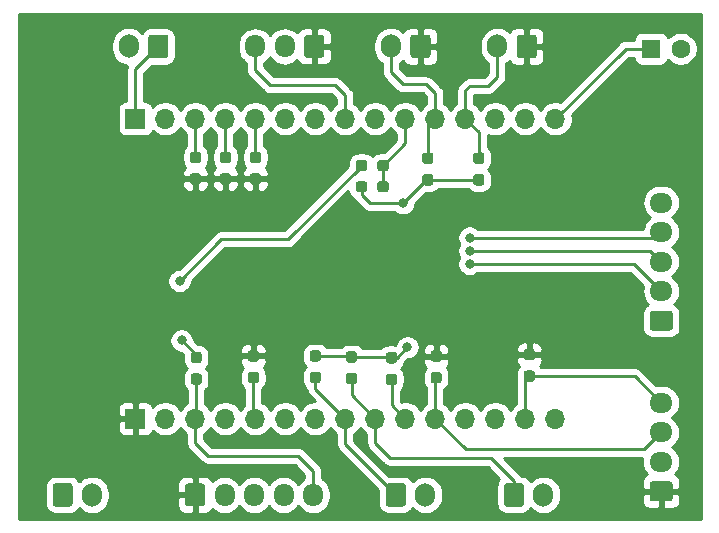
<source format=gbr>
%TF.GenerationSoftware,KiCad,Pcbnew,(5.1.9)-1*%
%TF.CreationDate,2021-02-26T14:18:10+09:00*%
%TF.ProjectId,diesel-heater-esp32,64696573-656c-42d6-9865-617465722d65,rev?*%
%TF.SameCoordinates,Original*%
%TF.FileFunction,Copper,L1,Top*%
%TF.FilePolarity,Positive*%
%FSLAX46Y46*%
G04 Gerber Fmt 4.6, Leading zero omitted, Abs format (unit mm)*
G04 Created by KiCad (PCBNEW (5.1.9)-1) date 2021-02-26 14:18:10*
%MOMM*%
%LPD*%
G01*
G04 APERTURE LIST*
%TA.AperFunction,ComponentPad*%
%ADD10O,1.700000X2.000000*%
%TD*%
%TA.AperFunction,ComponentPad*%
%ADD11O,1.700000X1.950000*%
%TD*%
%TA.AperFunction,ComponentPad*%
%ADD12O,1.950000X1.700000*%
%TD*%
%TA.AperFunction,ComponentPad*%
%ADD13R,1.600000X1.600000*%
%TD*%
%TA.AperFunction,ComponentPad*%
%ADD14C,1.600000*%
%TD*%
%TA.AperFunction,ComponentPad*%
%ADD15R,1.700000X1.700000*%
%TD*%
%TA.AperFunction,ComponentPad*%
%ADD16O,1.700000X1.700000*%
%TD*%
%TA.AperFunction,ViaPad*%
%ADD17C,0.800000*%
%TD*%
%TA.AperFunction,Conductor*%
%ADD18C,0.250000*%
%TD*%
%TA.AperFunction,Conductor*%
%ADD19C,0.254000*%
%TD*%
%TA.AperFunction,Conductor*%
%ADD20C,0.100000*%
%TD*%
G04 APERTURE END LIST*
D10*
%TO.P,J1,2*%
%TO.N,GND*%
X120520000Y-73780000D03*
%TO.P,J1,1*%
%TO.N,/5V*%
%TA.AperFunction,ComponentPad*%
G36*
G01*
X123870000Y-73030000D02*
X123870000Y-74530000D01*
G75*
G02*
X123620000Y-74780000I-250000J0D01*
G01*
X122420000Y-74780000D01*
G75*
G02*
X122170000Y-74530000I0J250000D01*
G01*
X122170000Y-73030000D01*
G75*
G02*
X122420000Y-72780000I250000J0D01*
G01*
X123620000Y-72780000D01*
G75*
G02*
X123870000Y-73030000I0J-250000D01*
G01*
G37*
%TD.AperFunction*%
%TD*%
%TO.P,J3,1*%
%TO.N,/3V3*%
%TA.AperFunction,ComponentPad*%
G36*
G01*
X137060000Y-73055000D02*
X137060000Y-74505000D01*
G75*
G02*
X136810000Y-74755000I-250000J0D01*
G01*
X135610000Y-74755000D01*
G75*
G02*
X135360000Y-74505000I0J250000D01*
G01*
X135360000Y-73055000D01*
G75*
G02*
X135610000Y-72805000I250000J0D01*
G01*
X136810000Y-72805000D01*
G75*
G02*
X137060000Y-73055000I0J-250000D01*
G01*
G37*
%TD.AperFunction*%
D11*
%TO.P,J3,2*%
%TO.N,GND*%
X133710000Y-73780000D03*
%TO.P,J3,3*%
%TO.N,/M_RUN*%
X131210000Y-73780000D03*
%TD*%
D12*
%TO.P,J4,5*%
%TO.N,/BTN3*%
X165600000Y-87000000D03*
%TO.P,J4,4*%
%TO.N,/BTN2*%
X165600000Y-89500000D03*
%TO.P,J4,3*%
%TO.N,/BTN1*%
X165600000Y-92000000D03*
%TO.P,J4,2*%
%TO.N,/BTN0*%
X165600000Y-94500000D03*
%TO.P,J4,1*%
%TO.N,GND*%
%TA.AperFunction,ComponentPad*%
G36*
G01*
X166325000Y-97850000D02*
X164875000Y-97850000D01*
G75*
G02*
X164625000Y-97600000I0J250000D01*
G01*
X164625000Y-96400000D01*
G75*
G02*
X164875000Y-96150000I250000J0D01*
G01*
X166325000Y-96150000D01*
G75*
G02*
X166575000Y-96400000I0J-250000D01*
G01*
X166575000Y-97600000D01*
G75*
G02*
X166325000Y-97850000I-250000J0D01*
G01*
G37*
%TD.AperFunction*%
%TD*%
%TO.P,J5,1*%
%TO.N,/VBAT*%
%TA.AperFunction,ComponentPad*%
G36*
G01*
X114060000Y-112500000D02*
X114060000Y-111000000D01*
G75*
G02*
X114310000Y-110750000I250000J0D01*
G01*
X115510000Y-110750000D01*
G75*
G02*
X115760000Y-111000000I0J-250000D01*
G01*
X115760000Y-112500000D01*
G75*
G02*
X115510000Y-112750000I-250000J0D01*
G01*
X114310000Y-112750000D01*
G75*
G02*
X114060000Y-112500000I0J250000D01*
G01*
G37*
%TD.AperFunction*%
D10*
%TO.P,J5,2*%
%TO.N,GND*%
X117410000Y-111750000D03*
%TD*%
%TO.P,J7,1*%
%TO.N,/3V3*%
%TA.AperFunction,ComponentPad*%
G36*
G01*
X166305000Y-112300000D02*
X164855000Y-112300000D01*
G75*
G02*
X164605000Y-112050000I0J250000D01*
G01*
X164605000Y-110850000D01*
G75*
G02*
X164855000Y-110600000I250000J0D01*
G01*
X166305000Y-110600000D01*
G75*
G02*
X166555000Y-110850000I0J-250000D01*
G01*
X166555000Y-112050000D01*
G75*
G02*
X166305000Y-112300000I-250000J0D01*
G01*
G37*
%TD.AperFunction*%
D12*
%TO.P,J7,2*%
%TO.N,GND*%
X165580000Y-108950000D03*
%TO.P,J7,3*%
%TO.N,/SDA*%
X165580000Y-106450000D03*
%TO.P,J7,4*%
%TO.N,/SCL*%
X165580000Y-103950000D03*
%TD*%
D10*
%TO.P,J8,2*%
%TO.N,/RT*%
X142710000Y-73780000D03*
%TO.P,J8,1*%
%TO.N,/3V3*%
%TA.AperFunction,ComponentPad*%
G36*
G01*
X146060000Y-73030000D02*
X146060000Y-74530000D01*
G75*
G02*
X145810000Y-74780000I-250000J0D01*
G01*
X144610000Y-74780000D01*
G75*
G02*
X144360000Y-74530000I0J250000D01*
G01*
X144360000Y-73030000D01*
G75*
G02*
X144610000Y-72780000I250000J0D01*
G01*
X145810000Y-72780000D01*
G75*
G02*
X146060000Y-73030000I0J-250000D01*
G01*
G37*
%TD.AperFunction*%
%TD*%
%TO.P,J9,1*%
%TO.N,/3V3*%
%TA.AperFunction,ComponentPad*%
G36*
G01*
X155060000Y-73030000D02*
X155060000Y-74530000D01*
G75*
G02*
X154810000Y-74780000I-250000J0D01*
G01*
X153610000Y-74780000D01*
G75*
G02*
X153360000Y-74530000I0J250000D01*
G01*
X153360000Y-73030000D01*
G75*
G02*
X153610000Y-72780000I250000J0D01*
G01*
X154810000Y-72780000D01*
G75*
G02*
X155060000Y-73030000I0J-250000D01*
G01*
G37*
%TD.AperFunction*%
%TO.P,J9,2*%
%TO.N,/OT*%
X151710000Y-73780000D03*
%TD*%
%TO.P,J10,1*%
%TO.N,/3V3*%
%TA.AperFunction,ComponentPad*%
G36*
G01*
X125270000Y-112475000D02*
X125270000Y-111025000D01*
G75*
G02*
X125520000Y-110775000I250000J0D01*
G01*
X126720000Y-110775000D01*
G75*
G02*
X126970000Y-111025000I0J-250000D01*
G01*
X126970000Y-112475000D01*
G75*
G02*
X126720000Y-112725000I-250000J0D01*
G01*
X125520000Y-112725000D01*
G75*
G02*
X125270000Y-112475000I0J250000D01*
G01*
G37*
%TD.AperFunction*%
D11*
%TO.P,J10,2*%
%TO.N,GND*%
X128620000Y-111750000D03*
%TO.P,J10,3*%
%TO.N,/M_INA*%
X131120000Y-111750000D03*
%TO.P,J10,4*%
%TO.N,GND*%
X133620000Y-111750000D03*
%TO.P,J10,5*%
%TO.N,/M_PWM*%
X136120000Y-111750000D03*
%TD*%
D10*
%TO.P,J11,2*%
%TO.N,GND*%
X145620000Y-111750000D03*
%TO.P,J11,1*%
%TO.N,/GP_SIG*%
%TA.AperFunction,ComponentPad*%
G36*
G01*
X142270000Y-112500000D02*
X142270000Y-111000000D01*
G75*
G02*
X142520000Y-110750000I250000J0D01*
G01*
X143720000Y-110750000D01*
G75*
G02*
X143970000Y-111000000I0J-250000D01*
G01*
X143970000Y-112500000D01*
G75*
G02*
X143720000Y-112750000I-250000J0D01*
G01*
X142520000Y-112750000D01*
G75*
G02*
X142270000Y-112500000I0J250000D01*
G01*
G37*
%TD.AperFunction*%
%TD*%
%TO.P,J12,1*%
%TO.N,/OP_SIG*%
%TA.AperFunction,ComponentPad*%
G36*
G01*
X152270000Y-112500000D02*
X152270000Y-111000000D01*
G75*
G02*
X152520000Y-110750000I250000J0D01*
G01*
X153720000Y-110750000D01*
G75*
G02*
X153970000Y-111000000I0J-250000D01*
G01*
X153970000Y-112500000D01*
G75*
G02*
X153720000Y-112750000I-250000J0D01*
G01*
X152520000Y-112750000D01*
G75*
G02*
X152270000Y-112500000I0J250000D01*
G01*
G37*
%TD.AperFunction*%
%TO.P,J12,2*%
%TO.N,GND*%
X155620000Y-111750000D03*
%TD*%
%TO.P,R1,2*%
%TO.N,/3V3*%
%TA.AperFunction,SMDPad,CuDef*%
G36*
G01*
X125922500Y-84505000D02*
X126397500Y-84505000D01*
G75*
G02*
X126635000Y-84742500I0J-237500D01*
G01*
X126635000Y-85242500D01*
G75*
G02*
X126397500Y-85480000I-237500J0D01*
G01*
X125922500Y-85480000D01*
G75*
G02*
X125685000Y-85242500I0J237500D01*
G01*
X125685000Y-84742500D01*
G75*
G02*
X125922500Y-84505000I237500J0D01*
G01*
G37*
%TD.AperFunction*%
%TO.P,R1,1*%
%TO.N,/BTN0*%
%TA.AperFunction,SMDPad,CuDef*%
G36*
G01*
X125922500Y-82680000D02*
X126397500Y-82680000D01*
G75*
G02*
X126635000Y-82917500I0J-237500D01*
G01*
X126635000Y-83417500D01*
G75*
G02*
X126397500Y-83655000I-237500J0D01*
G01*
X125922500Y-83655000D01*
G75*
G02*
X125685000Y-83417500I0J237500D01*
G01*
X125685000Y-82917500D01*
G75*
G02*
X125922500Y-82680000I237500J0D01*
G01*
G37*
%TD.AperFunction*%
%TD*%
%TO.P,R2,1*%
%TO.N,/BTN1*%
%TA.AperFunction,SMDPad,CuDef*%
G36*
G01*
X128462500Y-82680000D02*
X128937500Y-82680000D01*
G75*
G02*
X129175000Y-82917500I0J-237500D01*
G01*
X129175000Y-83417500D01*
G75*
G02*
X128937500Y-83655000I-237500J0D01*
G01*
X128462500Y-83655000D01*
G75*
G02*
X128225000Y-83417500I0J237500D01*
G01*
X128225000Y-82917500D01*
G75*
G02*
X128462500Y-82680000I237500J0D01*
G01*
G37*
%TD.AperFunction*%
%TO.P,R2,2*%
%TO.N,/3V3*%
%TA.AperFunction,SMDPad,CuDef*%
G36*
G01*
X128462500Y-84505000D02*
X128937500Y-84505000D01*
G75*
G02*
X129175000Y-84742500I0J-237500D01*
G01*
X129175000Y-85242500D01*
G75*
G02*
X128937500Y-85480000I-237500J0D01*
G01*
X128462500Y-85480000D01*
G75*
G02*
X128225000Y-85242500I0J237500D01*
G01*
X128225000Y-84742500D01*
G75*
G02*
X128462500Y-84505000I237500J0D01*
G01*
G37*
%TD.AperFunction*%
%TD*%
%TO.P,R3,2*%
%TO.N,/3V3*%
%TA.AperFunction,SMDPad,CuDef*%
G36*
G01*
X131002500Y-84505000D02*
X131477500Y-84505000D01*
G75*
G02*
X131715000Y-84742500I0J-237500D01*
G01*
X131715000Y-85242500D01*
G75*
G02*
X131477500Y-85480000I-237500J0D01*
G01*
X131002500Y-85480000D01*
G75*
G02*
X130765000Y-85242500I0J237500D01*
G01*
X130765000Y-84742500D01*
G75*
G02*
X131002500Y-84505000I237500J0D01*
G01*
G37*
%TD.AperFunction*%
%TO.P,R3,1*%
%TO.N,/BTN2*%
%TA.AperFunction,SMDPad,CuDef*%
G36*
G01*
X131002500Y-82680000D02*
X131477500Y-82680000D01*
G75*
G02*
X131715000Y-82917500I0J-237500D01*
G01*
X131715000Y-83417500D01*
G75*
G02*
X131477500Y-83655000I-237500J0D01*
G01*
X131002500Y-83655000D01*
G75*
G02*
X130765000Y-83417500I0J237500D01*
G01*
X130765000Y-82917500D01*
G75*
G02*
X131002500Y-82680000I237500J0D01*
G01*
G37*
%TD.AperFunction*%
%TD*%
%TO.P,R4,1*%
%TO.N,/BTN3*%
%TA.AperFunction,SMDPad,CuDef*%
G36*
G01*
X131297500Y-102300000D02*
X130822500Y-102300000D01*
G75*
G02*
X130585000Y-102062500I0J237500D01*
G01*
X130585000Y-101562500D01*
G75*
G02*
X130822500Y-101325000I237500J0D01*
G01*
X131297500Y-101325000D01*
G75*
G02*
X131535000Y-101562500I0J-237500D01*
G01*
X131535000Y-102062500D01*
G75*
G02*
X131297500Y-102300000I-237500J0D01*
G01*
G37*
%TD.AperFunction*%
%TO.P,R4,2*%
%TO.N,/3V3*%
%TA.AperFunction,SMDPad,CuDef*%
G36*
G01*
X131297500Y-100475000D02*
X130822500Y-100475000D01*
G75*
G02*
X130585000Y-100237500I0J237500D01*
G01*
X130585000Y-99737500D01*
G75*
G02*
X130822500Y-99500000I237500J0D01*
G01*
X131297500Y-99500000D01*
G75*
G02*
X131535000Y-99737500I0J-237500D01*
G01*
X131535000Y-100237500D01*
G75*
G02*
X131297500Y-100475000I-237500J0D01*
G01*
G37*
%TD.AperFunction*%
%TD*%
%TO.P,R5,2*%
%TO.N,/VPWR*%
%TA.AperFunction,SMDPad,CuDef*%
G36*
G01*
X141555000Y-84107500D02*
X141555000Y-83632500D01*
G75*
G02*
X141792500Y-83395000I237500J0D01*
G01*
X142292500Y-83395000D01*
G75*
G02*
X142530000Y-83632500I0J-237500D01*
G01*
X142530000Y-84107500D01*
G75*
G02*
X142292500Y-84345000I-237500J0D01*
G01*
X141792500Y-84345000D01*
G75*
G02*
X141555000Y-84107500I0J237500D01*
G01*
G37*
%TD.AperFunction*%
%TO.P,R5,1*%
%TO.N,/VBAT*%
%TA.AperFunction,SMDPad,CuDef*%
G36*
G01*
X139730000Y-84107500D02*
X139730000Y-83632500D01*
G75*
G02*
X139967500Y-83395000I237500J0D01*
G01*
X140467500Y-83395000D01*
G75*
G02*
X140705000Y-83632500I0J-237500D01*
G01*
X140705000Y-84107500D01*
G75*
G02*
X140467500Y-84345000I-237500J0D01*
G01*
X139967500Y-84345000D01*
G75*
G02*
X139730000Y-84107500I0J237500D01*
G01*
G37*
%TD.AperFunction*%
%TD*%
%TO.P,R6,1*%
%TO.N,/VPWR*%
%TA.AperFunction,SMDPad,CuDef*%
G36*
G01*
X142530000Y-85422500D02*
X142530000Y-85897500D01*
G75*
G02*
X142292500Y-86135000I-237500J0D01*
G01*
X141792500Y-86135000D01*
G75*
G02*
X141555000Y-85897500I0J237500D01*
G01*
X141555000Y-85422500D01*
G75*
G02*
X141792500Y-85185000I237500J0D01*
G01*
X142292500Y-85185000D01*
G75*
G02*
X142530000Y-85422500I0J-237500D01*
G01*
G37*
%TD.AperFunction*%
%TO.P,R6,2*%
%TO.N,GND*%
%TA.AperFunction,SMDPad,CuDef*%
G36*
G01*
X140705000Y-85422500D02*
X140705000Y-85897500D01*
G75*
G02*
X140467500Y-86135000I-237500J0D01*
G01*
X139967500Y-86135000D01*
G75*
G02*
X139730000Y-85897500I0J237500D01*
G01*
X139730000Y-85422500D01*
G75*
G02*
X139967500Y-85185000I237500J0D01*
G01*
X140467500Y-85185000D01*
G75*
G02*
X140705000Y-85422500I0J-237500D01*
G01*
G37*
%TD.AperFunction*%
%TD*%
%TO.P,R7,2*%
%TO.N,/SCL*%
%TA.AperFunction,SMDPad,CuDef*%
G36*
G01*
X154192500Y-101215000D02*
X154667500Y-101215000D01*
G75*
G02*
X154905000Y-101452500I0J-237500D01*
G01*
X154905000Y-101952500D01*
G75*
G02*
X154667500Y-102190000I-237500J0D01*
G01*
X154192500Y-102190000D01*
G75*
G02*
X153955000Y-101952500I0J237500D01*
G01*
X153955000Y-101452500D01*
G75*
G02*
X154192500Y-101215000I237500J0D01*
G01*
G37*
%TD.AperFunction*%
%TO.P,R7,1*%
%TO.N,/3V3*%
%TA.AperFunction,SMDPad,CuDef*%
G36*
G01*
X154192500Y-99390000D02*
X154667500Y-99390000D01*
G75*
G02*
X154905000Y-99627500I0J-237500D01*
G01*
X154905000Y-100127500D01*
G75*
G02*
X154667500Y-100365000I-237500J0D01*
G01*
X154192500Y-100365000D01*
G75*
G02*
X153955000Y-100127500I0J237500D01*
G01*
X153955000Y-99627500D01*
G75*
G02*
X154192500Y-99390000I237500J0D01*
G01*
G37*
%TD.AperFunction*%
%TD*%
%TO.P,R8,2*%
%TO.N,/SDA*%
%TA.AperFunction,SMDPad,CuDef*%
G36*
G01*
X146302500Y-101335000D02*
X146777500Y-101335000D01*
G75*
G02*
X147015000Y-101572500I0J-237500D01*
G01*
X147015000Y-102072500D01*
G75*
G02*
X146777500Y-102310000I-237500J0D01*
G01*
X146302500Y-102310000D01*
G75*
G02*
X146065000Y-102072500I0J237500D01*
G01*
X146065000Y-101572500D01*
G75*
G02*
X146302500Y-101335000I237500J0D01*
G01*
G37*
%TD.AperFunction*%
%TO.P,R8,1*%
%TO.N,/3V3*%
%TA.AperFunction,SMDPad,CuDef*%
G36*
G01*
X146302500Y-99510000D02*
X146777500Y-99510000D01*
G75*
G02*
X147015000Y-99747500I0J-237500D01*
G01*
X147015000Y-100247500D01*
G75*
G02*
X146777500Y-100485000I-237500J0D01*
G01*
X146302500Y-100485000D01*
G75*
G02*
X146065000Y-100247500I0J237500D01*
G01*
X146065000Y-99747500D01*
G75*
G02*
X146302500Y-99510000I237500J0D01*
G01*
G37*
%TD.AperFunction*%
%TD*%
%TO.P,R9,1*%
%TO.N,/RT*%
%TA.AperFunction,SMDPad,CuDef*%
G36*
G01*
X145582500Y-82760000D02*
X146057500Y-82760000D01*
G75*
G02*
X146295000Y-82997500I0J-237500D01*
G01*
X146295000Y-83497500D01*
G75*
G02*
X146057500Y-83735000I-237500J0D01*
G01*
X145582500Y-83735000D01*
G75*
G02*
X145345000Y-83497500I0J237500D01*
G01*
X145345000Y-82997500D01*
G75*
G02*
X145582500Y-82760000I237500J0D01*
G01*
G37*
%TD.AperFunction*%
%TO.P,R9,2*%
%TO.N,GND*%
%TA.AperFunction,SMDPad,CuDef*%
G36*
G01*
X145582500Y-84585000D02*
X146057500Y-84585000D01*
G75*
G02*
X146295000Y-84822500I0J-237500D01*
G01*
X146295000Y-85322500D01*
G75*
G02*
X146057500Y-85560000I-237500J0D01*
G01*
X145582500Y-85560000D01*
G75*
G02*
X145345000Y-85322500I0J237500D01*
G01*
X145345000Y-84822500D01*
G75*
G02*
X145582500Y-84585000I237500J0D01*
G01*
G37*
%TD.AperFunction*%
%TD*%
%TO.P,R10,2*%
%TO.N,GND*%
%TA.AperFunction,SMDPad,CuDef*%
G36*
G01*
X149902500Y-84585000D02*
X150377500Y-84585000D01*
G75*
G02*
X150615000Y-84822500I0J-237500D01*
G01*
X150615000Y-85322500D01*
G75*
G02*
X150377500Y-85560000I-237500J0D01*
G01*
X149902500Y-85560000D01*
G75*
G02*
X149665000Y-85322500I0J237500D01*
G01*
X149665000Y-84822500D01*
G75*
G02*
X149902500Y-84585000I237500J0D01*
G01*
G37*
%TD.AperFunction*%
%TO.P,R10,1*%
%TO.N,/OT*%
%TA.AperFunction,SMDPad,CuDef*%
G36*
G01*
X149902500Y-82760000D02*
X150377500Y-82760000D01*
G75*
G02*
X150615000Y-82997500I0J-237500D01*
G01*
X150615000Y-83497500D01*
G75*
G02*
X150377500Y-83735000I-237500J0D01*
G01*
X149902500Y-83735000D01*
G75*
G02*
X149665000Y-83497500I0J237500D01*
G01*
X149665000Y-82997500D01*
G75*
G02*
X149902500Y-82760000I237500J0D01*
G01*
G37*
%TD.AperFunction*%
%TD*%
%TO.P,R11,1*%
%TO.N,/M_INA*%
%TA.AperFunction,SMDPad,CuDef*%
G36*
G01*
X142997500Y-102450000D02*
X142522500Y-102450000D01*
G75*
G02*
X142285000Y-102212500I0J237500D01*
G01*
X142285000Y-101712500D01*
G75*
G02*
X142522500Y-101475000I237500J0D01*
G01*
X142997500Y-101475000D01*
G75*
G02*
X143235000Y-101712500I0J-237500D01*
G01*
X143235000Y-102212500D01*
G75*
G02*
X142997500Y-102450000I-237500J0D01*
G01*
G37*
%TD.AperFunction*%
%TO.P,R11,2*%
%TO.N,GND*%
%TA.AperFunction,SMDPad,CuDef*%
G36*
G01*
X142997500Y-100625000D02*
X142522500Y-100625000D01*
G75*
G02*
X142285000Y-100387500I0J237500D01*
G01*
X142285000Y-99887500D01*
G75*
G02*
X142522500Y-99650000I237500J0D01*
G01*
X142997500Y-99650000D01*
G75*
G02*
X143235000Y-99887500I0J-237500D01*
G01*
X143235000Y-100387500D01*
G75*
G02*
X142997500Y-100625000I-237500J0D01*
G01*
G37*
%TD.AperFunction*%
%TD*%
%TO.P,R12,1*%
%TO.N,/GP_SIG*%
%TA.AperFunction,SMDPad,CuDef*%
G36*
G01*
X136547500Y-102290000D02*
X136072500Y-102290000D01*
G75*
G02*
X135835000Y-102052500I0J237500D01*
G01*
X135835000Y-101552500D01*
G75*
G02*
X136072500Y-101315000I237500J0D01*
G01*
X136547500Y-101315000D01*
G75*
G02*
X136785000Y-101552500I0J-237500D01*
G01*
X136785000Y-102052500D01*
G75*
G02*
X136547500Y-102290000I-237500J0D01*
G01*
G37*
%TD.AperFunction*%
%TO.P,R12,2*%
%TO.N,GND*%
%TA.AperFunction,SMDPad,CuDef*%
G36*
G01*
X136547500Y-100465000D02*
X136072500Y-100465000D01*
G75*
G02*
X135835000Y-100227500I0J237500D01*
G01*
X135835000Y-99727500D01*
G75*
G02*
X136072500Y-99490000I237500J0D01*
G01*
X136547500Y-99490000D01*
G75*
G02*
X136785000Y-99727500I0J-237500D01*
G01*
X136785000Y-100227500D01*
G75*
G02*
X136547500Y-100465000I-237500J0D01*
G01*
G37*
%TD.AperFunction*%
%TD*%
%TO.P,R13,1*%
%TO.N,/OP_SIG*%
%TA.AperFunction,SMDPad,CuDef*%
G36*
G01*
X139607500Y-102380000D02*
X139132500Y-102380000D01*
G75*
G02*
X138895000Y-102142500I0J237500D01*
G01*
X138895000Y-101642500D01*
G75*
G02*
X139132500Y-101405000I237500J0D01*
G01*
X139607500Y-101405000D01*
G75*
G02*
X139845000Y-101642500I0J-237500D01*
G01*
X139845000Y-102142500D01*
G75*
G02*
X139607500Y-102380000I-237500J0D01*
G01*
G37*
%TD.AperFunction*%
%TO.P,R13,2*%
%TO.N,GND*%
%TA.AperFunction,SMDPad,CuDef*%
G36*
G01*
X139607500Y-100555000D02*
X139132500Y-100555000D01*
G75*
G02*
X138895000Y-100317500I0J237500D01*
G01*
X138895000Y-99817500D01*
G75*
G02*
X139132500Y-99580000I237500J0D01*
G01*
X139607500Y-99580000D01*
G75*
G02*
X139845000Y-99817500I0J-237500D01*
G01*
X139845000Y-100317500D01*
G75*
G02*
X139607500Y-100555000I-237500J0D01*
G01*
G37*
%TD.AperFunction*%
%TD*%
%TO.P,R14,2*%
%TO.N,GND*%
%TA.AperFunction,SMDPad,CuDef*%
G36*
G01*
X126457500Y-100605000D02*
X125982500Y-100605000D01*
G75*
G02*
X125745000Y-100367500I0J237500D01*
G01*
X125745000Y-99867500D01*
G75*
G02*
X125982500Y-99630000I237500J0D01*
G01*
X126457500Y-99630000D01*
G75*
G02*
X126695000Y-99867500I0J-237500D01*
G01*
X126695000Y-100367500D01*
G75*
G02*
X126457500Y-100605000I-237500J0D01*
G01*
G37*
%TD.AperFunction*%
%TO.P,R14,1*%
%TO.N,/M_PWM*%
%TA.AperFunction,SMDPad,CuDef*%
G36*
G01*
X126457500Y-102430000D02*
X125982500Y-102430000D01*
G75*
G02*
X125745000Y-102192500I0J237500D01*
G01*
X125745000Y-101692500D01*
G75*
G02*
X125982500Y-101455000I237500J0D01*
G01*
X126457500Y-101455000D01*
G75*
G02*
X126695000Y-101692500I0J-237500D01*
G01*
X126695000Y-102192500D01*
G75*
G02*
X126457500Y-102430000I-237500J0D01*
G01*
G37*
%TD.AperFunction*%
%TD*%
D13*
%TO.P,C1,1*%
%TO.N,/EN*%
X164730000Y-73970000D03*
D14*
%TO.P,C1,2*%
%TO.N,GND*%
X167230000Y-73970000D03*
%TD*%
D15*
%TO.P,J2,1*%
%TO.N,/5V*%
X121070000Y-79910000D03*
D16*
%TO.P,J2,2*%
%TO.N,GND*%
X123610000Y-79910000D03*
%TO.P,J2,3*%
%TO.N,/BTN0*%
X126150000Y-79910000D03*
%TO.P,J2,4*%
%TO.N,/BTN1*%
X128690000Y-79910000D03*
%TO.P,J2,5*%
%TO.N,/BTN2*%
X131230000Y-79910000D03*
%TO.P,J2,6*%
%TO.N,/GPIO_IN_2*%
X133770000Y-79910000D03*
%TO.P,J2,7*%
%TO.N,/GPIO_IN_1*%
X136310000Y-79910000D03*
%TO.P,J2,8*%
%TO.N,/M_RUN*%
X138850000Y-79910000D03*
%TO.P,J2,9*%
%TO.N,/ADC_RSV*%
X141390000Y-79910000D03*
%TO.P,J2,10*%
%TO.N,/VPWR*%
X143930000Y-79910000D03*
%TO.P,J2,11*%
%TO.N,/RT*%
X146470000Y-79910000D03*
%TO.P,J2,12*%
%TO.N,/OT*%
X149010000Y-79910000D03*
%TO.P,J2,13*%
%TO.N,Net-(J2-Pad13)*%
X151550000Y-79910000D03*
%TO.P,J2,14*%
%TO.N,Net-(J2-Pad14)*%
X154090000Y-79910000D03*
%TO.P,J2,15*%
%TO.N,/EN*%
X156630000Y-79910000D03*
%TD*%
%TO.P,J6,15*%
%TO.N,Net-(J6-Pad15)*%
X156630000Y-105310000D03*
%TO.P,J6,14*%
%TO.N,/SCL*%
X154090000Y-105310000D03*
%TO.P,J6,13*%
%TO.N,Net-(J6-Pad13)*%
X151550000Y-105310000D03*
%TO.P,J6,12*%
%TO.N,Net-(J6-Pad12)*%
X149010000Y-105310000D03*
%TO.P,J6,11*%
%TO.N,/SDA*%
X146470000Y-105310000D03*
%TO.P,J6,10*%
%TO.N,/M_INA*%
X143930000Y-105310000D03*
%TO.P,J6,9*%
%TO.N,/OP_SIG*%
X141390000Y-105310000D03*
%TO.P,J6,8*%
%TO.N,/GP_SIG*%
X138850000Y-105310000D03*
%TO.P,J6,7*%
%TO.N,Net-(J6-Pad7)*%
X136310000Y-105310000D03*
%TO.P,J6,6*%
%TO.N,/PWM_RSV1*%
X133770000Y-105310000D03*
%TO.P,J6,5*%
%TO.N,/BTN3*%
X131230000Y-105310000D03*
%TO.P,J6,4*%
%TO.N,Net-(J6-Pad4)*%
X128690000Y-105310000D03*
%TO.P,J6,3*%
%TO.N,/M_PWM*%
X126150000Y-105310000D03*
%TO.P,J6,2*%
%TO.N,Net-(J6-Pad2)*%
X123610000Y-105310000D03*
D15*
%TO.P,J6,1*%
%TO.N,/3V3*%
X121070000Y-105310000D03*
%TD*%
D17*
%TO.N,GND*%
X124980000Y-98660000D03*
X144100000Y-99250000D03*
X143750000Y-87040000D03*
%TO.N,/BTN2*%
X149370000Y-89970000D03*
%TO.N,/BTN1*%
X149370000Y-91080000D03*
%TO.N,/BTN0*%
X149370000Y-92200000D03*
%TO.N,/VBAT*%
X124820000Y-93640000D03*
%TD*%
D18*
%TO.N,GND*%
X126220000Y-100117500D02*
X126220000Y-99900000D01*
X126220000Y-99900000D02*
X124980000Y-98660000D01*
X139280000Y-99977500D02*
X139370000Y-100067500D01*
X136310000Y-99977500D02*
X139280000Y-99977500D01*
X142690000Y-100067500D02*
X142760000Y-100137500D01*
X139370000Y-100067500D02*
X142690000Y-100067500D01*
X142760000Y-100137500D02*
X143212500Y-100137500D01*
X143212500Y-100137500D02*
X144100000Y-99250000D01*
X150140000Y-85072500D02*
X145820000Y-85072500D01*
X140217500Y-85660000D02*
X140217500Y-86337500D01*
X140217500Y-86337500D02*
X140920000Y-87040000D01*
X140920000Y-87040000D02*
X143750000Y-87040000D01*
X145717500Y-85072500D02*
X145820000Y-85072500D01*
X143750000Y-87040000D02*
X145717500Y-85072500D01*
%TO.N,/5V*%
X121070000Y-75730000D02*
X123020000Y-73780000D01*
X121070000Y-79910000D02*
X121070000Y-75730000D01*
%TO.N,/EN*%
X162570000Y-73970000D02*
X156630000Y-79910000D01*
X164730000Y-73970000D02*
X162570000Y-73970000D01*
%TO.N,/OT*%
X150140000Y-81040000D02*
X149010000Y-79910000D01*
X150140000Y-83247500D02*
X150140000Y-81040000D01*
X151710000Y-73780000D02*
X151710000Y-76360000D01*
X151710000Y-76360000D02*
X150940000Y-77130000D01*
X150940000Y-77130000D02*
X149390000Y-77130000D01*
X149010000Y-77510000D02*
X149010000Y-79910000D01*
X149390000Y-77130000D02*
X149010000Y-77510000D01*
%TO.N,/RT*%
X145820000Y-80560000D02*
X146470000Y-79910000D01*
X145820000Y-83247500D02*
X145820000Y-80560000D01*
X142710000Y-73780000D02*
X142710000Y-75970000D01*
X142710000Y-75970000D02*
X143740000Y-77000000D01*
X143740000Y-77000000D02*
X145710000Y-77000000D01*
X146470000Y-77760000D02*
X146470000Y-79910000D01*
X145710000Y-77000000D02*
X146470000Y-77760000D01*
%TO.N,/VPWR*%
X143930000Y-81982500D02*
X142042500Y-83870000D01*
X143930000Y-79910000D02*
X143930000Y-81982500D01*
X142042500Y-83870000D02*
X142042500Y-85660000D01*
%TO.N,/M_RUN*%
X131210000Y-73780000D02*
X131210000Y-75780000D01*
X131210000Y-75780000D02*
X132490000Y-77060000D01*
X132490000Y-77060000D02*
X137990000Y-77060000D01*
X138850000Y-77920000D02*
X138850000Y-79910000D01*
X137990000Y-77060000D02*
X138850000Y-77920000D01*
%TO.N,/BTN2*%
X131230000Y-83157500D02*
X131240000Y-83167500D01*
X131230000Y-79910000D02*
X131230000Y-83157500D01*
X165130000Y-89970000D02*
X165600000Y-89500000D01*
X149370000Y-89970000D02*
X165130000Y-89970000D01*
%TO.N,/BTN1*%
X128690000Y-83157500D02*
X128700000Y-83167500D01*
X128690000Y-79910000D02*
X128690000Y-83157500D01*
X164680000Y-91080000D02*
X165600000Y-92000000D01*
X149370000Y-91080000D02*
X164680000Y-91080000D01*
%TO.N,/BTN0*%
X126150000Y-83157500D02*
X126160000Y-83167500D01*
X126150000Y-79910000D02*
X126150000Y-83157500D01*
X163300000Y-92200000D02*
X165600000Y-94500000D01*
X149370000Y-92200000D02*
X163300000Y-92200000D01*
%TO.N,/BTN3*%
X131060000Y-105140000D02*
X131230000Y-105310000D01*
X131060000Y-101812500D02*
X131060000Y-105140000D01*
%TO.N,/VBAT*%
X124820000Y-93640000D02*
X128360000Y-90100000D01*
X133987500Y-90100000D02*
X140217500Y-83870000D01*
X128360000Y-90100000D02*
X133987500Y-90100000D01*
%TO.N,/M_PWM*%
X126220000Y-105240000D02*
X126150000Y-105310000D01*
X126220000Y-101942500D02*
X126220000Y-105240000D01*
X136120000Y-111750000D02*
X136120000Y-109710000D01*
X136120000Y-109710000D02*
X134860000Y-108450000D01*
X134860000Y-108450000D02*
X127230000Y-108450000D01*
X126150000Y-107370000D02*
X126150000Y-105310000D01*
X127230000Y-108450000D02*
X126150000Y-107370000D01*
%TO.N,/GP_SIG*%
X136310000Y-102770000D02*
X138850000Y-105310000D01*
X136310000Y-101802500D02*
X136310000Y-102770000D01*
X138850000Y-107480000D02*
X143120000Y-111750000D01*
X138850000Y-105310000D02*
X138850000Y-107480000D01*
%TO.N,/OP_SIG*%
X139370000Y-103290000D02*
X141390000Y-105310000D01*
X139370000Y-101892500D02*
X139370000Y-103290000D01*
X153120000Y-111750000D02*
X153120000Y-110540000D01*
X153120000Y-110540000D02*
X151200000Y-108620000D01*
X151200000Y-108620000D02*
X142650000Y-108620000D01*
X141390000Y-107360000D02*
X141390000Y-105310000D01*
X142650000Y-108620000D02*
X141390000Y-107360000D01*
%TO.N,/M_INA*%
X142760000Y-104140000D02*
X143930000Y-105310000D01*
X142760000Y-101962500D02*
X142760000Y-104140000D01*
%TO.N,/SDA*%
X146470000Y-101892500D02*
X146540000Y-101822500D01*
X146470000Y-105310000D02*
X146470000Y-101892500D01*
X146470000Y-105310000D02*
X149030000Y-107870000D01*
X164160000Y-107870000D02*
X165580000Y-106450000D01*
X149030000Y-107870000D02*
X164160000Y-107870000D01*
%TO.N,/SCL*%
X154090000Y-102042500D02*
X154430000Y-101702500D01*
X154090000Y-105310000D02*
X154090000Y-102042500D01*
X163332500Y-101702500D02*
X165580000Y-103950000D01*
X154430000Y-101702500D02*
X163332500Y-101702500D01*
%TD*%
D19*
%TO.N,/3V3*%
X168933000Y-113773000D02*
X111187000Y-113773000D01*
X111187000Y-111000000D01*
X113421928Y-111000000D01*
X113421928Y-112500000D01*
X113438992Y-112673254D01*
X113489528Y-112839850D01*
X113571595Y-112993386D01*
X113682038Y-113127962D01*
X113816614Y-113238405D01*
X113970150Y-113320472D01*
X114136746Y-113371008D01*
X114310000Y-113388072D01*
X115510000Y-113388072D01*
X115683254Y-113371008D01*
X115849850Y-113320472D01*
X116003386Y-113238405D01*
X116137962Y-113127962D01*
X116248405Y-112993386D01*
X116302777Y-112891663D01*
X116354866Y-112955134D01*
X116580987Y-113140706D01*
X116838967Y-113278599D01*
X117118890Y-113363513D01*
X117410000Y-113392185D01*
X117701111Y-113363513D01*
X117981034Y-113278599D01*
X118239014Y-113140706D01*
X118465134Y-112955134D01*
X118650706Y-112729014D01*
X118652851Y-112725000D01*
X124631928Y-112725000D01*
X124644188Y-112849482D01*
X124680498Y-112969180D01*
X124739463Y-113079494D01*
X124818815Y-113176185D01*
X124915506Y-113255537D01*
X125025820Y-113314502D01*
X125145518Y-113350812D01*
X125270000Y-113363072D01*
X125834250Y-113360000D01*
X125993000Y-113201250D01*
X125993000Y-111877000D01*
X124793750Y-111877000D01*
X124635000Y-112035750D01*
X124631928Y-112725000D01*
X118652851Y-112725000D01*
X118788599Y-112471033D01*
X118873513Y-112191110D01*
X118895000Y-111972949D01*
X118895000Y-111527050D01*
X118873513Y-111308889D01*
X118788599Y-111028966D01*
X118652852Y-110775000D01*
X124631928Y-110775000D01*
X124635000Y-111464250D01*
X124793750Y-111623000D01*
X125993000Y-111623000D01*
X125993000Y-110298750D01*
X125834250Y-110140000D01*
X125270000Y-110136928D01*
X125145518Y-110149188D01*
X125025820Y-110185498D01*
X124915506Y-110244463D01*
X124818815Y-110323815D01*
X124739463Y-110420506D01*
X124680498Y-110530820D01*
X124644188Y-110650518D01*
X124631928Y-110775000D01*
X118652852Y-110775000D01*
X118650706Y-110770986D01*
X118465134Y-110544866D01*
X118239013Y-110359294D01*
X117981033Y-110221401D01*
X117701110Y-110136487D01*
X117410000Y-110107815D01*
X117118889Y-110136487D01*
X116838966Y-110221401D01*
X116580986Y-110359294D01*
X116354866Y-110544866D01*
X116302777Y-110608337D01*
X116248405Y-110506614D01*
X116137962Y-110372038D01*
X116003386Y-110261595D01*
X115849850Y-110179528D01*
X115683254Y-110128992D01*
X115510000Y-110111928D01*
X114310000Y-110111928D01*
X114136746Y-110128992D01*
X113970150Y-110179528D01*
X113816614Y-110261595D01*
X113682038Y-110372038D01*
X113571595Y-110506614D01*
X113489528Y-110660150D01*
X113438992Y-110826746D01*
X113421928Y-111000000D01*
X111187000Y-111000000D01*
X111187000Y-106160000D01*
X119581928Y-106160000D01*
X119594188Y-106284482D01*
X119630498Y-106404180D01*
X119689463Y-106514494D01*
X119768815Y-106611185D01*
X119865506Y-106690537D01*
X119975820Y-106749502D01*
X120095518Y-106785812D01*
X120220000Y-106798072D01*
X120784250Y-106795000D01*
X120943000Y-106636250D01*
X120943000Y-105437000D01*
X119743750Y-105437000D01*
X119585000Y-105595750D01*
X119581928Y-106160000D01*
X111187000Y-106160000D01*
X111187000Y-104460000D01*
X119581928Y-104460000D01*
X119585000Y-105024250D01*
X119743750Y-105183000D01*
X120943000Y-105183000D01*
X120943000Y-103983750D01*
X121197000Y-103983750D01*
X121197000Y-105183000D01*
X121217000Y-105183000D01*
X121217000Y-105437000D01*
X121197000Y-105437000D01*
X121197000Y-106636250D01*
X121355750Y-106795000D01*
X121920000Y-106798072D01*
X122044482Y-106785812D01*
X122164180Y-106749502D01*
X122274494Y-106690537D01*
X122371185Y-106611185D01*
X122450537Y-106514494D01*
X122509502Y-106404180D01*
X122531513Y-106331620D01*
X122663368Y-106463475D01*
X122906589Y-106625990D01*
X123176842Y-106737932D01*
X123463740Y-106795000D01*
X123756260Y-106795000D01*
X124043158Y-106737932D01*
X124313411Y-106625990D01*
X124556632Y-106463475D01*
X124763475Y-106256632D01*
X124880000Y-106082240D01*
X124996525Y-106256632D01*
X125203368Y-106463475D01*
X125390000Y-106588179D01*
X125390000Y-107332677D01*
X125386324Y-107370000D01*
X125390000Y-107407322D01*
X125390000Y-107407332D01*
X125400997Y-107518985D01*
X125434365Y-107628985D01*
X125444454Y-107662246D01*
X125515026Y-107794276D01*
X125554871Y-107842826D01*
X125609999Y-107910001D01*
X125639002Y-107933804D01*
X126666200Y-108961002D01*
X126689999Y-108990001D01*
X126805724Y-109084974D01*
X126937753Y-109155546D01*
X127081014Y-109199003D01*
X127192667Y-109210000D01*
X127192675Y-109210000D01*
X127230000Y-109213676D01*
X127267325Y-109210000D01*
X134545199Y-109210000D01*
X135360001Y-110024803D01*
X135360001Y-110347405D01*
X135290986Y-110384294D01*
X135064866Y-110569866D01*
X134879294Y-110795987D01*
X134870000Y-110813374D01*
X134860706Y-110795986D01*
X134675134Y-110569866D01*
X134449013Y-110384294D01*
X134191033Y-110246401D01*
X133911110Y-110161487D01*
X133620000Y-110132815D01*
X133328889Y-110161487D01*
X133048966Y-110246401D01*
X132790986Y-110384294D01*
X132564866Y-110569866D01*
X132379294Y-110795987D01*
X132370000Y-110813374D01*
X132360706Y-110795986D01*
X132175134Y-110569866D01*
X131949013Y-110384294D01*
X131691033Y-110246401D01*
X131411110Y-110161487D01*
X131120000Y-110132815D01*
X130828889Y-110161487D01*
X130548966Y-110246401D01*
X130290986Y-110384294D01*
X130064866Y-110569866D01*
X129879294Y-110795987D01*
X129870000Y-110813374D01*
X129860706Y-110795986D01*
X129675134Y-110569866D01*
X129449013Y-110384294D01*
X129191033Y-110246401D01*
X128911110Y-110161487D01*
X128620000Y-110132815D01*
X128328889Y-110161487D01*
X128048966Y-110246401D01*
X127790986Y-110384294D01*
X127570055Y-110565608D01*
X127559502Y-110530820D01*
X127500537Y-110420506D01*
X127421185Y-110323815D01*
X127324494Y-110244463D01*
X127214180Y-110185498D01*
X127094482Y-110149188D01*
X126970000Y-110136928D01*
X126405750Y-110140000D01*
X126247000Y-110298750D01*
X126247000Y-111623000D01*
X126267000Y-111623000D01*
X126267000Y-111877000D01*
X126247000Y-111877000D01*
X126247000Y-113201250D01*
X126405750Y-113360000D01*
X126970000Y-113363072D01*
X127094482Y-113350812D01*
X127214180Y-113314502D01*
X127324494Y-113255537D01*
X127421185Y-113176185D01*
X127500537Y-113079494D01*
X127559502Y-112969180D01*
X127570055Y-112934392D01*
X127790987Y-113115706D01*
X128048967Y-113253599D01*
X128328890Y-113338513D01*
X128620000Y-113367185D01*
X128911111Y-113338513D01*
X129191034Y-113253599D01*
X129449014Y-113115706D01*
X129675134Y-112930134D01*
X129860706Y-112704014D01*
X129870000Y-112686626D01*
X129879294Y-112704014D01*
X130064866Y-112930134D01*
X130290987Y-113115706D01*
X130548967Y-113253599D01*
X130828890Y-113338513D01*
X131120000Y-113367185D01*
X131411111Y-113338513D01*
X131691034Y-113253599D01*
X131949014Y-113115706D01*
X132175134Y-112930134D01*
X132360706Y-112704014D01*
X132370000Y-112686626D01*
X132379294Y-112704014D01*
X132564866Y-112930134D01*
X132790987Y-113115706D01*
X133048967Y-113253599D01*
X133328890Y-113338513D01*
X133620000Y-113367185D01*
X133911111Y-113338513D01*
X134191034Y-113253599D01*
X134449014Y-113115706D01*
X134675134Y-112930134D01*
X134860706Y-112704014D01*
X134870000Y-112686626D01*
X134879294Y-112704014D01*
X135064866Y-112930134D01*
X135290987Y-113115706D01*
X135548967Y-113253599D01*
X135828890Y-113338513D01*
X136120000Y-113367185D01*
X136411111Y-113338513D01*
X136691034Y-113253599D01*
X136949014Y-113115706D01*
X137175134Y-112930134D01*
X137360706Y-112704014D01*
X137498599Y-112446033D01*
X137583513Y-112166110D01*
X137605000Y-111947949D01*
X137605000Y-111552050D01*
X137583513Y-111333889D01*
X137498599Y-111053966D01*
X137360706Y-110795986D01*
X137175134Y-110569866D01*
X136949013Y-110384294D01*
X136880000Y-110347406D01*
X136880000Y-109747322D01*
X136883676Y-109709999D01*
X136880000Y-109672676D01*
X136880000Y-109672667D01*
X136869003Y-109561014D01*
X136825546Y-109417753D01*
X136776260Y-109325546D01*
X136754974Y-109285723D01*
X136683799Y-109198997D01*
X136660001Y-109169999D01*
X136631003Y-109146201D01*
X135423804Y-107939003D01*
X135400001Y-107909999D01*
X135284276Y-107815026D01*
X135152247Y-107744454D01*
X135008986Y-107700997D01*
X134897333Y-107690000D01*
X134897322Y-107690000D01*
X134860000Y-107686324D01*
X134822678Y-107690000D01*
X127544802Y-107690000D01*
X126910000Y-107055199D01*
X126910000Y-106588178D01*
X127096632Y-106463475D01*
X127303475Y-106256632D01*
X127420000Y-106082240D01*
X127536525Y-106256632D01*
X127743368Y-106463475D01*
X127986589Y-106625990D01*
X128256842Y-106737932D01*
X128543740Y-106795000D01*
X128836260Y-106795000D01*
X129123158Y-106737932D01*
X129393411Y-106625990D01*
X129636632Y-106463475D01*
X129843475Y-106256632D01*
X129960000Y-106082240D01*
X130076525Y-106256632D01*
X130283368Y-106463475D01*
X130526589Y-106625990D01*
X130796842Y-106737932D01*
X131083740Y-106795000D01*
X131376260Y-106795000D01*
X131663158Y-106737932D01*
X131933411Y-106625990D01*
X132176632Y-106463475D01*
X132383475Y-106256632D01*
X132500000Y-106082240D01*
X132616525Y-106256632D01*
X132823368Y-106463475D01*
X133066589Y-106625990D01*
X133336842Y-106737932D01*
X133623740Y-106795000D01*
X133916260Y-106795000D01*
X134203158Y-106737932D01*
X134473411Y-106625990D01*
X134716632Y-106463475D01*
X134923475Y-106256632D01*
X135040000Y-106082240D01*
X135156525Y-106256632D01*
X135363368Y-106463475D01*
X135606589Y-106625990D01*
X135876842Y-106737932D01*
X136163740Y-106795000D01*
X136456260Y-106795000D01*
X136743158Y-106737932D01*
X137013411Y-106625990D01*
X137256632Y-106463475D01*
X137463475Y-106256632D01*
X137580000Y-106082240D01*
X137696525Y-106256632D01*
X137903368Y-106463475D01*
X138090001Y-106588179D01*
X138090001Y-107442668D01*
X138086324Y-107480000D01*
X138090001Y-107517333D01*
X138100998Y-107628986D01*
X138114180Y-107672442D01*
X138144454Y-107772246D01*
X138215026Y-107904276D01*
X138281297Y-107985026D01*
X138310000Y-108020001D01*
X138338998Y-108043799D01*
X141631928Y-111336730D01*
X141631928Y-112500000D01*
X141648992Y-112673254D01*
X141699528Y-112839850D01*
X141781595Y-112993386D01*
X141892038Y-113127962D01*
X142026614Y-113238405D01*
X142180150Y-113320472D01*
X142346746Y-113371008D01*
X142520000Y-113388072D01*
X143720000Y-113388072D01*
X143893254Y-113371008D01*
X144059850Y-113320472D01*
X144213386Y-113238405D01*
X144347962Y-113127962D01*
X144458405Y-112993386D01*
X144512777Y-112891663D01*
X144564866Y-112955134D01*
X144790987Y-113140706D01*
X145048967Y-113278599D01*
X145328890Y-113363513D01*
X145620000Y-113392185D01*
X145911111Y-113363513D01*
X146191034Y-113278599D01*
X146449014Y-113140706D01*
X146675134Y-112955134D01*
X146860706Y-112729014D01*
X146998599Y-112471033D01*
X147083513Y-112191110D01*
X147105000Y-111972949D01*
X147105000Y-111527050D01*
X147083513Y-111308889D01*
X146998599Y-111028966D01*
X146860706Y-110770986D01*
X146675134Y-110544866D01*
X146449013Y-110359294D01*
X146191033Y-110221401D01*
X145911110Y-110136487D01*
X145620000Y-110107815D01*
X145328889Y-110136487D01*
X145048966Y-110221401D01*
X144790986Y-110359294D01*
X144564866Y-110544866D01*
X144512777Y-110608337D01*
X144458405Y-110506614D01*
X144347962Y-110372038D01*
X144213386Y-110261595D01*
X144059850Y-110179528D01*
X143893254Y-110128992D01*
X143720000Y-110111928D01*
X142556730Y-110111928D01*
X139610000Y-107165199D01*
X139610000Y-106588178D01*
X139796632Y-106463475D01*
X140003475Y-106256632D01*
X140120000Y-106082240D01*
X140236525Y-106256632D01*
X140443368Y-106463475D01*
X140630000Y-106588179D01*
X140630000Y-107322677D01*
X140626324Y-107360000D01*
X140630000Y-107397322D01*
X140630000Y-107397332D01*
X140640997Y-107508985D01*
X140677398Y-107628985D01*
X140684454Y-107652246D01*
X140755026Y-107784276D01*
X140780262Y-107815026D01*
X140849999Y-107900001D01*
X140879003Y-107923804D01*
X142086200Y-109131002D01*
X142109999Y-109160001D01*
X142138997Y-109183799D01*
X142225723Y-109254974D01*
X142283250Y-109285723D01*
X142357753Y-109325546D01*
X142501014Y-109369003D01*
X142612667Y-109380000D01*
X142612676Y-109380000D01*
X142649999Y-109383676D01*
X142687322Y-109380000D01*
X150885199Y-109380000D01*
X151885366Y-110380168D01*
X151781595Y-110506614D01*
X151699528Y-110660150D01*
X151648992Y-110826746D01*
X151631928Y-111000000D01*
X151631928Y-112500000D01*
X151648992Y-112673254D01*
X151699528Y-112839850D01*
X151781595Y-112993386D01*
X151892038Y-113127962D01*
X152026614Y-113238405D01*
X152180150Y-113320472D01*
X152346746Y-113371008D01*
X152520000Y-113388072D01*
X153720000Y-113388072D01*
X153893254Y-113371008D01*
X154059850Y-113320472D01*
X154213386Y-113238405D01*
X154347962Y-113127962D01*
X154458405Y-112993386D01*
X154512777Y-112891663D01*
X154564866Y-112955134D01*
X154790987Y-113140706D01*
X155048967Y-113278599D01*
X155328890Y-113363513D01*
X155620000Y-113392185D01*
X155911111Y-113363513D01*
X156191034Y-113278599D01*
X156449014Y-113140706D01*
X156675134Y-112955134D01*
X156860706Y-112729014D01*
X156998599Y-112471033D01*
X157050481Y-112300000D01*
X163966928Y-112300000D01*
X163979188Y-112424482D01*
X164015498Y-112544180D01*
X164074463Y-112654494D01*
X164153815Y-112751185D01*
X164250506Y-112830537D01*
X164360820Y-112889502D01*
X164480518Y-112925812D01*
X164605000Y-112938072D01*
X165294250Y-112935000D01*
X165453000Y-112776250D01*
X165453000Y-111577000D01*
X165707000Y-111577000D01*
X165707000Y-112776250D01*
X165865750Y-112935000D01*
X166555000Y-112938072D01*
X166679482Y-112925812D01*
X166799180Y-112889502D01*
X166909494Y-112830537D01*
X167006185Y-112751185D01*
X167085537Y-112654494D01*
X167144502Y-112544180D01*
X167180812Y-112424482D01*
X167193072Y-112300000D01*
X167190000Y-111735750D01*
X167031250Y-111577000D01*
X165707000Y-111577000D01*
X165453000Y-111577000D01*
X164128750Y-111577000D01*
X163970000Y-111735750D01*
X163966928Y-112300000D01*
X157050481Y-112300000D01*
X157083513Y-112191110D01*
X157105000Y-111972949D01*
X157105000Y-111527050D01*
X157083513Y-111308889D01*
X156998599Y-111028966D01*
X156860706Y-110770986D01*
X156675134Y-110544866D01*
X156449013Y-110359294D01*
X156191033Y-110221401D01*
X155911110Y-110136487D01*
X155620000Y-110107815D01*
X155328889Y-110136487D01*
X155048966Y-110221401D01*
X154790986Y-110359294D01*
X154564866Y-110544866D01*
X154512777Y-110608337D01*
X154458405Y-110506614D01*
X154347962Y-110372038D01*
X154213386Y-110261595D01*
X154059850Y-110179528D01*
X153893254Y-110128992D01*
X153754661Y-110115342D01*
X153683799Y-110028997D01*
X153660001Y-109999999D01*
X153631003Y-109976201D01*
X152284801Y-108630000D01*
X164000250Y-108630000D01*
X163991487Y-108658889D01*
X163962815Y-108950000D01*
X163991487Y-109241111D01*
X164076401Y-109521034D01*
X164214294Y-109779014D01*
X164395608Y-109999945D01*
X164360820Y-110010498D01*
X164250506Y-110069463D01*
X164153815Y-110148815D01*
X164074463Y-110245506D01*
X164015498Y-110355820D01*
X163979188Y-110475518D01*
X163966928Y-110600000D01*
X163970000Y-111164250D01*
X164128750Y-111323000D01*
X165453000Y-111323000D01*
X165453000Y-111303000D01*
X165707000Y-111303000D01*
X165707000Y-111323000D01*
X167031250Y-111323000D01*
X167190000Y-111164250D01*
X167193072Y-110600000D01*
X167180812Y-110475518D01*
X167144502Y-110355820D01*
X167085537Y-110245506D01*
X167006185Y-110148815D01*
X166909494Y-110069463D01*
X166799180Y-110010498D01*
X166764392Y-109999945D01*
X166945706Y-109779014D01*
X167083599Y-109521034D01*
X167168513Y-109241111D01*
X167197185Y-108950000D01*
X167168513Y-108658889D01*
X167083599Y-108378966D01*
X166945706Y-108120986D01*
X166760134Y-107894866D01*
X166534014Y-107709294D01*
X166516626Y-107700000D01*
X166534014Y-107690706D01*
X166760134Y-107505134D01*
X166945706Y-107279014D01*
X167083599Y-107021034D01*
X167168513Y-106741111D01*
X167197185Y-106450000D01*
X167168513Y-106158889D01*
X167083599Y-105878966D01*
X166945706Y-105620986D01*
X166760134Y-105394866D01*
X166534014Y-105209294D01*
X166516626Y-105200000D01*
X166534014Y-105190706D01*
X166760134Y-105005134D01*
X166945706Y-104779014D01*
X167083599Y-104521034D01*
X167168513Y-104241111D01*
X167197185Y-103950000D01*
X167168513Y-103658889D01*
X167083599Y-103378966D01*
X166945706Y-103120986D01*
X166760134Y-102894866D01*
X166534014Y-102709294D01*
X166276034Y-102571401D01*
X165996111Y-102486487D01*
X165777950Y-102465000D01*
X165382050Y-102465000D01*
X165188832Y-102484030D01*
X163896304Y-101191503D01*
X163872501Y-101162499D01*
X163756776Y-101067526D01*
X163624747Y-100996954D01*
X163481486Y-100953497D01*
X163369833Y-100942500D01*
X163369822Y-100942500D01*
X163332500Y-100938824D01*
X163295178Y-100942500D01*
X155376178Y-100942500D01*
X155306188Y-100857217D01*
X155356185Y-100816185D01*
X155435537Y-100719494D01*
X155494502Y-100609180D01*
X155530812Y-100489482D01*
X155543072Y-100365000D01*
X155540000Y-100163250D01*
X155381250Y-100004500D01*
X154557000Y-100004500D01*
X154557000Y-100024500D01*
X154303000Y-100024500D01*
X154303000Y-100004500D01*
X153478750Y-100004500D01*
X153320000Y-100163250D01*
X153316928Y-100365000D01*
X153329188Y-100489482D01*
X153365498Y-100609180D01*
X153424463Y-100719494D01*
X153503815Y-100816185D01*
X153553812Y-100857217D01*
X153464488Y-100966058D01*
X153383577Y-101117433D01*
X153333752Y-101281684D01*
X153316928Y-101452500D01*
X153316928Y-101952500D01*
X153330001Y-102085231D01*
X153330000Y-104031821D01*
X153143368Y-104156525D01*
X152936525Y-104363368D01*
X152820000Y-104537760D01*
X152703475Y-104363368D01*
X152496632Y-104156525D01*
X152253411Y-103994010D01*
X151983158Y-103882068D01*
X151696260Y-103825000D01*
X151403740Y-103825000D01*
X151116842Y-103882068D01*
X150846589Y-103994010D01*
X150603368Y-104156525D01*
X150396525Y-104363368D01*
X150280000Y-104537760D01*
X150163475Y-104363368D01*
X149956632Y-104156525D01*
X149713411Y-103994010D01*
X149443158Y-103882068D01*
X149156260Y-103825000D01*
X148863740Y-103825000D01*
X148576842Y-103882068D01*
X148306589Y-103994010D01*
X148063368Y-104156525D01*
X147856525Y-104363368D01*
X147740000Y-104537760D01*
X147623475Y-104363368D01*
X147416632Y-104156525D01*
X147230000Y-104031822D01*
X147230000Y-102818654D01*
X147263942Y-102800512D01*
X147396623Y-102691623D01*
X147505512Y-102558942D01*
X147586423Y-102407567D01*
X147636248Y-102243316D01*
X147653072Y-102072500D01*
X147653072Y-101572500D01*
X147636248Y-101401684D01*
X147586423Y-101237433D01*
X147505512Y-101086058D01*
X147416188Y-100977217D01*
X147466185Y-100936185D01*
X147545537Y-100839494D01*
X147604502Y-100729180D01*
X147640812Y-100609482D01*
X147653072Y-100485000D01*
X147650000Y-100283250D01*
X147491250Y-100124500D01*
X146667000Y-100124500D01*
X146667000Y-100144500D01*
X146413000Y-100144500D01*
X146413000Y-100124500D01*
X145588750Y-100124500D01*
X145430000Y-100283250D01*
X145426928Y-100485000D01*
X145439188Y-100609482D01*
X145475498Y-100729180D01*
X145534463Y-100839494D01*
X145613815Y-100936185D01*
X145663812Y-100977217D01*
X145574488Y-101086058D01*
X145493577Y-101237433D01*
X145443752Y-101401684D01*
X145426928Y-101572500D01*
X145426928Y-102072500D01*
X145443752Y-102243316D01*
X145493577Y-102407567D01*
X145574488Y-102558942D01*
X145683377Y-102691623D01*
X145710001Y-102713473D01*
X145710000Y-104031821D01*
X145523368Y-104156525D01*
X145316525Y-104363368D01*
X145200000Y-104537760D01*
X145083475Y-104363368D01*
X144876632Y-104156525D01*
X144633411Y-103994010D01*
X144363158Y-103882068D01*
X144076260Y-103825000D01*
X143783740Y-103825000D01*
X143563592Y-103868791D01*
X143520000Y-103825199D01*
X143520000Y-102910920D01*
X143616623Y-102831623D01*
X143725512Y-102698942D01*
X143806423Y-102547567D01*
X143856248Y-102383316D01*
X143873072Y-102212500D01*
X143873072Y-101712500D01*
X143856248Y-101541684D01*
X143806423Y-101377433D01*
X143725512Y-101226058D01*
X143616623Y-101093377D01*
X143563768Y-101050000D01*
X143616623Y-101006623D01*
X143725512Y-100873942D01*
X143806423Y-100722567D01*
X143851790Y-100573011D01*
X144139801Y-100285000D01*
X144201939Y-100285000D01*
X144401898Y-100245226D01*
X144590256Y-100167205D01*
X144759774Y-100053937D01*
X144903937Y-99909774D01*
X145017205Y-99740256D01*
X145095226Y-99551898D01*
X145103559Y-99510000D01*
X145426928Y-99510000D01*
X145430000Y-99711750D01*
X145588750Y-99870500D01*
X146413000Y-99870500D01*
X146413000Y-99033750D01*
X146667000Y-99033750D01*
X146667000Y-99870500D01*
X147491250Y-99870500D01*
X147650000Y-99711750D01*
X147653072Y-99510000D01*
X147641254Y-99390000D01*
X153316928Y-99390000D01*
X153320000Y-99591750D01*
X153478750Y-99750500D01*
X154303000Y-99750500D01*
X154303000Y-98913750D01*
X154557000Y-98913750D01*
X154557000Y-99750500D01*
X155381250Y-99750500D01*
X155540000Y-99591750D01*
X155543072Y-99390000D01*
X155530812Y-99265518D01*
X155494502Y-99145820D01*
X155435537Y-99035506D01*
X155356185Y-98938815D01*
X155259494Y-98859463D01*
X155149180Y-98800498D01*
X155029482Y-98764188D01*
X154905000Y-98751928D01*
X154715750Y-98755000D01*
X154557000Y-98913750D01*
X154303000Y-98913750D01*
X154144250Y-98755000D01*
X153955000Y-98751928D01*
X153830518Y-98764188D01*
X153710820Y-98800498D01*
X153600506Y-98859463D01*
X153503815Y-98938815D01*
X153424463Y-99035506D01*
X153365498Y-99145820D01*
X153329188Y-99265518D01*
X153316928Y-99390000D01*
X147641254Y-99390000D01*
X147640812Y-99385518D01*
X147604502Y-99265820D01*
X147545537Y-99155506D01*
X147466185Y-99058815D01*
X147369494Y-98979463D01*
X147259180Y-98920498D01*
X147139482Y-98884188D01*
X147015000Y-98871928D01*
X146825750Y-98875000D01*
X146667000Y-99033750D01*
X146413000Y-99033750D01*
X146254250Y-98875000D01*
X146065000Y-98871928D01*
X145940518Y-98884188D01*
X145820820Y-98920498D01*
X145710506Y-98979463D01*
X145613815Y-99058815D01*
X145534463Y-99155506D01*
X145475498Y-99265820D01*
X145439188Y-99385518D01*
X145426928Y-99510000D01*
X145103559Y-99510000D01*
X145135000Y-99351939D01*
X145135000Y-99148061D01*
X145095226Y-98948102D01*
X145017205Y-98759744D01*
X144903937Y-98590226D01*
X144759774Y-98446063D01*
X144590256Y-98332795D01*
X144401898Y-98254774D01*
X144201939Y-98215000D01*
X143998061Y-98215000D01*
X143798102Y-98254774D01*
X143609744Y-98332795D01*
X143440226Y-98446063D01*
X143296063Y-98590226D01*
X143182795Y-98759744D01*
X143104774Y-98948102D01*
X143090261Y-99021064D01*
X142997500Y-99011928D01*
X142522500Y-99011928D01*
X142351684Y-99028752D01*
X142187433Y-99078577D01*
X142036058Y-99159488D01*
X141903377Y-99268377D01*
X141871269Y-99307500D01*
X140316178Y-99307500D01*
X140226623Y-99198377D01*
X140093942Y-99089488D01*
X139942567Y-99008577D01*
X139778316Y-98958752D01*
X139607500Y-98941928D01*
X139132500Y-98941928D01*
X138961684Y-98958752D01*
X138797433Y-99008577D01*
X138646058Y-99089488D01*
X138513377Y-99198377D01*
X138497683Y-99217500D01*
X137256178Y-99217500D01*
X137166623Y-99108377D01*
X137033942Y-98999488D01*
X136882567Y-98918577D01*
X136718316Y-98868752D01*
X136547500Y-98851928D01*
X136072500Y-98851928D01*
X135901684Y-98868752D01*
X135737433Y-98918577D01*
X135586058Y-98999488D01*
X135453377Y-99108377D01*
X135344488Y-99241058D01*
X135263577Y-99392433D01*
X135213752Y-99556684D01*
X135196928Y-99727500D01*
X135196928Y-100227500D01*
X135213752Y-100398316D01*
X135263577Y-100562567D01*
X135344488Y-100713942D01*
X135453377Y-100846623D01*
X135506232Y-100890000D01*
X135453377Y-100933377D01*
X135344488Y-101066058D01*
X135263577Y-101217433D01*
X135213752Y-101381684D01*
X135196928Y-101552500D01*
X135196928Y-102052500D01*
X135213752Y-102223316D01*
X135263577Y-102387567D01*
X135344488Y-102538942D01*
X135453377Y-102671623D01*
X135548338Y-102749556D01*
X135546324Y-102770000D01*
X135550001Y-102807333D01*
X135560998Y-102918986D01*
X135574180Y-102962442D01*
X135604454Y-103062246D01*
X135675026Y-103194276D01*
X135746201Y-103281002D01*
X135770000Y-103310001D01*
X135798998Y-103333799D01*
X136290199Y-103825000D01*
X136163740Y-103825000D01*
X135876842Y-103882068D01*
X135606589Y-103994010D01*
X135363368Y-104156525D01*
X135156525Y-104363368D01*
X135040000Y-104537760D01*
X134923475Y-104363368D01*
X134716632Y-104156525D01*
X134473411Y-103994010D01*
X134203158Y-103882068D01*
X133916260Y-103825000D01*
X133623740Y-103825000D01*
X133336842Y-103882068D01*
X133066589Y-103994010D01*
X132823368Y-104156525D01*
X132616525Y-104363368D01*
X132500000Y-104537760D01*
X132383475Y-104363368D01*
X132176632Y-104156525D01*
X131933411Y-103994010D01*
X131820000Y-103947034D01*
X131820000Y-102760920D01*
X131916623Y-102681623D01*
X132025512Y-102548942D01*
X132106423Y-102397567D01*
X132156248Y-102233316D01*
X132173072Y-102062500D01*
X132173072Y-101562500D01*
X132156248Y-101391684D01*
X132106423Y-101227433D01*
X132025512Y-101076058D01*
X131936188Y-100967217D01*
X131986185Y-100926185D01*
X132065537Y-100829494D01*
X132124502Y-100719180D01*
X132160812Y-100599482D01*
X132173072Y-100475000D01*
X132170000Y-100273250D01*
X132011250Y-100114500D01*
X131187000Y-100114500D01*
X131187000Y-100134500D01*
X130933000Y-100134500D01*
X130933000Y-100114500D01*
X130108750Y-100114500D01*
X129950000Y-100273250D01*
X129946928Y-100475000D01*
X129959188Y-100599482D01*
X129995498Y-100719180D01*
X130054463Y-100829494D01*
X130133815Y-100926185D01*
X130183812Y-100967217D01*
X130094488Y-101076058D01*
X130013577Y-101227433D01*
X129963752Y-101391684D01*
X129946928Y-101562500D01*
X129946928Y-102062500D01*
X129963752Y-102233316D01*
X130013577Y-102397567D01*
X130094488Y-102548942D01*
X130203377Y-102681623D01*
X130300000Y-102760920D01*
X130300001Y-104145411D01*
X130283368Y-104156525D01*
X130076525Y-104363368D01*
X129960000Y-104537760D01*
X129843475Y-104363368D01*
X129636632Y-104156525D01*
X129393411Y-103994010D01*
X129123158Y-103882068D01*
X128836260Y-103825000D01*
X128543740Y-103825000D01*
X128256842Y-103882068D01*
X127986589Y-103994010D01*
X127743368Y-104156525D01*
X127536525Y-104363368D01*
X127420000Y-104537760D01*
X127303475Y-104363368D01*
X127096632Y-104156525D01*
X126980000Y-104078594D01*
X126980000Y-102890920D01*
X127076623Y-102811623D01*
X127185512Y-102678942D01*
X127266423Y-102527567D01*
X127316248Y-102363316D01*
X127333072Y-102192500D01*
X127333072Y-101692500D01*
X127316248Y-101521684D01*
X127266423Y-101357433D01*
X127185512Y-101206058D01*
X127076623Y-101073377D01*
X127023768Y-101030000D01*
X127076623Y-100986623D01*
X127185512Y-100853942D01*
X127266423Y-100702567D01*
X127316248Y-100538316D01*
X127333072Y-100367500D01*
X127333072Y-99867500D01*
X127316248Y-99696684D01*
X127266423Y-99532433D01*
X127249088Y-99500000D01*
X129946928Y-99500000D01*
X129950000Y-99701750D01*
X130108750Y-99860500D01*
X130933000Y-99860500D01*
X130933000Y-99023750D01*
X131187000Y-99023750D01*
X131187000Y-99860500D01*
X132011250Y-99860500D01*
X132170000Y-99701750D01*
X132173072Y-99500000D01*
X132160812Y-99375518D01*
X132124502Y-99255820D01*
X132065537Y-99145506D01*
X131986185Y-99048815D01*
X131889494Y-98969463D01*
X131779180Y-98910498D01*
X131659482Y-98874188D01*
X131535000Y-98861928D01*
X131345750Y-98865000D01*
X131187000Y-99023750D01*
X130933000Y-99023750D01*
X130774250Y-98865000D01*
X130585000Y-98861928D01*
X130460518Y-98874188D01*
X130340820Y-98910498D01*
X130230506Y-98969463D01*
X130133815Y-99048815D01*
X130054463Y-99145506D01*
X129995498Y-99255820D01*
X129959188Y-99375518D01*
X129946928Y-99500000D01*
X127249088Y-99500000D01*
X127185512Y-99381058D01*
X127076623Y-99248377D01*
X126943942Y-99139488D01*
X126792567Y-99058577D01*
X126628316Y-99008752D01*
X126457500Y-98991928D01*
X126386730Y-98991928D01*
X126015000Y-98620199D01*
X126015000Y-98558061D01*
X125975226Y-98358102D01*
X125897205Y-98169744D01*
X125783937Y-98000226D01*
X125639774Y-97856063D01*
X125470256Y-97742795D01*
X125281898Y-97664774D01*
X125081939Y-97625000D01*
X124878061Y-97625000D01*
X124678102Y-97664774D01*
X124489744Y-97742795D01*
X124320226Y-97856063D01*
X124176063Y-98000226D01*
X124062795Y-98169744D01*
X123984774Y-98358102D01*
X123945000Y-98558061D01*
X123945000Y-98761939D01*
X123984774Y-98961898D01*
X124062795Y-99150256D01*
X124176063Y-99319774D01*
X124320226Y-99463937D01*
X124489744Y-99577205D01*
X124678102Y-99655226D01*
X124878061Y-99695000D01*
X124940199Y-99695000D01*
X125107445Y-99862247D01*
X125106928Y-99867500D01*
X125106928Y-100367500D01*
X125123752Y-100538316D01*
X125173577Y-100702567D01*
X125254488Y-100853942D01*
X125363377Y-100986623D01*
X125416232Y-101030000D01*
X125363377Y-101073377D01*
X125254488Y-101206058D01*
X125173577Y-101357433D01*
X125123752Y-101521684D01*
X125106928Y-101692500D01*
X125106928Y-102192500D01*
X125123752Y-102363316D01*
X125173577Y-102527567D01*
X125254488Y-102678942D01*
X125363377Y-102811623D01*
X125460000Y-102890920D01*
X125460001Y-103988455D01*
X125446589Y-103994010D01*
X125203368Y-104156525D01*
X124996525Y-104363368D01*
X124880000Y-104537760D01*
X124763475Y-104363368D01*
X124556632Y-104156525D01*
X124313411Y-103994010D01*
X124043158Y-103882068D01*
X123756260Y-103825000D01*
X123463740Y-103825000D01*
X123176842Y-103882068D01*
X122906589Y-103994010D01*
X122663368Y-104156525D01*
X122531513Y-104288380D01*
X122509502Y-104215820D01*
X122450537Y-104105506D01*
X122371185Y-104008815D01*
X122274494Y-103929463D01*
X122164180Y-103870498D01*
X122044482Y-103834188D01*
X121920000Y-103821928D01*
X121355750Y-103825000D01*
X121197000Y-103983750D01*
X120943000Y-103983750D01*
X120784250Y-103825000D01*
X120220000Y-103821928D01*
X120095518Y-103834188D01*
X119975820Y-103870498D01*
X119865506Y-103929463D01*
X119768815Y-104008815D01*
X119689463Y-104105506D01*
X119630498Y-104215820D01*
X119594188Y-104335518D01*
X119581928Y-104460000D01*
X111187000Y-104460000D01*
X111187000Y-85480000D01*
X125046928Y-85480000D01*
X125059188Y-85604482D01*
X125095498Y-85724180D01*
X125154463Y-85834494D01*
X125233815Y-85931185D01*
X125330506Y-86010537D01*
X125440820Y-86069502D01*
X125560518Y-86105812D01*
X125685000Y-86118072D01*
X125874250Y-86115000D01*
X126033000Y-85956250D01*
X126033000Y-85119500D01*
X126287000Y-85119500D01*
X126287000Y-85956250D01*
X126445750Y-86115000D01*
X126635000Y-86118072D01*
X126759482Y-86105812D01*
X126879180Y-86069502D01*
X126989494Y-86010537D01*
X127086185Y-85931185D01*
X127165537Y-85834494D01*
X127224502Y-85724180D01*
X127260812Y-85604482D01*
X127273072Y-85480000D01*
X127586928Y-85480000D01*
X127599188Y-85604482D01*
X127635498Y-85724180D01*
X127694463Y-85834494D01*
X127773815Y-85931185D01*
X127870506Y-86010537D01*
X127980820Y-86069502D01*
X128100518Y-86105812D01*
X128225000Y-86118072D01*
X128414250Y-86115000D01*
X128573000Y-85956250D01*
X128573000Y-85119500D01*
X128827000Y-85119500D01*
X128827000Y-85956250D01*
X128985750Y-86115000D01*
X129175000Y-86118072D01*
X129299482Y-86105812D01*
X129419180Y-86069502D01*
X129529494Y-86010537D01*
X129626185Y-85931185D01*
X129705537Y-85834494D01*
X129764502Y-85724180D01*
X129800812Y-85604482D01*
X129813072Y-85480000D01*
X130126928Y-85480000D01*
X130139188Y-85604482D01*
X130175498Y-85724180D01*
X130234463Y-85834494D01*
X130313815Y-85931185D01*
X130410506Y-86010537D01*
X130520820Y-86069502D01*
X130640518Y-86105812D01*
X130765000Y-86118072D01*
X130954250Y-86115000D01*
X131113000Y-85956250D01*
X131113000Y-85119500D01*
X131367000Y-85119500D01*
X131367000Y-85956250D01*
X131525750Y-86115000D01*
X131715000Y-86118072D01*
X131839482Y-86105812D01*
X131959180Y-86069502D01*
X132069494Y-86010537D01*
X132166185Y-85931185D01*
X132245537Y-85834494D01*
X132304502Y-85724180D01*
X132340812Y-85604482D01*
X132353072Y-85480000D01*
X132350000Y-85278250D01*
X132191250Y-85119500D01*
X131367000Y-85119500D01*
X131113000Y-85119500D01*
X130288750Y-85119500D01*
X130130000Y-85278250D01*
X130126928Y-85480000D01*
X129813072Y-85480000D01*
X129810000Y-85278250D01*
X129651250Y-85119500D01*
X128827000Y-85119500D01*
X128573000Y-85119500D01*
X127748750Y-85119500D01*
X127590000Y-85278250D01*
X127586928Y-85480000D01*
X127273072Y-85480000D01*
X127270000Y-85278250D01*
X127111250Y-85119500D01*
X126287000Y-85119500D01*
X126033000Y-85119500D01*
X125208750Y-85119500D01*
X125050000Y-85278250D01*
X125046928Y-85480000D01*
X111187000Y-85480000D01*
X111187000Y-73557050D01*
X119035000Y-73557050D01*
X119035000Y-74002949D01*
X119056487Y-74221110D01*
X119141401Y-74501033D01*
X119279294Y-74759013D01*
X119464866Y-74985134D01*
X119690986Y-75170706D01*
X119948966Y-75308599D01*
X120228889Y-75393513D01*
X120380139Y-75408410D01*
X120364454Y-75437754D01*
X120320998Y-75581015D01*
X120306324Y-75730000D01*
X120310001Y-75767332D01*
X120310000Y-78421928D01*
X120220000Y-78421928D01*
X120095518Y-78434188D01*
X119975820Y-78470498D01*
X119865506Y-78529463D01*
X119768815Y-78608815D01*
X119689463Y-78705506D01*
X119630498Y-78815820D01*
X119594188Y-78935518D01*
X119581928Y-79060000D01*
X119581928Y-80760000D01*
X119594188Y-80884482D01*
X119630498Y-81004180D01*
X119689463Y-81114494D01*
X119768815Y-81211185D01*
X119865506Y-81290537D01*
X119975820Y-81349502D01*
X120095518Y-81385812D01*
X120220000Y-81398072D01*
X121920000Y-81398072D01*
X122044482Y-81385812D01*
X122164180Y-81349502D01*
X122274494Y-81290537D01*
X122371185Y-81211185D01*
X122450537Y-81114494D01*
X122509502Y-81004180D01*
X122531513Y-80931620D01*
X122663368Y-81063475D01*
X122906589Y-81225990D01*
X123176842Y-81337932D01*
X123463740Y-81395000D01*
X123756260Y-81395000D01*
X124043158Y-81337932D01*
X124313411Y-81225990D01*
X124556632Y-81063475D01*
X124763475Y-80856632D01*
X124880000Y-80682240D01*
X124996525Y-80856632D01*
X125203368Y-81063475D01*
X125390000Y-81188179D01*
X125390001Y-82227286D01*
X125303377Y-82298377D01*
X125194488Y-82431058D01*
X125113577Y-82582433D01*
X125063752Y-82746684D01*
X125046928Y-82917500D01*
X125046928Y-83417500D01*
X125063752Y-83588316D01*
X125113577Y-83752567D01*
X125194488Y-83903942D01*
X125283812Y-84012783D01*
X125233815Y-84053815D01*
X125154463Y-84150506D01*
X125095498Y-84260820D01*
X125059188Y-84380518D01*
X125046928Y-84505000D01*
X125050000Y-84706750D01*
X125208750Y-84865500D01*
X126033000Y-84865500D01*
X126033000Y-84845500D01*
X126287000Y-84845500D01*
X126287000Y-84865500D01*
X127111250Y-84865500D01*
X127270000Y-84706750D01*
X127273072Y-84505000D01*
X127260812Y-84380518D01*
X127224502Y-84260820D01*
X127165537Y-84150506D01*
X127086185Y-84053815D01*
X127036188Y-84012783D01*
X127125512Y-83903942D01*
X127206423Y-83752567D01*
X127256248Y-83588316D01*
X127273072Y-83417500D01*
X127273072Y-82917500D01*
X127256248Y-82746684D01*
X127206423Y-82582433D01*
X127125512Y-82431058D01*
X127016623Y-82298377D01*
X126910000Y-82210873D01*
X126910000Y-81188178D01*
X127096632Y-81063475D01*
X127303475Y-80856632D01*
X127420000Y-80682240D01*
X127536525Y-80856632D01*
X127743368Y-81063475D01*
X127930000Y-81188179D01*
X127930001Y-82227286D01*
X127843377Y-82298377D01*
X127734488Y-82431058D01*
X127653577Y-82582433D01*
X127603752Y-82746684D01*
X127586928Y-82917500D01*
X127586928Y-83417500D01*
X127603752Y-83588316D01*
X127653577Y-83752567D01*
X127734488Y-83903942D01*
X127823812Y-84012783D01*
X127773815Y-84053815D01*
X127694463Y-84150506D01*
X127635498Y-84260820D01*
X127599188Y-84380518D01*
X127586928Y-84505000D01*
X127590000Y-84706750D01*
X127748750Y-84865500D01*
X128573000Y-84865500D01*
X128573000Y-84845500D01*
X128827000Y-84845500D01*
X128827000Y-84865500D01*
X129651250Y-84865500D01*
X129810000Y-84706750D01*
X129813072Y-84505000D01*
X129800812Y-84380518D01*
X129764502Y-84260820D01*
X129705537Y-84150506D01*
X129626185Y-84053815D01*
X129576188Y-84012783D01*
X129665512Y-83903942D01*
X129746423Y-83752567D01*
X129796248Y-83588316D01*
X129813072Y-83417500D01*
X129813072Y-82917500D01*
X129796248Y-82746684D01*
X129746423Y-82582433D01*
X129665512Y-82431058D01*
X129556623Y-82298377D01*
X129450000Y-82210873D01*
X129450000Y-81188178D01*
X129636632Y-81063475D01*
X129843475Y-80856632D01*
X129960000Y-80682240D01*
X130076525Y-80856632D01*
X130283368Y-81063475D01*
X130470000Y-81188179D01*
X130470001Y-82227286D01*
X130383377Y-82298377D01*
X130274488Y-82431058D01*
X130193577Y-82582433D01*
X130143752Y-82746684D01*
X130126928Y-82917500D01*
X130126928Y-83417500D01*
X130143752Y-83588316D01*
X130193577Y-83752567D01*
X130274488Y-83903942D01*
X130363812Y-84012783D01*
X130313815Y-84053815D01*
X130234463Y-84150506D01*
X130175498Y-84260820D01*
X130139188Y-84380518D01*
X130126928Y-84505000D01*
X130130000Y-84706750D01*
X130288750Y-84865500D01*
X131113000Y-84865500D01*
X131113000Y-84845500D01*
X131367000Y-84845500D01*
X131367000Y-84865500D01*
X132191250Y-84865500D01*
X132350000Y-84706750D01*
X132353072Y-84505000D01*
X132340812Y-84380518D01*
X132304502Y-84260820D01*
X132245537Y-84150506D01*
X132166185Y-84053815D01*
X132116188Y-84012783D01*
X132205512Y-83903942D01*
X132286423Y-83752567D01*
X132336248Y-83588316D01*
X132353072Y-83417500D01*
X132353072Y-82917500D01*
X132336248Y-82746684D01*
X132286423Y-82582433D01*
X132205512Y-82431058D01*
X132096623Y-82298377D01*
X131990000Y-82210873D01*
X131990000Y-81188178D01*
X132176632Y-81063475D01*
X132383475Y-80856632D01*
X132500000Y-80682240D01*
X132616525Y-80856632D01*
X132823368Y-81063475D01*
X133066589Y-81225990D01*
X133336842Y-81337932D01*
X133623740Y-81395000D01*
X133916260Y-81395000D01*
X134203158Y-81337932D01*
X134473411Y-81225990D01*
X134716632Y-81063475D01*
X134923475Y-80856632D01*
X135040000Y-80682240D01*
X135156525Y-80856632D01*
X135363368Y-81063475D01*
X135606589Y-81225990D01*
X135876842Y-81337932D01*
X136163740Y-81395000D01*
X136456260Y-81395000D01*
X136743158Y-81337932D01*
X137013411Y-81225990D01*
X137256632Y-81063475D01*
X137463475Y-80856632D01*
X137580000Y-80682240D01*
X137696525Y-80856632D01*
X137903368Y-81063475D01*
X138146589Y-81225990D01*
X138416842Y-81337932D01*
X138703740Y-81395000D01*
X138996260Y-81395000D01*
X139283158Y-81337932D01*
X139553411Y-81225990D01*
X139796632Y-81063475D01*
X140003475Y-80856632D01*
X140120000Y-80682240D01*
X140236525Y-80856632D01*
X140443368Y-81063475D01*
X140686589Y-81225990D01*
X140956842Y-81337932D01*
X141243740Y-81395000D01*
X141536260Y-81395000D01*
X141823158Y-81337932D01*
X142093411Y-81225990D01*
X142336632Y-81063475D01*
X142543475Y-80856632D01*
X142660000Y-80682240D01*
X142776525Y-80856632D01*
X142983368Y-81063475D01*
X143170001Y-81188179D01*
X143170001Y-81667697D01*
X142080771Y-82756928D01*
X141792500Y-82756928D01*
X141621684Y-82773752D01*
X141457433Y-82823577D01*
X141306058Y-82904488D01*
X141173377Y-83013377D01*
X141130000Y-83066232D01*
X141086623Y-83013377D01*
X140953942Y-82904488D01*
X140802567Y-82823577D01*
X140638316Y-82773752D01*
X140467500Y-82756928D01*
X139967500Y-82756928D01*
X139796684Y-82773752D01*
X139632433Y-82823577D01*
X139481058Y-82904488D01*
X139348377Y-83013377D01*
X139239488Y-83146058D01*
X139158577Y-83297433D01*
X139108752Y-83461684D01*
X139091928Y-83632500D01*
X139091928Y-83920769D01*
X133672699Y-89340000D01*
X128397322Y-89340000D01*
X128359999Y-89336324D01*
X128322677Y-89340000D01*
X128322667Y-89340000D01*
X128211014Y-89350997D01*
X128067753Y-89394454D01*
X127935723Y-89465026D01*
X127852083Y-89533668D01*
X127819999Y-89559999D01*
X127796201Y-89588997D01*
X124780199Y-92605000D01*
X124718061Y-92605000D01*
X124518102Y-92644774D01*
X124329744Y-92722795D01*
X124160226Y-92836063D01*
X124016063Y-92980226D01*
X123902795Y-93149744D01*
X123824774Y-93338102D01*
X123785000Y-93538061D01*
X123785000Y-93741939D01*
X123824774Y-93941898D01*
X123902795Y-94130256D01*
X124016063Y-94299774D01*
X124160226Y-94443937D01*
X124329744Y-94557205D01*
X124518102Y-94635226D01*
X124718061Y-94675000D01*
X124921939Y-94675000D01*
X125121898Y-94635226D01*
X125310256Y-94557205D01*
X125479774Y-94443937D01*
X125623937Y-94299774D01*
X125737205Y-94130256D01*
X125815226Y-93941898D01*
X125855000Y-93741939D01*
X125855000Y-93679801D01*
X128674802Y-90860000D01*
X133950178Y-90860000D01*
X133987500Y-90863676D01*
X134024822Y-90860000D01*
X134024833Y-90860000D01*
X134136486Y-90849003D01*
X134279747Y-90805546D01*
X134411776Y-90734974D01*
X134527501Y-90640001D01*
X134551304Y-90610997D01*
X135294240Y-89868061D01*
X148335000Y-89868061D01*
X148335000Y-90071939D01*
X148374774Y-90271898D01*
X148452795Y-90460256D01*
X148496055Y-90525000D01*
X148452795Y-90589744D01*
X148374774Y-90778102D01*
X148335000Y-90978061D01*
X148335000Y-91181939D01*
X148374774Y-91381898D01*
X148452795Y-91570256D01*
X148499396Y-91640000D01*
X148452795Y-91709744D01*
X148374774Y-91898102D01*
X148335000Y-92098061D01*
X148335000Y-92301939D01*
X148374774Y-92501898D01*
X148452795Y-92690256D01*
X148566063Y-92859774D01*
X148710226Y-93003937D01*
X148879744Y-93117205D01*
X149068102Y-93195226D01*
X149268061Y-93235000D01*
X149471939Y-93235000D01*
X149671898Y-93195226D01*
X149860256Y-93117205D01*
X150029774Y-93003937D01*
X150073711Y-92960000D01*
X162985199Y-92960000D01*
X164063296Y-94038098D01*
X164011487Y-94208889D01*
X163982815Y-94500000D01*
X164011487Y-94791111D01*
X164096401Y-95071034D01*
X164234294Y-95329014D01*
X164419866Y-95555134D01*
X164483337Y-95607223D01*
X164381614Y-95661595D01*
X164247038Y-95772038D01*
X164136595Y-95906614D01*
X164054528Y-96060150D01*
X164003992Y-96226746D01*
X163986928Y-96400000D01*
X163986928Y-97600000D01*
X164003992Y-97773254D01*
X164054528Y-97939850D01*
X164136595Y-98093386D01*
X164247038Y-98227962D01*
X164381614Y-98338405D01*
X164535150Y-98420472D01*
X164701746Y-98471008D01*
X164875000Y-98488072D01*
X166325000Y-98488072D01*
X166498254Y-98471008D01*
X166664850Y-98420472D01*
X166818386Y-98338405D01*
X166952962Y-98227962D01*
X167063405Y-98093386D01*
X167145472Y-97939850D01*
X167196008Y-97773254D01*
X167213072Y-97600000D01*
X167213072Y-96400000D01*
X167196008Y-96226746D01*
X167145472Y-96060150D01*
X167063405Y-95906614D01*
X166952962Y-95772038D01*
X166818386Y-95661595D01*
X166716663Y-95607223D01*
X166780134Y-95555134D01*
X166965706Y-95329014D01*
X167103599Y-95071034D01*
X167188513Y-94791111D01*
X167217185Y-94500000D01*
X167188513Y-94208889D01*
X167103599Y-93928966D01*
X166965706Y-93670986D01*
X166780134Y-93444866D01*
X166554014Y-93259294D01*
X166536626Y-93250000D01*
X166554014Y-93240706D01*
X166780134Y-93055134D01*
X166965706Y-92829014D01*
X167103599Y-92571034D01*
X167188513Y-92291111D01*
X167217185Y-92000000D01*
X167188513Y-91708889D01*
X167103599Y-91428966D01*
X166965706Y-91170986D01*
X166780134Y-90944866D01*
X166554014Y-90759294D01*
X166536626Y-90750000D01*
X166554014Y-90740706D01*
X166780134Y-90555134D01*
X166965706Y-90329014D01*
X167103599Y-90071034D01*
X167188513Y-89791111D01*
X167217185Y-89500000D01*
X167188513Y-89208889D01*
X167103599Y-88928966D01*
X166965706Y-88670986D01*
X166780134Y-88444866D01*
X166554014Y-88259294D01*
X166536626Y-88250000D01*
X166554014Y-88240706D01*
X166780134Y-88055134D01*
X166965706Y-87829014D01*
X167103599Y-87571034D01*
X167188513Y-87291111D01*
X167217185Y-87000000D01*
X167188513Y-86708889D01*
X167103599Y-86428966D01*
X166965706Y-86170986D01*
X166780134Y-85944866D01*
X166554014Y-85759294D01*
X166296034Y-85621401D01*
X166016111Y-85536487D01*
X165797950Y-85515000D01*
X165402050Y-85515000D01*
X165183889Y-85536487D01*
X164903966Y-85621401D01*
X164645986Y-85759294D01*
X164419866Y-85944866D01*
X164234294Y-86170986D01*
X164096401Y-86428966D01*
X164011487Y-86708889D01*
X163982815Y-87000000D01*
X164011487Y-87291111D01*
X164096401Y-87571034D01*
X164234294Y-87829014D01*
X164419866Y-88055134D01*
X164645986Y-88240706D01*
X164663374Y-88250000D01*
X164645986Y-88259294D01*
X164419866Y-88444866D01*
X164234294Y-88670986D01*
X164096401Y-88928966D01*
X164011487Y-89208889D01*
X164011378Y-89210000D01*
X150073711Y-89210000D01*
X150029774Y-89166063D01*
X149860256Y-89052795D01*
X149671898Y-88974774D01*
X149471939Y-88935000D01*
X149268061Y-88935000D01*
X149068102Y-88974774D01*
X148879744Y-89052795D01*
X148710226Y-89166063D01*
X148566063Y-89310226D01*
X148452795Y-89479744D01*
X148374774Y-89668102D01*
X148335000Y-89868061D01*
X135294240Y-89868061D01*
X139107428Y-86054874D01*
X139108752Y-86068316D01*
X139158577Y-86232567D01*
X139239488Y-86383942D01*
X139348377Y-86516623D01*
X139481058Y-86625512D01*
X139521143Y-86646938D01*
X139582526Y-86761776D01*
X139653701Y-86848502D01*
X139677500Y-86877501D01*
X139706498Y-86901299D01*
X140356201Y-87551002D01*
X140379999Y-87580001D01*
X140408997Y-87603799D01*
X140495723Y-87674974D01*
X140627753Y-87745546D01*
X140771014Y-87789003D01*
X140882667Y-87800000D01*
X140882676Y-87800000D01*
X140919999Y-87803676D01*
X140957322Y-87800000D01*
X143046289Y-87800000D01*
X143090226Y-87843937D01*
X143259744Y-87957205D01*
X143448102Y-88035226D01*
X143648061Y-88075000D01*
X143851939Y-88075000D01*
X144051898Y-88035226D01*
X144240256Y-87957205D01*
X144409774Y-87843937D01*
X144553937Y-87699774D01*
X144667205Y-87530256D01*
X144745226Y-87341898D01*
X144785000Y-87141939D01*
X144785000Y-87079801D01*
X145666730Y-86198072D01*
X146057500Y-86198072D01*
X146228316Y-86181248D01*
X146392567Y-86131423D01*
X146543942Y-86050512D01*
X146676623Y-85941623D01*
X146766178Y-85832500D01*
X149193822Y-85832500D01*
X149283377Y-85941623D01*
X149416058Y-86050512D01*
X149567433Y-86131423D01*
X149731684Y-86181248D01*
X149902500Y-86198072D01*
X150377500Y-86198072D01*
X150548316Y-86181248D01*
X150712567Y-86131423D01*
X150863942Y-86050512D01*
X150996623Y-85941623D01*
X151105512Y-85808942D01*
X151186423Y-85657567D01*
X151236248Y-85493316D01*
X151253072Y-85322500D01*
X151253072Y-84822500D01*
X151236248Y-84651684D01*
X151186423Y-84487433D01*
X151105512Y-84336058D01*
X150996623Y-84203377D01*
X150943768Y-84160000D01*
X150996623Y-84116623D01*
X151105512Y-83983942D01*
X151186423Y-83832567D01*
X151236248Y-83668316D01*
X151253072Y-83497500D01*
X151253072Y-82997500D01*
X151236248Y-82826684D01*
X151186423Y-82662433D01*
X151105512Y-82511058D01*
X150996623Y-82378377D01*
X150900000Y-82299080D01*
X150900000Y-81248113D01*
X151116842Y-81337932D01*
X151403740Y-81395000D01*
X151696260Y-81395000D01*
X151983158Y-81337932D01*
X152253411Y-81225990D01*
X152496632Y-81063475D01*
X152703475Y-80856632D01*
X152820000Y-80682240D01*
X152936525Y-80856632D01*
X153143368Y-81063475D01*
X153386589Y-81225990D01*
X153656842Y-81337932D01*
X153943740Y-81395000D01*
X154236260Y-81395000D01*
X154523158Y-81337932D01*
X154793411Y-81225990D01*
X155036632Y-81063475D01*
X155243475Y-80856632D01*
X155360000Y-80682240D01*
X155476525Y-80856632D01*
X155683368Y-81063475D01*
X155926589Y-81225990D01*
X156196842Y-81337932D01*
X156483740Y-81395000D01*
X156776260Y-81395000D01*
X157063158Y-81337932D01*
X157333411Y-81225990D01*
X157576632Y-81063475D01*
X157783475Y-80856632D01*
X157945990Y-80613411D01*
X158057932Y-80343158D01*
X158115000Y-80056260D01*
X158115000Y-79763740D01*
X158071209Y-79543592D01*
X162884802Y-74730000D01*
X163291928Y-74730000D01*
X163291928Y-74770000D01*
X163304188Y-74894482D01*
X163340498Y-75014180D01*
X163399463Y-75124494D01*
X163478815Y-75221185D01*
X163575506Y-75300537D01*
X163685820Y-75359502D01*
X163805518Y-75395812D01*
X163930000Y-75408072D01*
X165530000Y-75408072D01*
X165654482Y-75395812D01*
X165774180Y-75359502D01*
X165884494Y-75300537D01*
X165981185Y-75221185D01*
X166060537Y-75124494D01*
X166119502Y-75014180D01*
X166148661Y-74918057D01*
X166315241Y-75084637D01*
X166550273Y-75241680D01*
X166811426Y-75349853D01*
X167088665Y-75405000D01*
X167371335Y-75405000D01*
X167648574Y-75349853D01*
X167909727Y-75241680D01*
X168144759Y-75084637D01*
X168344637Y-74884759D01*
X168501680Y-74649727D01*
X168609853Y-74388574D01*
X168665000Y-74111335D01*
X168665000Y-73828665D01*
X168609853Y-73551426D01*
X168501680Y-73290273D01*
X168344637Y-73055241D01*
X168144759Y-72855363D01*
X167909727Y-72698320D01*
X167648574Y-72590147D01*
X167371335Y-72535000D01*
X167088665Y-72535000D01*
X166811426Y-72590147D01*
X166550273Y-72698320D01*
X166315241Y-72855363D01*
X166148661Y-73021943D01*
X166119502Y-72925820D01*
X166060537Y-72815506D01*
X165981185Y-72718815D01*
X165884494Y-72639463D01*
X165774180Y-72580498D01*
X165654482Y-72544188D01*
X165530000Y-72531928D01*
X163930000Y-72531928D01*
X163805518Y-72544188D01*
X163685820Y-72580498D01*
X163575506Y-72639463D01*
X163478815Y-72718815D01*
X163399463Y-72815506D01*
X163340498Y-72925820D01*
X163304188Y-73045518D01*
X163291928Y-73170000D01*
X163291928Y-73210000D01*
X162607333Y-73210000D01*
X162570000Y-73206323D01*
X162532667Y-73210000D01*
X162421014Y-73220997D01*
X162277753Y-73264454D01*
X162145724Y-73335026D01*
X162029999Y-73429999D01*
X162006201Y-73458997D01*
X156996408Y-78468791D01*
X156776260Y-78425000D01*
X156483740Y-78425000D01*
X156196842Y-78482068D01*
X155926589Y-78594010D01*
X155683368Y-78756525D01*
X155476525Y-78963368D01*
X155360000Y-79137760D01*
X155243475Y-78963368D01*
X155036632Y-78756525D01*
X154793411Y-78594010D01*
X154523158Y-78482068D01*
X154236260Y-78425000D01*
X153943740Y-78425000D01*
X153656842Y-78482068D01*
X153386589Y-78594010D01*
X153143368Y-78756525D01*
X152936525Y-78963368D01*
X152820000Y-79137760D01*
X152703475Y-78963368D01*
X152496632Y-78756525D01*
X152253411Y-78594010D01*
X151983158Y-78482068D01*
X151696260Y-78425000D01*
X151403740Y-78425000D01*
X151116842Y-78482068D01*
X150846589Y-78594010D01*
X150603368Y-78756525D01*
X150396525Y-78963368D01*
X150280000Y-79137760D01*
X150163475Y-78963368D01*
X149956632Y-78756525D01*
X149770000Y-78631822D01*
X149770000Y-77890000D01*
X150902678Y-77890000D01*
X150940000Y-77893676D01*
X150977322Y-77890000D01*
X150977333Y-77890000D01*
X151088986Y-77879003D01*
X151232247Y-77835546D01*
X151364276Y-77764974D01*
X151480001Y-77670001D01*
X151503803Y-77640998D01*
X152221008Y-76923795D01*
X152250001Y-76900001D01*
X152273795Y-76871008D01*
X152273799Y-76871004D01*
X152344973Y-76784277D01*
X152353805Y-76767754D01*
X152415546Y-76652247D01*
X152459003Y-76508986D01*
X152470000Y-76397333D01*
X152470000Y-76397324D01*
X152473676Y-76360001D01*
X152470000Y-76322678D01*
X152470000Y-75207594D01*
X152539013Y-75170706D01*
X152759945Y-74989392D01*
X152770498Y-75024180D01*
X152829463Y-75134494D01*
X152908815Y-75231185D01*
X153005506Y-75310537D01*
X153115820Y-75369502D01*
X153235518Y-75405812D01*
X153360000Y-75418072D01*
X153924250Y-75415000D01*
X154083000Y-75256250D01*
X154083000Y-73907000D01*
X154337000Y-73907000D01*
X154337000Y-75256250D01*
X154495750Y-75415000D01*
X155060000Y-75418072D01*
X155184482Y-75405812D01*
X155304180Y-75369502D01*
X155414494Y-75310537D01*
X155511185Y-75231185D01*
X155590537Y-75134494D01*
X155649502Y-75024180D01*
X155685812Y-74904482D01*
X155698072Y-74780000D01*
X155695000Y-74065750D01*
X155536250Y-73907000D01*
X154337000Y-73907000D01*
X154083000Y-73907000D01*
X154063000Y-73907000D01*
X154063000Y-73653000D01*
X154083000Y-73653000D01*
X154083000Y-72303750D01*
X154337000Y-72303750D01*
X154337000Y-73653000D01*
X155536250Y-73653000D01*
X155695000Y-73494250D01*
X155698072Y-72780000D01*
X155685812Y-72655518D01*
X155649502Y-72535820D01*
X155590537Y-72425506D01*
X155511185Y-72328815D01*
X155414494Y-72249463D01*
X155304180Y-72190498D01*
X155184482Y-72154188D01*
X155060000Y-72141928D01*
X154495750Y-72145000D01*
X154337000Y-72303750D01*
X154083000Y-72303750D01*
X153924250Y-72145000D01*
X153360000Y-72141928D01*
X153235518Y-72154188D01*
X153115820Y-72190498D01*
X153005506Y-72249463D01*
X152908815Y-72328815D01*
X152829463Y-72425506D01*
X152770498Y-72535820D01*
X152759945Y-72570608D01*
X152539014Y-72389294D01*
X152281034Y-72251401D01*
X152001111Y-72166487D01*
X151710000Y-72137815D01*
X151418890Y-72166487D01*
X151138967Y-72251401D01*
X150880987Y-72389294D01*
X150654866Y-72574866D01*
X150469294Y-72800986D01*
X150331401Y-73058966D01*
X150246487Y-73338889D01*
X150225000Y-73557050D01*
X150225000Y-74002949D01*
X150246487Y-74221110D01*
X150331401Y-74501033D01*
X150469294Y-74759013D01*
X150654866Y-74985134D01*
X150880986Y-75170706D01*
X150950001Y-75207595D01*
X150950001Y-76045197D01*
X150625198Y-76370000D01*
X149427322Y-76370000D01*
X149389999Y-76366324D01*
X149352676Y-76370000D01*
X149352667Y-76370000D01*
X149241014Y-76380997D01*
X149097753Y-76424454D01*
X148965724Y-76495026D01*
X148849999Y-76589999D01*
X148826196Y-76619003D01*
X148499003Y-76946196D01*
X148469999Y-76969999D01*
X148414871Y-77037174D01*
X148375026Y-77085724D01*
X148309141Y-77208985D01*
X148304454Y-77217754D01*
X148260997Y-77361015D01*
X148250000Y-77472668D01*
X148250000Y-77472678D01*
X148246324Y-77510000D01*
X148250000Y-77547323D01*
X148250000Y-78631821D01*
X148063368Y-78756525D01*
X147856525Y-78963368D01*
X147740000Y-79137760D01*
X147623475Y-78963368D01*
X147416632Y-78756525D01*
X147230000Y-78631822D01*
X147230000Y-77797322D01*
X147233676Y-77759999D01*
X147230000Y-77722676D01*
X147230000Y-77722667D01*
X147219003Y-77611014D01*
X147175546Y-77467753D01*
X147104974Y-77335724D01*
X147010001Y-77219999D01*
X146981004Y-77196202D01*
X146273803Y-76489002D01*
X146250001Y-76459999D01*
X146134276Y-76365026D01*
X146002247Y-76294454D01*
X145858986Y-76250997D01*
X145747333Y-76240000D01*
X145747322Y-76240000D01*
X145710000Y-76236324D01*
X145672678Y-76240000D01*
X144054802Y-76240000D01*
X143470000Y-75655199D01*
X143470000Y-75207594D01*
X143539013Y-75170706D01*
X143759945Y-74989392D01*
X143770498Y-75024180D01*
X143829463Y-75134494D01*
X143908815Y-75231185D01*
X144005506Y-75310537D01*
X144115820Y-75369502D01*
X144235518Y-75405812D01*
X144360000Y-75418072D01*
X144924250Y-75415000D01*
X145083000Y-75256250D01*
X145083000Y-73907000D01*
X145337000Y-73907000D01*
X145337000Y-75256250D01*
X145495750Y-75415000D01*
X146060000Y-75418072D01*
X146184482Y-75405812D01*
X146304180Y-75369502D01*
X146414494Y-75310537D01*
X146511185Y-75231185D01*
X146590537Y-75134494D01*
X146649502Y-75024180D01*
X146685812Y-74904482D01*
X146698072Y-74780000D01*
X146695000Y-74065750D01*
X146536250Y-73907000D01*
X145337000Y-73907000D01*
X145083000Y-73907000D01*
X145063000Y-73907000D01*
X145063000Y-73653000D01*
X145083000Y-73653000D01*
X145083000Y-72303750D01*
X145337000Y-72303750D01*
X145337000Y-73653000D01*
X146536250Y-73653000D01*
X146695000Y-73494250D01*
X146698072Y-72780000D01*
X146685812Y-72655518D01*
X146649502Y-72535820D01*
X146590537Y-72425506D01*
X146511185Y-72328815D01*
X146414494Y-72249463D01*
X146304180Y-72190498D01*
X146184482Y-72154188D01*
X146060000Y-72141928D01*
X145495750Y-72145000D01*
X145337000Y-72303750D01*
X145083000Y-72303750D01*
X144924250Y-72145000D01*
X144360000Y-72141928D01*
X144235518Y-72154188D01*
X144115820Y-72190498D01*
X144005506Y-72249463D01*
X143908815Y-72328815D01*
X143829463Y-72425506D01*
X143770498Y-72535820D01*
X143759945Y-72570608D01*
X143539014Y-72389294D01*
X143281034Y-72251401D01*
X143001111Y-72166487D01*
X142710000Y-72137815D01*
X142418890Y-72166487D01*
X142138967Y-72251401D01*
X141880987Y-72389294D01*
X141654866Y-72574866D01*
X141469294Y-72800986D01*
X141331401Y-73058966D01*
X141246487Y-73338889D01*
X141225000Y-73557050D01*
X141225000Y-74002949D01*
X141246487Y-74221110D01*
X141331401Y-74501033D01*
X141469294Y-74759013D01*
X141654866Y-74985134D01*
X141880986Y-75170706D01*
X141950001Y-75207595D01*
X141950001Y-75932668D01*
X141946324Y-75970000D01*
X141950001Y-76007333D01*
X141956395Y-76072246D01*
X141960998Y-76118985D01*
X142004454Y-76262246D01*
X142075026Y-76394276D01*
X142128964Y-76459999D01*
X142170000Y-76510001D01*
X142198998Y-76533799D01*
X143176200Y-77511002D01*
X143199999Y-77540001D01*
X143228997Y-77563799D01*
X143315723Y-77634974D01*
X143427974Y-77694974D01*
X143447753Y-77705546D01*
X143591014Y-77749003D01*
X143702667Y-77760000D01*
X143702677Y-77760000D01*
X143740000Y-77763676D01*
X143777323Y-77760000D01*
X145395199Y-77760000D01*
X145710000Y-78074802D01*
X145710000Y-78631821D01*
X145523368Y-78756525D01*
X145316525Y-78963368D01*
X145200000Y-79137760D01*
X145083475Y-78963368D01*
X144876632Y-78756525D01*
X144633411Y-78594010D01*
X144363158Y-78482068D01*
X144076260Y-78425000D01*
X143783740Y-78425000D01*
X143496842Y-78482068D01*
X143226589Y-78594010D01*
X142983368Y-78756525D01*
X142776525Y-78963368D01*
X142660000Y-79137760D01*
X142543475Y-78963368D01*
X142336632Y-78756525D01*
X142093411Y-78594010D01*
X141823158Y-78482068D01*
X141536260Y-78425000D01*
X141243740Y-78425000D01*
X140956842Y-78482068D01*
X140686589Y-78594010D01*
X140443368Y-78756525D01*
X140236525Y-78963368D01*
X140120000Y-79137760D01*
X140003475Y-78963368D01*
X139796632Y-78756525D01*
X139610000Y-78631822D01*
X139610000Y-77957325D01*
X139613676Y-77920000D01*
X139610000Y-77882675D01*
X139610000Y-77882667D01*
X139599003Y-77771014D01*
X139555546Y-77627753D01*
X139484974Y-77495724D01*
X139390001Y-77379999D01*
X139361004Y-77356202D01*
X138553803Y-76549002D01*
X138530001Y-76519999D01*
X138414276Y-76425026D01*
X138282247Y-76354454D01*
X138138986Y-76310997D01*
X138027333Y-76300000D01*
X138027322Y-76300000D01*
X137990000Y-76296324D01*
X137952678Y-76300000D01*
X132804802Y-76300000D01*
X131970000Y-75465199D01*
X131970000Y-75182594D01*
X132039013Y-75145706D01*
X132265134Y-74960134D01*
X132450706Y-74734014D01*
X132460000Y-74716626D01*
X132469294Y-74734013D01*
X132654866Y-74960134D01*
X132880986Y-75145706D01*
X133138966Y-75283599D01*
X133418889Y-75368513D01*
X133710000Y-75397185D01*
X134001110Y-75368513D01*
X134281033Y-75283599D01*
X134539013Y-75145706D01*
X134759945Y-74964392D01*
X134770498Y-74999180D01*
X134829463Y-75109494D01*
X134908815Y-75206185D01*
X135005506Y-75285537D01*
X135115820Y-75344502D01*
X135235518Y-75380812D01*
X135360000Y-75393072D01*
X135924250Y-75390000D01*
X136083000Y-75231250D01*
X136083000Y-73907000D01*
X136337000Y-73907000D01*
X136337000Y-75231250D01*
X136495750Y-75390000D01*
X137060000Y-75393072D01*
X137184482Y-75380812D01*
X137304180Y-75344502D01*
X137414494Y-75285537D01*
X137511185Y-75206185D01*
X137590537Y-75109494D01*
X137649502Y-74999180D01*
X137685812Y-74879482D01*
X137698072Y-74755000D01*
X137695000Y-74065750D01*
X137536250Y-73907000D01*
X136337000Y-73907000D01*
X136083000Y-73907000D01*
X136063000Y-73907000D01*
X136063000Y-73653000D01*
X136083000Y-73653000D01*
X136083000Y-72328750D01*
X136337000Y-72328750D01*
X136337000Y-73653000D01*
X137536250Y-73653000D01*
X137695000Y-73494250D01*
X137698072Y-72805000D01*
X137685812Y-72680518D01*
X137649502Y-72560820D01*
X137590537Y-72450506D01*
X137511185Y-72353815D01*
X137414494Y-72274463D01*
X137304180Y-72215498D01*
X137184482Y-72179188D01*
X137060000Y-72166928D01*
X136495750Y-72170000D01*
X136337000Y-72328750D01*
X136083000Y-72328750D01*
X135924250Y-72170000D01*
X135360000Y-72166928D01*
X135235518Y-72179188D01*
X135115820Y-72215498D01*
X135005506Y-72274463D01*
X134908815Y-72353815D01*
X134829463Y-72450506D01*
X134770498Y-72560820D01*
X134759945Y-72595608D01*
X134539014Y-72414294D01*
X134281034Y-72276401D01*
X134001111Y-72191487D01*
X133710000Y-72162815D01*
X133418890Y-72191487D01*
X133138967Y-72276401D01*
X132880987Y-72414294D01*
X132654866Y-72599866D01*
X132469294Y-72825986D01*
X132460000Y-72843374D01*
X132450706Y-72825986D01*
X132265134Y-72599866D01*
X132039014Y-72414294D01*
X131781034Y-72276401D01*
X131501111Y-72191487D01*
X131210000Y-72162815D01*
X130918890Y-72191487D01*
X130638967Y-72276401D01*
X130380987Y-72414294D01*
X130154866Y-72599866D01*
X129969294Y-72825986D01*
X129831401Y-73083966D01*
X129746487Y-73363889D01*
X129725000Y-73582050D01*
X129725000Y-73977949D01*
X129746487Y-74196110D01*
X129831401Y-74476033D01*
X129969294Y-74734013D01*
X130154866Y-74960134D01*
X130380986Y-75145706D01*
X130450001Y-75182595D01*
X130450001Y-75742668D01*
X130446324Y-75780000D01*
X130460998Y-75928985D01*
X130504454Y-76072246D01*
X130575026Y-76204276D01*
X130628966Y-76270001D01*
X130670000Y-76320001D01*
X130698998Y-76343799D01*
X131926200Y-77571002D01*
X131949999Y-77600001D01*
X132065724Y-77694974D01*
X132197753Y-77765546D01*
X132341014Y-77809003D01*
X132452667Y-77820000D01*
X132452676Y-77820000D01*
X132489999Y-77823676D01*
X132527322Y-77820000D01*
X137675199Y-77820000D01*
X138090000Y-78234802D01*
X138090000Y-78631821D01*
X137903368Y-78756525D01*
X137696525Y-78963368D01*
X137580000Y-79137760D01*
X137463475Y-78963368D01*
X137256632Y-78756525D01*
X137013411Y-78594010D01*
X136743158Y-78482068D01*
X136456260Y-78425000D01*
X136163740Y-78425000D01*
X135876842Y-78482068D01*
X135606589Y-78594010D01*
X135363368Y-78756525D01*
X135156525Y-78963368D01*
X135040000Y-79137760D01*
X134923475Y-78963368D01*
X134716632Y-78756525D01*
X134473411Y-78594010D01*
X134203158Y-78482068D01*
X133916260Y-78425000D01*
X133623740Y-78425000D01*
X133336842Y-78482068D01*
X133066589Y-78594010D01*
X132823368Y-78756525D01*
X132616525Y-78963368D01*
X132500000Y-79137760D01*
X132383475Y-78963368D01*
X132176632Y-78756525D01*
X131933411Y-78594010D01*
X131663158Y-78482068D01*
X131376260Y-78425000D01*
X131083740Y-78425000D01*
X130796842Y-78482068D01*
X130526589Y-78594010D01*
X130283368Y-78756525D01*
X130076525Y-78963368D01*
X129960000Y-79137760D01*
X129843475Y-78963368D01*
X129636632Y-78756525D01*
X129393411Y-78594010D01*
X129123158Y-78482068D01*
X128836260Y-78425000D01*
X128543740Y-78425000D01*
X128256842Y-78482068D01*
X127986589Y-78594010D01*
X127743368Y-78756525D01*
X127536525Y-78963368D01*
X127420000Y-79137760D01*
X127303475Y-78963368D01*
X127096632Y-78756525D01*
X126853411Y-78594010D01*
X126583158Y-78482068D01*
X126296260Y-78425000D01*
X126003740Y-78425000D01*
X125716842Y-78482068D01*
X125446589Y-78594010D01*
X125203368Y-78756525D01*
X124996525Y-78963368D01*
X124880000Y-79137760D01*
X124763475Y-78963368D01*
X124556632Y-78756525D01*
X124313411Y-78594010D01*
X124043158Y-78482068D01*
X123756260Y-78425000D01*
X123463740Y-78425000D01*
X123176842Y-78482068D01*
X122906589Y-78594010D01*
X122663368Y-78756525D01*
X122531513Y-78888380D01*
X122509502Y-78815820D01*
X122450537Y-78705506D01*
X122371185Y-78608815D01*
X122274494Y-78529463D01*
X122164180Y-78470498D01*
X122044482Y-78434188D01*
X121920000Y-78421928D01*
X121830000Y-78421928D01*
X121830000Y-76044801D01*
X122456730Y-75418072D01*
X123620000Y-75418072D01*
X123793254Y-75401008D01*
X123959850Y-75350472D01*
X124113386Y-75268405D01*
X124247962Y-75157962D01*
X124358405Y-75023386D01*
X124440472Y-74869850D01*
X124491008Y-74703254D01*
X124508072Y-74530000D01*
X124508072Y-73030000D01*
X124491008Y-72856746D01*
X124440472Y-72690150D01*
X124358405Y-72536614D01*
X124247962Y-72402038D01*
X124113386Y-72291595D01*
X123959850Y-72209528D01*
X123793254Y-72158992D01*
X123620000Y-72141928D01*
X122420000Y-72141928D01*
X122246746Y-72158992D01*
X122080150Y-72209528D01*
X121926614Y-72291595D01*
X121792038Y-72402038D01*
X121681595Y-72536614D01*
X121627223Y-72638337D01*
X121575134Y-72574866D01*
X121349014Y-72389294D01*
X121091034Y-72251401D01*
X120811111Y-72166487D01*
X120520000Y-72137815D01*
X120228890Y-72166487D01*
X119948967Y-72251401D01*
X119690987Y-72389294D01*
X119464866Y-72574866D01*
X119279294Y-72800986D01*
X119141401Y-73058966D01*
X119056487Y-73338889D01*
X119035000Y-73557050D01*
X111187000Y-73557050D01*
X111187000Y-71027000D01*
X168933000Y-71027000D01*
X168933000Y-113773000D01*
%TA.AperFunction,Conductor*%
D20*
G36*
X168933000Y-113773000D02*
G01*
X111187000Y-113773000D01*
X111187000Y-111000000D01*
X113421928Y-111000000D01*
X113421928Y-112500000D01*
X113438992Y-112673254D01*
X113489528Y-112839850D01*
X113571595Y-112993386D01*
X113682038Y-113127962D01*
X113816614Y-113238405D01*
X113970150Y-113320472D01*
X114136746Y-113371008D01*
X114310000Y-113388072D01*
X115510000Y-113388072D01*
X115683254Y-113371008D01*
X115849850Y-113320472D01*
X116003386Y-113238405D01*
X116137962Y-113127962D01*
X116248405Y-112993386D01*
X116302777Y-112891663D01*
X116354866Y-112955134D01*
X116580987Y-113140706D01*
X116838967Y-113278599D01*
X117118890Y-113363513D01*
X117410000Y-113392185D01*
X117701111Y-113363513D01*
X117981034Y-113278599D01*
X118239014Y-113140706D01*
X118465134Y-112955134D01*
X118650706Y-112729014D01*
X118652851Y-112725000D01*
X124631928Y-112725000D01*
X124644188Y-112849482D01*
X124680498Y-112969180D01*
X124739463Y-113079494D01*
X124818815Y-113176185D01*
X124915506Y-113255537D01*
X125025820Y-113314502D01*
X125145518Y-113350812D01*
X125270000Y-113363072D01*
X125834250Y-113360000D01*
X125993000Y-113201250D01*
X125993000Y-111877000D01*
X124793750Y-111877000D01*
X124635000Y-112035750D01*
X124631928Y-112725000D01*
X118652851Y-112725000D01*
X118788599Y-112471033D01*
X118873513Y-112191110D01*
X118895000Y-111972949D01*
X118895000Y-111527050D01*
X118873513Y-111308889D01*
X118788599Y-111028966D01*
X118652852Y-110775000D01*
X124631928Y-110775000D01*
X124635000Y-111464250D01*
X124793750Y-111623000D01*
X125993000Y-111623000D01*
X125993000Y-110298750D01*
X125834250Y-110140000D01*
X125270000Y-110136928D01*
X125145518Y-110149188D01*
X125025820Y-110185498D01*
X124915506Y-110244463D01*
X124818815Y-110323815D01*
X124739463Y-110420506D01*
X124680498Y-110530820D01*
X124644188Y-110650518D01*
X124631928Y-110775000D01*
X118652852Y-110775000D01*
X118650706Y-110770986D01*
X118465134Y-110544866D01*
X118239013Y-110359294D01*
X117981033Y-110221401D01*
X117701110Y-110136487D01*
X117410000Y-110107815D01*
X117118889Y-110136487D01*
X116838966Y-110221401D01*
X116580986Y-110359294D01*
X116354866Y-110544866D01*
X116302777Y-110608337D01*
X116248405Y-110506614D01*
X116137962Y-110372038D01*
X116003386Y-110261595D01*
X115849850Y-110179528D01*
X115683254Y-110128992D01*
X115510000Y-110111928D01*
X114310000Y-110111928D01*
X114136746Y-110128992D01*
X113970150Y-110179528D01*
X113816614Y-110261595D01*
X113682038Y-110372038D01*
X113571595Y-110506614D01*
X113489528Y-110660150D01*
X113438992Y-110826746D01*
X113421928Y-111000000D01*
X111187000Y-111000000D01*
X111187000Y-106160000D01*
X119581928Y-106160000D01*
X119594188Y-106284482D01*
X119630498Y-106404180D01*
X119689463Y-106514494D01*
X119768815Y-106611185D01*
X119865506Y-106690537D01*
X119975820Y-106749502D01*
X120095518Y-106785812D01*
X120220000Y-106798072D01*
X120784250Y-106795000D01*
X120943000Y-106636250D01*
X120943000Y-105437000D01*
X119743750Y-105437000D01*
X119585000Y-105595750D01*
X119581928Y-106160000D01*
X111187000Y-106160000D01*
X111187000Y-104460000D01*
X119581928Y-104460000D01*
X119585000Y-105024250D01*
X119743750Y-105183000D01*
X120943000Y-105183000D01*
X120943000Y-103983750D01*
X121197000Y-103983750D01*
X121197000Y-105183000D01*
X121217000Y-105183000D01*
X121217000Y-105437000D01*
X121197000Y-105437000D01*
X121197000Y-106636250D01*
X121355750Y-106795000D01*
X121920000Y-106798072D01*
X122044482Y-106785812D01*
X122164180Y-106749502D01*
X122274494Y-106690537D01*
X122371185Y-106611185D01*
X122450537Y-106514494D01*
X122509502Y-106404180D01*
X122531513Y-106331620D01*
X122663368Y-106463475D01*
X122906589Y-106625990D01*
X123176842Y-106737932D01*
X123463740Y-106795000D01*
X123756260Y-106795000D01*
X124043158Y-106737932D01*
X124313411Y-106625990D01*
X124556632Y-106463475D01*
X124763475Y-106256632D01*
X124880000Y-106082240D01*
X124996525Y-106256632D01*
X125203368Y-106463475D01*
X125390000Y-106588179D01*
X125390000Y-107332677D01*
X125386324Y-107370000D01*
X125390000Y-107407322D01*
X125390000Y-107407332D01*
X125400997Y-107518985D01*
X125434365Y-107628985D01*
X125444454Y-107662246D01*
X125515026Y-107794276D01*
X125554871Y-107842826D01*
X125609999Y-107910001D01*
X125639002Y-107933804D01*
X126666200Y-108961002D01*
X126689999Y-108990001D01*
X126805724Y-109084974D01*
X126937753Y-109155546D01*
X127081014Y-109199003D01*
X127192667Y-109210000D01*
X127192675Y-109210000D01*
X127230000Y-109213676D01*
X127267325Y-109210000D01*
X134545199Y-109210000D01*
X135360001Y-110024803D01*
X135360001Y-110347405D01*
X135290986Y-110384294D01*
X135064866Y-110569866D01*
X134879294Y-110795987D01*
X134870000Y-110813374D01*
X134860706Y-110795986D01*
X134675134Y-110569866D01*
X134449013Y-110384294D01*
X134191033Y-110246401D01*
X133911110Y-110161487D01*
X133620000Y-110132815D01*
X133328889Y-110161487D01*
X133048966Y-110246401D01*
X132790986Y-110384294D01*
X132564866Y-110569866D01*
X132379294Y-110795987D01*
X132370000Y-110813374D01*
X132360706Y-110795986D01*
X132175134Y-110569866D01*
X131949013Y-110384294D01*
X131691033Y-110246401D01*
X131411110Y-110161487D01*
X131120000Y-110132815D01*
X130828889Y-110161487D01*
X130548966Y-110246401D01*
X130290986Y-110384294D01*
X130064866Y-110569866D01*
X129879294Y-110795987D01*
X129870000Y-110813374D01*
X129860706Y-110795986D01*
X129675134Y-110569866D01*
X129449013Y-110384294D01*
X129191033Y-110246401D01*
X128911110Y-110161487D01*
X128620000Y-110132815D01*
X128328889Y-110161487D01*
X128048966Y-110246401D01*
X127790986Y-110384294D01*
X127570055Y-110565608D01*
X127559502Y-110530820D01*
X127500537Y-110420506D01*
X127421185Y-110323815D01*
X127324494Y-110244463D01*
X127214180Y-110185498D01*
X127094482Y-110149188D01*
X126970000Y-110136928D01*
X126405750Y-110140000D01*
X126247000Y-110298750D01*
X126247000Y-111623000D01*
X126267000Y-111623000D01*
X126267000Y-111877000D01*
X126247000Y-111877000D01*
X126247000Y-113201250D01*
X126405750Y-113360000D01*
X126970000Y-113363072D01*
X127094482Y-113350812D01*
X127214180Y-113314502D01*
X127324494Y-113255537D01*
X127421185Y-113176185D01*
X127500537Y-113079494D01*
X127559502Y-112969180D01*
X127570055Y-112934392D01*
X127790987Y-113115706D01*
X128048967Y-113253599D01*
X128328890Y-113338513D01*
X128620000Y-113367185D01*
X128911111Y-113338513D01*
X129191034Y-113253599D01*
X129449014Y-113115706D01*
X129675134Y-112930134D01*
X129860706Y-112704014D01*
X129870000Y-112686626D01*
X129879294Y-112704014D01*
X130064866Y-112930134D01*
X130290987Y-113115706D01*
X130548967Y-113253599D01*
X130828890Y-113338513D01*
X131120000Y-113367185D01*
X131411111Y-113338513D01*
X131691034Y-113253599D01*
X131949014Y-113115706D01*
X132175134Y-112930134D01*
X132360706Y-112704014D01*
X132370000Y-112686626D01*
X132379294Y-112704014D01*
X132564866Y-112930134D01*
X132790987Y-113115706D01*
X133048967Y-113253599D01*
X133328890Y-113338513D01*
X133620000Y-113367185D01*
X133911111Y-113338513D01*
X134191034Y-113253599D01*
X134449014Y-113115706D01*
X134675134Y-112930134D01*
X134860706Y-112704014D01*
X134870000Y-112686626D01*
X134879294Y-112704014D01*
X135064866Y-112930134D01*
X135290987Y-113115706D01*
X135548967Y-113253599D01*
X135828890Y-113338513D01*
X136120000Y-113367185D01*
X136411111Y-113338513D01*
X136691034Y-113253599D01*
X136949014Y-113115706D01*
X137175134Y-112930134D01*
X137360706Y-112704014D01*
X137498599Y-112446033D01*
X137583513Y-112166110D01*
X137605000Y-111947949D01*
X137605000Y-111552050D01*
X137583513Y-111333889D01*
X137498599Y-111053966D01*
X137360706Y-110795986D01*
X137175134Y-110569866D01*
X136949013Y-110384294D01*
X136880000Y-110347406D01*
X136880000Y-109747322D01*
X136883676Y-109709999D01*
X136880000Y-109672676D01*
X136880000Y-109672667D01*
X136869003Y-109561014D01*
X136825546Y-109417753D01*
X136776260Y-109325546D01*
X136754974Y-109285723D01*
X136683799Y-109198997D01*
X136660001Y-109169999D01*
X136631003Y-109146201D01*
X135423804Y-107939003D01*
X135400001Y-107909999D01*
X135284276Y-107815026D01*
X135152247Y-107744454D01*
X135008986Y-107700997D01*
X134897333Y-107690000D01*
X134897322Y-107690000D01*
X134860000Y-107686324D01*
X134822678Y-107690000D01*
X127544802Y-107690000D01*
X126910000Y-107055199D01*
X126910000Y-106588178D01*
X127096632Y-106463475D01*
X127303475Y-106256632D01*
X127420000Y-106082240D01*
X127536525Y-106256632D01*
X127743368Y-106463475D01*
X127986589Y-106625990D01*
X128256842Y-106737932D01*
X128543740Y-106795000D01*
X128836260Y-106795000D01*
X129123158Y-106737932D01*
X129393411Y-106625990D01*
X129636632Y-106463475D01*
X129843475Y-106256632D01*
X129960000Y-106082240D01*
X130076525Y-106256632D01*
X130283368Y-106463475D01*
X130526589Y-106625990D01*
X130796842Y-106737932D01*
X131083740Y-106795000D01*
X131376260Y-106795000D01*
X131663158Y-106737932D01*
X131933411Y-106625990D01*
X132176632Y-106463475D01*
X132383475Y-106256632D01*
X132500000Y-106082240D01*
X132616525Y-106256632D01*
X132823368Y-106463475D01*
X133066589Y-106625990D01*
X133336842Y-106737932D01*
X133623740Y-106795000D01*
X133916260Y-106795000D01*
X134203158Y-106737932D01*
X134473411Y-106625990D01*
X134716632Y-106463475D01*
X134923475Y-106256632D01*
X135040000Y-106082240D01*
X135156525Y-106256632D01*
X135363368Y-106463475D01*
X135606589Y-106625990D01*
X135876842Y-106737932D01*
X136163740Y-106795000D01*
X136456260Y-106795000D01*
X136743158Y-106737932D01*
X137013411Y-106625990D01*
X137256632Y-106463475D01*
X137463475Y-106256632D01*
X137580000Y-106082240D01*
X137696525Y-106256632D01*
X137903368Y-106463475D01*
X138090001Y-106588179D01*
X138090001Y-107442668D01*
X138086324Y-107480000D01*
X138090001Y-107517333D01*
X138100998Y-107628986D01*
X138114180Y-107672442D01*
X138144454Y-107772246D01*
X138215026Y-107904276D01*
X138281297Y-107985026D01*
X138310000Y-108020001D01*
X138338998Y-108043799D01*
X141631928Y-111336730D01*
X141631928Y-112500000D01*
X141648992Y-112673254D01*
X141699528Y-112839850D01*
X141781595Y-112993386D01*
X141892038Y-113127962D01*
X142026614Y-113238405D01*
X142180150Y-113320472D01*
X142346746Y-113371008D01*
X142520000Y-113388072D01*
X143720000Y-113388072D01*
X143893254Y-113371008D01*
X144059850Y-113320472D01*
X144213386Y-113238405D01*
X144347962Y-113127962D01*
X144458405Y-112993386D01*
X144512777Y-112891663D01*
X144564866Y-112955134D01*
X144790987Y-113140706D01*
X145048967Y-113278599D01*
X145328890Y-113363513D01*
X145620000Y-113392185D01*
X145911111Y-113363513D01*
X146191034Y-113278599D01*
X146449014Y-113140706D01*
X146675134Y-112955134D01*
X146860706Y-112729014D01*
X146998599Y-112471033D01*
X147083513Y-112191110D01*
X147105000Y-111972949D01*
X147105000Y-111527050D01*
X147083513Y-111308889D01*
X146998599Y-111028966D01*
X146860706Y-110770986D01*
X146675134Y-110544866D01*
X146449013Y-110359294D01*
X146191033Y-110221401D01*
X145911110Y-110136487D01*
X145620000Y-110107815D01*
X145328889Y-110136487D01*
X145048966Y-110221401D01*
X144790986Y-110359294D01*
X144564866Y-110544866D01*
X144512777Y-110608337D01*
X144458405Y-110506614D01*
X144347962Y-110372038D01*
X144213386Y-110261595D01*
X144059850Y-110179528D01*
X143893254Y-110128992D01*
X143720000Y-110111928D01*
X142556730Y-110111928D01*
X139610000Y-107165199D01*
X139610000Y-106588178D01*
X139796632Y-106463475D01*
X140003475Y-106256632D01*
X140120000Y-106082240D01*
X140236525Y-106256632D01*
X140443368Y-106463475D01*
X140630000Y-106588179D01*
X140630000Y-107322677D01*
X140626324Y-107360000D01*
X140630000Y-107397322D01*
X140630000Y-107397332D01*
X140640997Y-107508985D01*
X140677398Y-107628985D01*
X140684454Y-107652246D01*
X140755026Y-107784276D01*
X140780262Y-107815026D01*
X140849999Y-107900001D01*
X140879003Y-107923804D01*
X142086200Y-109131002D01*
X142109999Y-109160001D01*
X142138997Y-109183799D01*
X142225723Y-109254974D01*
X142283250Y-109285723D01*
X142357753Y-109325546D01*
X142501014Y-109369003D01*
X142612667Y-109380000D01*
X142612676Y-109380000D01*
X142649999Y-109383676D01*
X142687322Y-109380000D01*
X150885199Y-109380000D01*
X151885366Y-110380168D01*
X151781595Y-110506614D01*
X151699528Y-110660150D01*
X151648992Y-110826746D01*
X151631928Y-111000000D01*
X151631928Y-112500000D01*
X151648992Y-112673254D01*
X151699528Y-112839850D01*
X151781595Y-112993386D01*
X151892038Y-113127962D01*
X152026614Y-113238405D01*
X152180150Y-113320472D01*
X152346746Y-113371008D01*
X152520000Y-113388072D01*
X153720000Y-113388072D01*
X153893254Y-113371008D01*
X154059850Y-113320472D01*
X154213386Y-113238405D01*
X154347962Y-113127962D01*
X154458405Y-112993386D01*
X154512777Y-112891663D01*
X154564866Y-112955134D01*
X154790987Y-113140706D01*
X155048967Y-113278599D01*
X155328890Y-113363513D01*
X155620000Y-113392185D01*
X155911111Y-113363513D01*
X156191034Y-113278599D01*
X156449014Y-113140706D01*
X156675134Y-112955134D01*
X156860706Y-112729014D01*
X156998599Y-112471033D01*
X157050481Y-112300000D01*
X163966928Y-112300000D01*
X163979188Y-112424482D01*
X164015498Y-112544180D01*
X164074463Y-112654494D01*
X164153815Y-112751185D01*
X164250506Y-112830537D01*
X164360820Y-112889502D01*
X164480518Y-112925812D01*
X164605000Y-112938072D01*
X165294250Y-112935000D01*
X165453000Y-112776250D01*
X165453000Y-111577000D01*
X165707000Y-111577000D01*
X165707000Y-112776250D01*
X165865750Y-112935000D01*
X166555000Y-112938072D01*
X166679482Y-112925812D01*
X166799180Y-112889502D01*
X166909494Y-112830537D01*
X167006185Y-112751185D01*
X167085537Y-112654494D01*
X167144502Y-112544180D01*
X167180812Y-112424482D01*
X167193072Y-112300000D01*
X167190000Y-111735750D01*
X167031250Y-111577000D01*
X165707000Y-111577000D01*
X165453000Y-111577000D01*
X164128750Y-111577000D01*
X163970000Y-111735750D01*
X163966928Y-112300000D01*
X157050481Y-112300000D01*
X157083513Y-112191110D01*
X157105000Y-111972949D01*
X157105000Y-111527050D01*
X157083513Y-111308889D01*
X156998599Y-111028966D01*
X156860706Y-110770986D01*
X156675134Y-110544866D01*
X156449013Y-110359294D01*
X156191033Y-110221401D01*
X155911110Y-110136487D01*
X155620000Y-110107815D01*
X155328889Y-110136487D01*
X155048966Y-110221401D01*
X154790986Y-110359294D01*
X154564866Y-110544866D01*
X154512777Y-110608337D01*
X154458405Y-110506614D01*
X154347962Y-110372038D01*
X154213386Y-110261595D01*
X154059850Y-110179528D01*
X153893254Y-110128992D01*
X153754661Y-110115342D01*
X153683799Y-110028997D01*
X153660001Y-109999999D01*
X153631003Y-109976201D01*
X152284801Y-108630000D01*
X164000250Y-108630000D01*
X163991487Y-108658889D01*
X163962815Y-108950000D01*
X163991487Y-109241111D01*
X164076401Y-109521034D01*
X164214294Y-109779014D01*
X164395608Y-109999945D01*
X164360820Y-110010498D01*
X164250506Y-110069463D01*
X164153815Y-110148815D01*
X164074463Y-110245506D01*
X164015498Y-110355820D01*
X163979188Y-110475518D01*
X163966928Y-110600000D01*
X163970000Y-111164250D01*
X164128750Y-111323000D01*
X165453000Y-111323000D01*
X165453000Y-111303000D01*
X165707000Y-111303000D01*
X165707000Y-111323000D01*
X167031250Y-111323000D01*
X167190000Y-111164250D01*
X167193072Y-110600000D01*
X167180812Y-110475518D01*
X167144502Y-110355820D01*
X167085537Y-110245506D01*
X167006185Y-110148815D01*
X166909494Y-110069463D01*
X166799180Y-110010498D01*
X166764392Y-109999945D01*
X166945706Y-109779014D01*
X167083599Y-109521034D01*
X167168513Y-109241111D01*
X167197185Y-108950000D01*
X167168513Y-108658889D01*
X167083599Y-108378966D01*
X166945706Y-108120986D01*
X166760134Y-107894866D01*
X166534014Y-107709294D01*
X166516626Y-107700000D01*
X166534014Y-107690706D01*
X166760134Y-107505134D01*
X166945706Y-107279014D01*
X167083599Y-107021034D01*
X167168513Y-106741111D01*
X167197185Y-106450000D01*
X167168513Y-106158889D01*
X167083599Y-105878966D01*
X166945706Y-105620986D01*
X166760134Y-105394866D01*
X166534014Y-105209294D01*
X166516626Y-105200000D01*
X166534014Y-105190706D01*
X166760134Y-105005134D01*
X166945706Y-104779014D01*
X167083599Y-104521034D01*
X167168513Y-104241111D01*
X167197185Y-103950000D01*
X167168513Y-103658889D01*
X167083599Y-103378966D01*
X166945706Y-103120986D01*
X166760134Y-102894866D01*
X166534014Y-102709294D01*
X166276034Y-102571401D01*
X165996111Y-102486487D01*
X165777950Y-102465000D01*
X165382050Y-102465000D01*
X165188832Y-102484030D01*
X163896304Y-101191503D01*
X163872501Y-101162499D01*
X163756776Y-101067526D01*
X163624747Y-100996954D01*
X163481486Y-100953497D01*
X163369833Y-100942500D01*
X163369822Y-100942500D01*
X163332500Y-100938824D01*
X163295178Y-100942500D01*
X155376178Y-100942500D01*
X155306188Y-100857217D01*
X155356185Y-100816185D01*
X155435537Y-100719494D01*
X155494502Y-100609180D01*
X155530812Y-100489482D01*
X155543072Y-100365000D01*
X155540000Y-100163250D01*
X155381250Y-100004500D01*
X154557000Y-100004500D01*
X154557000Y-100024500D01*
X154303000Y-100024500D01*
X154303000Y-100004500D01*
X153478750Y-100004500D01*
X153320000Y-100163250D01*
X153316928Y-100365000D01*
X153329188Y-100489482D01*
X153365498Y-100609180D01*
X153424463Y-100719494D01*
X153503815Y-100816185D01*
X153553812Y-100857217D01*
X153464488Y-100966058D01*
X153383577Y-101117433D01*
X153333752Y-101281684D01*
X153316928Y-101452500D01*
X153316928Y-101952500D01*
X153330001Y-102085231D01*
X153330000Y-104031821D01*
X153143368Y-104156525D01*
X152936525Y-104363368D01*
X152820000Y-104537760D01*
X152703475Y-104363368D01*
X152496632Y-104156525D01*
X152253411Y-103994010D01*
X151983158Y-103882068D01*
X151696260Y-103825000D01*
X151403740Y-103825000D01*
X151116842Y-103882068D01*
X150846589Y-103994010D01*
X150603368Y-104156525D01*
X150396525Y-104363368D01*
X150280000Y-104537760D01*
X150163475Y-104363368D01*
X149956632Y-104156525D01*
X149713411Y-103994010D01*
X149443158Y-103882068D01*
X149156260Y-103825000D01*
X148863740Y-103825000D01*
X148576842Y-103882068D01*
X148306589Y-103994010D01*
X148063368Y-104156525D01*
X147856525Y-104363368D01*
X147740000Y-104537760D01*
X147623475Y-104363368D01*
X147416632Y-104156525D01*
X147230000Y-104031822D01*
X147230000Y-102818654D01*
X147263942Y-102800512D01*
X147396623Y-102691623D01*
X147505512Y-102558942D01*
X147586423Y-102407567D01*
X147636248Y-102243316D01*
X147653072Y-102072500D01*
X147653072Y-101572500D01*
X147636248Y-101401684D01*
X147586423Y-101237433D01*
X147505512Y-101086058D01*
X147416188Y-100977217D01*
X147466185Y-100936185D01*
X147545537Y-100839494D01*
X147604502Y-100729180D01*
X147640812Y-100609482D01*
X147653072Y-100485000D01*
X147650000Y-100283250D01*
X147491250Y-100124500D01*
X146667000Y-100124500D01*
X146667000Y-100144500D01*
X146413000Y-100144500D01*
X146413000Y-100124500D01*
X145588750Y-100124500D01*
X145430000Y-100283250D01*
X145426928Y-100485000D01*
X145439188Y-100609482D01*
X145475498Y-100729180D01*
X145534463Y-100839494D01*
X145613815Y-100936185D01*
X145663812Y-100977217D01*
X145574488Y-101086058D01*
X145493577Y-101237433D01*
X145443752Y-101401684D01*
X145426928Y-101572500D01*
X145426928Y-102072500D01*
X145443752Y-102243316D01*
X145493577Y-102407567D01*
X145574488Y-102558942D01*
X145683377Y-102691623D01*
X145710001Y-102713473D01*
X145710000Y-104031821D01*
X145523368Y-104156525D01*
X145316525Y-104363368D01*
X145200000Y-104537760D01*
X145083475Y-104363368D01*
X144876632Y-104156525D01*
X144633411Y-103994010D01*
X144363158Y-103882068D01*
X144076260Y-103825000D01*
X143783740Y-103825000D01*
X143563592Y-103868791D01*
X143520000Y-103825199D01*
X143520000Y-102910920D01*
X143616623Y-102831623D01*
X143725512Y-102698942D01*
X143806423Y-102547567D01*
X143856248Y-102383316D01*
X143873072Y-102212500D01*
X143873072Y-101712500D01*
X143856248Y-101541684D01*
X143806423Y-101377433D01*
X143725512Y-101226058D01*
X143616623Y-101093377D01*
X143563768Y-101050000D01*
X143616623Y-101006623D01*
X143725512Y-100873942D01*
X143806423Y-100722567D01*
X143851790Y-100573011D01*
X144139801Y-100285000D01*
X144201939Y-100285000D01*
X144401898Y-100245226D01*
X144590256Y-100167205D01*
X144759774Y-100053937D01*
X144903937Y-99909774D01*
X145017205Y-99740256D01*
X145095226Y-99551898D01*
X145103559Y-99510000D01*
X145426928Y-99510000D01*
X145430000Y-99711750D01*
X145588750Y-99870500D01*
X146413000Y-99870500D01*
X146413000Y-99033750D01*
X146667000Y-99033750D01*
X146667000Y-99870500D01*
X147491250Y-99870500D01*
X147650000Y-99711750D01*
X147653072Y-99510000D01*
X147641254Y-99390000D01*
X153316928Y-99390000D01*
X153320000Y-99591750D01*
X153478750Y-99750500D01*
X154303000Y-99750500D01*
X154303000Y-98913750D01*
X154557000Y-98913750D01*
X154557000Y-99750500D01*
X155381250Y-99750500D01*
X155540000Y-99591750D01*
X155543072Y-99390000D01*
X155530812Y-99265518D01*
X155494502Y-99145820D01*
X155435537Y-99035506D01*
X155356185Y-98938815D01*
X155259494Y-98859463D01*
X155149180Y-98800498D01*
X155029482Y-98764188D01*
X154905000Y-98751928D01*
X154715750Y-98755000D01*
X154557000Y-98913750D01*
X154303000Y-98913750D01*
X154144250Y-98755000D01*
X153955000Y-98751928D01*
X153830518Y-98764188D01*
X153710820Y-98800498D01*
X153600506Y-98859463D01*
X153503815Y-98938815D01*
X153424463Y-99035506D01*
X153365498Y-99145820D01*
X153329188Y-99265518D01*
X153316928Y-99390000D01*
X147641254Y-99390000D01*
X147640812Y-99385518D01*
X147604502Y-99265820D01*
X147545537Y-99155506D01*
X147466185Y-99058815D01*
X147369494Y-98979463D01*
X147259180Y-98920498D01*
X147139482Y-98884188D01*
X147015000Y-98871928D01*
X146825750Y-98875000D01*
X146667000Y-99033750D01*
X146413000Y-99033750D01*
X146254250Y-98875000D01*
X146065000Y-98871928D01*
X145940518Y-98884188D01*
X145820820Y-98920498D01*
X145710506Y-98979463D01*
X145613815Y-99058815D01*
X145534463Y-99155506D01*
X145475498Y-99265820D01*
X145439188Y-99385518D01*
X145426928Y-99510000D01*
X145103559Y-99510000D01*
X145135000Y-99351939D01*
X145135000Y-99148061D01*
X145095226Y-98948102D01*
X145017205Y-98759744D01*
X144903937Y-98590226D01*
X144759774Y-98446063D01*
X144590256Y-98332795D01*
X144401898Y-98254774D01*
X144201939Y-98215000D01*
X143998061Y-98215000D01*
X143798102Y-98254774D01*
X143609744Y-98332795D01*
X143440226Y-98446063D01*
X143296063Y-98590226D01*
X143182795Y-98759744D01*
X143104774Y-98948102D01*
X143090261Y-99021064D01*
X142997500Y-99011928D01*
X142522500Y-99011928D01*
X142351684Y-99028752D01*
X142187433Y-99078577D01*
X142036058Y-99159488D01*
X141903377Y-99268377D01*
X141871269Y-99307500D01*
X140316178Y-99307500D01*
X140226623Y-99198377D01*
X140093942Y-99089488D01*
X139942567Y-99008577D01*
X139778316Y-98958752D01*
X139607500Y-98941928D01*
X139132500Y-98941928D01*
X138961684Y-98958752D01*
X138797433Y-99008577D01*
X138646058Y-99089488D01*
X138513377Y-99198377D01*
X138497683Y-99217500D01*
X137256178Y-99217500D01*
X137166623Y-99108377D01*
X137033942Y-98999488D01*
X136882567Y-98918577D01*
X136718316Y-98868752D01*
X136547500Y-98851928D01*
X136072500Y-98851928D01*
X135901684Y-98868752D01*
X135737433Y-98918577D01*
X135586058Y-98999488D01*
X135453377Y-99108377D01*
X135344488Y-99241058D01*
X135263577Y-99392433D01*
X135213752Y-99556684D01*
X135196928Y-99727500D01*
X135196928Y-100227500D01*
X135213752Y-100398316D01*
X135263577Y-100562567D01*
X135344488Y-100713942D01*
X135453377Y-100846623D01*
X135506232Y-100890000D01*
X135453377Y-100933377D01*
X135344488Y-101066058D01*
X135263577Y-101217433D01*
X135213752Y-101381684D01*
X135196928Y-101552500D01*
X135196928Y-102052500D01*
X135213752Y-102223316D01*
X135263577Y-102387567D01*
X135344488Y-102538942D01*
X135453377Y-102671623D01*
X135548338Y-102749556D01*
X135546324Y-102770000D01*
X135550001Y-102807333D01*
X135560998Y-102918986D01*
X135574180Y-102962442D01*
X135604454Y-103062246D01*
X135675026Y-103194276D01*
X135746201Y-103281002D01*
X135770000Y-103310001D01*
X135798998Y-103333799D01*
X136290199Y-103825000D01*
X136163740Y-103825000D01*
X135876842Y-103882068D01*
X135606589Y-103994010D01*
X135363368Y-104156525D01*
X135156525Y-104363368D01*
X135040000Y-104537760D01*
X134923475Y-104363368D01*
X134716632Y-104156525D01*
X134473411Y-103994010D01*
X134203158Y-103882068D01*
X133916260Y-103825000D01*
X133623740Y-103825000D01*
X133336842Y-103882068D01*
X133066589Y-103994010D01*
X132823368Y-104156525D01*
X132616525Y-104363368D01*
X132500000Y-104537760D01*
X132383475Y-104363368D01*
X132176632Y-104156525D01*
X131933411Y-103994010D01*
X131820000Y-103947034D01*
X131820000Y-102760920D01*
X131916623Y-102681623D01*
X132025512Y-102548942D01*
X132106423Y-102397567D01*
X132156248Y-102233316D01*
X132173072Y-102062500D01*
X132173072Y-101562500D01*
X132156248Y-101391684D01*
X132106423Y-101227433D01*
X132025512Y-101076058D01*
X131936188Y-100967217D01*
X131986185Y-100926185D01*
X132065537Y-100829494D01*
X132124502Y-100719180D01*
X132160812Y-100599482D01*
X132173072Y-100475000D01*
X132170000Y-100273250D01*
X132011250Y-100114500D01*
X131187000Y-100114500D01*
X131187000Y-100134500D01*
X130933000Y-100134500D01*
X130933000Y-100114500D01*
X130108750Y-100114500D01*
X129950000Y-100273250D01*
X129946928Y-100475000D01*
X129959188Y-100599482D01*
X129995498Y-100719180D01*
X130054463Y-100829494D01*
X130133815Y-100926185D01*
X130183812Y-100967217D01*
X130094488Y-101076058D01*
X130013577Y-101227433D01*
X129963752Y-101391684D01*
X129946928Y-101562500D01*
X129946928Y-102062500D01*
X129963752Y-102233316D01*
X130013577Y-102397567D01*
X130094488Y-102548942D01*
X130203377Y-102681623D01*
X130300000Y-102760920D01*
X130300001Y-104145411D01*
X130283368Y-104156525D01*
X130076525Y-104363368D01*
X129960000Y-104537760D01*
X129843475Y-104363368D01*
X129636632Y-104156525D01*
X129393411Y-103994010D01*
X129123158Y-103882068D01*
X128836260Y-103825000D01*
X128543740Y-103825000D01*
X128256842Y-103882068D01*
X127986589Y-103994010D01*
X127743368Y-104156525D01*
X127536525Y-104363368D01*
X127420000Y-104537760D01*
X127303475Y-104363368D01*
X127096632Y-104156525D01*
X126980000Y-104078594D01*
X126980000Y-102890920D01*
X127076623Y-102811623D01*
X127185512Y-102678942D01*
X127266423Y-102527567D01*
X127316248Y-102363316D01*
X127333072Y-102192500D01*
X127333072Y-101692500D01*
X127316248Y-101521684D01*
X127266423Y-101357433D01*
X127185512Y-101206058D01*
X127076623Y-101073377D01*
X127023768Y-101030000D01*
X127076623Y-100986623D01*
X127185512Y-100853942D01*
X127266423Y-100702567D01*
X127316248Y-100538316D01*
X127333072Y-100367500D01*
X127333072Y-99867500D01*
X127316248Y-99696684D01*
X127266423Y-99532433D01*
X127249088Y-99500000D01*
X129946928Y-99500000D01*
X129950000Y-99701750D01*
X130108750Y-99860500D01*
X130933000Y-99860500D01*
X130933000Y-99023750D01*
X131187000Y-99023750D01*
X131187000Y-99860500D01*
X132011250Y-99860500D01*
X132170000Y-99701750D01*
X132173072Y-99500000D01*
X132160812Y-99375518D01*
X132124502Y-99255820D01*
X132065537Y-99145506D01*
X131986185Y-99048815D01*
X131889494Y-98969463D01*
X131779180Y-98910498D01*
X131659482Y-98874188D01*
X131535000Y-98861928D01*
X131345750Y-98865000D01*
X131187000Y-99023750D01*
X130933000Y-99023750D01*
X130774250Y-98865000D01*
X130585000Y-98861928D01*
X130460518Y-98874188D01*
X130340820Y-98910498D01*
X130230506Y-98969463D01*
X130133815Y-99048815D01*
X130054463Y-99145506D01*
X129995498Y-99255820D01*
X129959188Y-99375518D01*
X129946928Y-99500000D01*
X127249088Y-99500000D01*
X127185512Y-99381058D01*
X127076623Y-99248377D01*
X126943942Y-99139488D01*
X126792567Y-99058577D01*
X126628316Y-99008752D01*
X126457500Y-98991928D01*
X126386730Y-98991928D01*
X126015000Y-98620199D01*
X126015000Y-98558061D01*
X125975226Y-98358102D01*
X125897205Y-98169744D01*
X125783937Y-98000226D01*
X125639774Y-97856063D01*
X125470256Y-97742795D01*
X125281898Y-97664774D01*
X125081939Y-97625000D01*
X124878061Y-97625000D01*
X124678102Y-97664774D01*
X124489744Y-97742795D01*
X124320226Y-97856063D01*
X124176063Y-98000226D01*
X124062795Y-98169744D01*
X123984774Y-98358102D01*
X123945000Y-98558061D01*
X123945000Y-98761939D01*
X123984774Y-98961898D01*
X124062795Y-99150256D01*
X124176063Y-99319774D01*
X124320226Y-99463937D01*
X124489744Y-99577205D01*
X124678102Y-99655226D01*
X124878061Y-99695000D01*
X124940199Y-99695000D01*
X125107445Y-99862247D01*
X125106928Y-99867500D01*
X125106928Y-100367500D01*
X125123752Y-100538316D01*
X125173577Y-100702567D01*
X125254488Y-100853942D01*
X125363377Y-100986623D01*
X125416232Y-101030000D01*
X125363377Y-101073377D01*
X125254488Y-101206058D01*
X125173577Y-101357433D01*
X125123752Y-101521684D01*
X125106928Y-101692500D01*
X125106928Y-102192500D01*
X125123752Y-102363316D01*
X125173577Y-102527567D01*
X125254488Y-102678942D01*
X125363377Y-102811623D01*
X125460000Y-102890920D01*
X125460001Y-103988455D01*
X125446589Y-103994010D01*
X125203368Y-104156525D01*
X124996525Y-104363368D01*
X124880000Y-104537760D01*
X124763475Y-104363368D01*
X124556632Y-104156525D01*
X124313411Y-103994010D01*
X124043158Y-103882068D01*
X123756260Y-103825000D01*
X123463740Y-103825000D01*
X123176842Y-103882068D01*
X122906589Y-103994010D01*
X122663368Y-104156525D01*
X122531513Y-104288380D01*
X122509502Y-104215820D01*
X122450537Y-104105506D01*
X122371185Y-104008815D01*
X122274494Y-103929463D01*
X122164180Y-103870498D01*
X122044482Y-103834188D01*
X121920000Y-103821928D01*
X121355750Y-103825000D01*
X121197000Y-103983750D01*
X120943000Y-103983750D01*
X120784250Y-103825000D01*
X120220000Y-103821928D01*
X120095518Y-103834188D01*
X119975820Y-103870498D01*
X119865506Y-103929463D01*
X119768815Y-104008815D01*
X119689463Y-104105506D01*
X119630498Y-104215820D01*
X119594188Y-104335518D01*
X119581928Y-104460000D01*
X111187000Y-104460000D01*
X111187000Y-85480000D01*
X125046928Y-85480000D01*
X125059188Y-85604482D01*
X125095498Y-85724180D01*
X125154463Y-85834494D01*
X125233815Y-85931185D01*
X125330506Y-86010537D01*
X125440820Y-86069502D01*
X125560518Y-86105812D01*
X125685000Y-86118072D01*
X125874250Y-86115000D01*
X126033000Y-85956250D01*
X126033000Y-85119500D01*
X126287000Y-85119500D01*
X126287000Y-85956250D01*
X126445750Y-86115000D01*
X126635000Y-86118072D01*
X126759482Y-86105812D01*
X126879180Y-86069502D01*
X126989494Y-86010537D01*
X127086185Y-85931185D01*
X127165537Y-85834494D01*
X127224502Y-85724180D01*
X127260812Y-85604482D01*
X127273072Y-85480000D01*
X127586928Y-85480000D01*
X127599188Y-85604482D01*
X127635498Y-85724180D01*
X127694463Y-85834494D01*
X127773815Y-85931185D01*
X127870506Y-86010537D01*
X127980820Y-86069502D01*
X128100518Y-86105812D01*
X128225000Y-86118072D01*
X128414250Y-86115000D01*
X128573000Y-85956250D01*
X128573000Y-85119500D01*
X128827000Y-85119500D01*
X128827000Y-85956250D01*
X128985750Y-86115000D01*
X129175000Y-86118072D01*
X129299482Y-86105812D01*
X129419180Y-86069502D01*
X129529494Y-86010537D01*
X129626185Y-85931185D01*
X129705537Y-85834494D01*
X129764502Y-85724180D01*
X129800812Y-85604482D01*
X129813072Y-85480000D01*
X130126928Y-85480000D01*
X130139188Y-85604482D01*
X130175498Y-85724180D01*
X130234463Y-85834494D01*
X130313815Y-85931185D01*
X130410506Y-86010537D01*
X130520820Y-86069502D01*
X130640518Y-86105812D01*
X130765000Y-86118072D01*
X130954250Y-86115000D01*
X131113000Y-85956250D01*
X131113000Y-85119500D01*
X131367000Y-85119500D01*
X131367000Y-85956250D01*
X131525750Y-86115000D01*
X131715000Y-86118072D01*
X131839482Y-86105812D01*
X131959180Y-86069502D01*
X132069494Y-86010537D01*
X132166185Y-85931185D01*
X132245537Y-85834494D01*
X132304502Y-85724180D01*
X132340812Y-85604482D01*
X132353072Y-85480000D01*
X132350000Y-85278250D01*
X132191250Y-85119500D01*
X131367000Y-85119500D01*
X131113000Y-85119500D01*
X130288750Y-85119500D01*
X130130000Y-85278250D01*
X130126928Y-85480000D01*
X129813072Y-85480000D01*
X129810000Y-85278250D01*
X129651250Y-85119500D01*
X128827000Y-85119500D01*
X128573000Y-85119500D01*
X127748750Y-85119500D01*
X127590000Y-85278250D01*
X127586928Y-85480000D01*
X127273072Y-85480000D01*
X127270000Y-85278250D01*
X127111250Y-85119500D01*
X126287000Y-85119500D01*
X126033000Y-85119500D01*
X125208750Y-85119500D01*
X125050000Y-85278250D01*
X125046928Y-85480000D01*
X111187000Y-85480000D01*
X111187000Y-73557050D01*
X119035000Y-73557050D01*
X119035000Y-74002949D01*
X119056487Y-74221110D01*
X119141401Y-74501033D01*
X119279294Y-74759013D01*
X119464866Y-74985134D01*
X119690986Y-75170706D01*
X119948966Y-75308599D01*
X120228889Y-75393513D01*
X120380139Y-75408410D01*
X120364454Y-75437754D01*
X120320998Y-75581015D01*
X120306324Y-75730000D01*
X120310001Y-75767332D01*
X120310000Y-78421928D01*
X120220000Y-78421928D01*
X120095518Y-78434188D01*
X119975820Y-78470498D01*
X119865506Y-78529463D01*
X119768815Y-78608815D01*
X119689463Y-78705506D01*
X119630498Y-78815820D01*
X119594188Y-78935518D01*
X119581928Y-79060000D01*
X119581928Y-80760000D01*
X119594188Y-80884482D01*
X119630498Y-81004180D01*
X119689463Y-81114494D01*
X119768815Y-81211185D01*
X119865506Y-81290537D01*
X119975820Y-81349502D01*
X120095518Y-81385812D01*
X120220000Y-81398072D01*
X121920000Y-81398072D01*
X122044482Y-81385812D01*
X122164180Y-81349502D01*
X122274494Y-81290537D01*
X122371185Y-81211185D01*
X122450537Y-81114494D01*
X122509502Y-81004180D01*
X122531513Y-80931620D01*
X122663368Y-81063475D01*
X122906589Y-81225990D01*
X123176842Y-81337932D01*
X123463740Y-81395000D01*
X123756260Y-81395000D01*
X124043158Y-81337932D01*
X124313411Y-81225990D01*
X124556632Y-81063475D01*
X124763475Y-80856632D01*
X124880000Y-80682240D01*
X124996525Y-80856632D01*
X125203368Y-81063475D01*
X125390000Y-81188179D01*
X125390001Y-82227286D01*
X125303377Y-82298377D01*
X125194488Y-82431058D01*
X125113577Y-82582433D01*
X125063752Y-82746684D01*
X125046928Y-82917500D01*
X125046928Y-83417500D01*
X125063752Y-83588316D01*
X125113577Y-83752567D01*
X125194488Y-83903942D01*
X125283812Y-84012783D01*
X125233815Y-84053815D01*
X125154463Y-84150506D01*
X125095498Y-84260820D01*
X125059188Y-84380518D01*
X125046928Y-84505000D01*
X125050000Y-84706750D01*
X125208750Y-84865500D01*
X126033000Y-84865500D01*
X126033000Y-84845500D01*
X126287000Y-84845500D01*
X126287000Y-84865500D01*
X127111250Y-84865500D01*
X127270000Y-84706750D01*
X127273072Y-84505000D01*
X127260812Y-84380518D01*
X127224502Y-84260820D01*
X127165537Y-84150506D01*
X127086185Y-84053815D01*
X127036188Y-84012783D01*
X127125512Y-83903942D01*
X127206423Y-83752567D01*
X127256248Y-83588316D01*
X127273072Y-83417500D01*
X127273072Y-82917500D01*
X127256248Y-82746684D01*
X127206423Y-82582433D01*
X127125512Y-82431058D01*
X127016623Y-82298377D01*
X126910000Y-82210873D01*
X126910000Y-81188178D01*
X127096632Y-81063475D01*
X127303475Y-80856632D01*
X127420000Y-80682240D01*
X127536525Y-80856632D01*
X127743368Y-81063475D01*
X127930000Y-81188179D01*
X127930001Y-82227286D01*
X127843377Y-82298377D01*
X127734488Y-82431058D01*
X127653577Y-82582433D01*
X127603752Y-82746684D01*
X127586928Y-82917500D01*
X127586928Y-83417500D01*
X127603752Y-83588316D01*
X127653577Y-83752567D01*
X127734488Y-83903942D01*
X127823812Y-84012783D01*
X127773815Y-84053815D01*
X127694463Y-84150506D01*
X127635498Y-84260820D01*
X127599188Y-84380518D01*
X127586928Y-84505000D01*
X127590000Y-84706750D01*
X127748750Y-84865500D01*
X128573000Y-84865500D01*
X128573000Y-84845500D01*
X128827000Y-84845500D01*
X128827000Y-84865500D01*
X129651250Y-84865500D01*
X129810000Y-84706750D01*
X129813072Y-84505000D01*
X129800812Y-84380518D01*
X129764502Y-84260820D01*
X129705537Y-84150506D01*
X129626185Y-84053815D01*
X129576188Y-84012783D01*
X129665512Y-83903942D01*
X129746423Y-83752567D01*
X129796248Y-83588316D01*
X129813072Y-83417500D01*
X129813072Y-82917500D01*
X129796248Y-82746684D01*
X129746423Y-82582433D01*
X129665512Y-82431058D01*
X129556623Y-82298377D01*
X129450000Y-82210873D01*
X129450000Y-81188178D01*
X129636632Y-81063475D01*
X129843475Y-80856632D01*
X129960000Y-80682240D01*
X130076525Y-80856632D01*
X130283368Y-81063475D01*
X130470000Y-81188179D01*
X130470001Y-82227286D01*
X130383377Y-82298377D01*
X130274488Y-82431058D01*
X130193577Y-82582433D01*
X130143752Y-82746684D01*
X130126928Y-82917500D01*
X130126928Y-83417500D01*
X130143752Y-83588316D01*
X130193577Y-83752567D01*
X130274488Y-83903942D01*
X130363812Y-84012783D01*
X130313815Y-84053815D01*
X130234463Y-84150506D01*
X130175498Y-84260820D01*
X130139188Y-84380518D01*
X130126928Y-84505000D01*
X130130000Y-84706750D01*
X130288750Y-84865500D01*
X131113000Y-84865500D01*
X131113000Y-84845500D01*
X131367000Y-84845500D01*
X131367000Y-84865500D01*
X132191250Y-84865500D01*
X132350000Y-84706750D01*
X132353072Y-84505000D01*
X132340812Y-84380518D01*
X132304502Y-84260820D01*
X132245537Y-84150506D01*
X132166185Y-84053815D01*
X132116188Y-84012783D01*
X132205512Y-83903942D01*
X132286423Y-83752567D01*
X132336248Y-83588316D01*
X132353072Y-83417500D01*
X132353072Y-82917500D01*
X132336248Y-82746684D01*
X132286423Y-82582433D01*
X132205512Y-82431058D01*
X132096623Y-82298377D01*
X131990000Y-82210873D01*
X131990000Y-81188178D01*
X132176632Y-81063475D01*
X132383475Y-80856632D01*
X132500000Y-80682240D01*
X132616525Y-80856632D01*
X132823368Y-81063475D01*
X133066589Y-81225990D01*
X133336842Y-81337932D01*
X133623740Y-81395000D01*
X133916260Y-81395000D01*
X134203158Y-81337932D01*
X134473411Y-81225990D01*
X134716632Y-81063475D01*
X134923475Y-80856632D01*
X135040000Y-80682240D01*
X135156525Y-80856632D01*
X135363368Y-81063475D01*
X135606589Y-81225990D01*
X135876842Y-81337932D01*
X136163740Y-81395000D01*
X136456260Y-81395000D01*
X136743158Y-81337932D01*
X137013411Y-81225990D01*
X137256632Y-81063475D01*
X137463475Y-80856632D01*
X137580000Y-80682240D01*
X137696525Y-80856632D01*
X137903368Y-81063475D01*
X138146589Y-81225990D01*
X138416842Y-81337932D01*
X138703740Y-81395000D01*
X138996260Y-81395000D01*
X139283158Y-81337932D01*
X139553411Y-81225990D01*
X139796632Y-81063475D01*
X140003475Y-80856632D01*
X140120000Y-80682240D01*
X140236525Y-80856632D01*
X140443368Y-81063475D01*
X140686589Y-81225990D01*
X140956842Y-81337932D01*
X141243740Y-81395000D01*
X141536260Y-81395000D01*
X141823158Y-81337932D01*
X142093411Y-81225990D01*
X142336632Y-81063475D01*
X142543475Y-80856632D01*
X142660000Y-80682240D01*
X142776525Y-80856632D01*
X142983368Y-81063475D01*
X143170001Y-81188179D01*
X143170001Y-81667697D01*
X142080771Y-82756928D01*
X141792500Y-82756928D01*
X141621684Y-82773752D01*
X141457433Y-82823577D01*
X141306058Y-82904488D01*
X141173377Y-83013377D01*
X141130000Y-83066232D01*
X141086623Y-83013377D01*
X140953942Y-82904488D01*
X140802567Y-82823577D01*
X140638316Y-82773752D01*
X140467500Y-82756928D01*
X139967500Y-82756928D01*
X139796684Y-82773752D01*
X139632433Y-82823577D01*
X139481058Y-82904488D01*
X139348377Y-83013377D01*
X139239488Y-83146058D01*
X139158577Y-83297433D01*
X139108752Y-83461684D01*
X139091928Y-83632500D01*
X139091928Y-83920769D01*
X133672699Y-89340000D01*
X128397322Y-89340000D01*
X128359999Y-89336324D01*
X128322677Y-89340000D01*
X128322667Y-89340000D01*
X128211014Y-89350997D01*
X128067753Y-89394454D01*
X127935723Y-89465026D01*
X127852083Y-89533668D01*
X127819999Y-89559999D01*
X127796201Y-89588997D01*
X124780199Y-92605000D01*
X124718061Y-92605000D01*
X124518102Y-92644774D01*
X124329744Y-92722795D01*
X124160226Y-92836063D01*
X124016063Y-92980226D01*
X123902795Y-93149744D01*
X123824774Y-93338102D01*
X123785000Y-93538061D01*
X123785000Y-93741939D01*
X123824774Y-93941898D01*
X123902795Y-94130256D01*
X124016063Y-94299774D01*
X124160226Y-94443937D01*
X124329744Y-94557205D01*
X124518102Y-94635226D01*
X124718061Y-94675000D01*
X124921939Y-94675000D01*
X125121898Y-94635226D01*
X125310256Y-94557205D01*
X125479774Y-94443937D01*
X125623937Y-94299774D01*
X125737205Y-94130256D01*
X125815226Y-93941898D01*
X125855000Y-93741939D01*
X125855000Y-93679801D01*
X128674802Y-90860000D01*
X133950178Y-90860000D01*
X133987500Y-90863676D01*
X134024822Y-90860000D01*
X134024833Y-90860000D01*
X134136486Y-90849003D01*
X134279747Y-90805546D01*
X134411776Y-90734974D01*
X134527501Y-90640001D01*
X134551304Y-90610997D01*
X135294240Y-89868061D01*
X148335000Y-89868061D01*
X148335000Y-90071939D01*
X148374774Y-90271898D01*
X148452795Y-90460256D01*
X148496055Y-90525000D01*
X148452795Y-90589744D01*
X148374774Y-90778102D01*
X148335000Y-90978061D01*
X148335000Y-91181939D01*
X148374774Y-91381898D01*
X148452795Y-91570256D01*
X148499396Y-91640000D01*
X148452795Y-91709744D01*
X148374774Y-91898102D01*
X148335000Y-92098061D01*
X148335000Y-92301939D01*
X148374774Y-92501898D01*
X148452795Y-92690256D01*
X148566063Y-92859774D01*
X148710226Y-93003937D01*
X148879744Y-93117205D01*
X149068102Y-93195226D01*
X149268061Y-93235000D01*
X149471939Y-93235000D01*
X149671898Y-93195226D01*
X149860256Y-93117205D01*
X150029774Y-93003937D01*
X150073711Y-92960000D01*
X162985199Y-92960000D01*
X164063296Y-94038098D01*
X164011487Y-94208889D01*
X163982815Y-94500000D01*
X164011487Y-94791111D01*
X164096401Y-95071034D01*
X164234294Y-95329014D01*
X164419866Y-95555134D01*
X164483337Y-95607223D01*
X164381614Y-95661595D01*
X164247038Y-95772038D01*
X164136595Y-95906614D01*
X164054528Y-96060150D01*
X164003992Y-96226746D01*
X163986928Y-96400000D01*
X163986928Y-97600000D01*
X164003992Y-97773254D01*
X164054528Y-97939850D01*
X164136595Y-98093386D01*
X164247038Y-98227962D01*
X164381614Y-98338405D01*
X164535150Y-98420472D01*
X164701746Y-98471008D01*
X164875000Y-98488072D01*
X166325000Y-98488072D01*
X166498254Y-98471008D01*
X166664850Y-98420472D01*
X166818386Y-98338405D01*
X166952962Y-98227962D01*
X167063405Y-98093386D01*
X167145472Y-97939850D01*
X167196008Y-97773254D01*
X167213072Y-97600000D01*
X167213072Y-96400000D01*
X167196008Y-96226746D01*
X167145472Y-96060150D01*
X167063405Y-95906614D01*
X166952962Y-95772038D01*
X166818386Y-95661595D01*
X166716663Y-95607223D01*
X166780134Y-95555134D01*
X166965706Y-95329014D01*
X167103599Y-95071034D01*
X167188513Y-94791111D01*
X167217185Y-94500000D01*
X167188513Y-94208889D01*
X167103599Y-93928966D01*
X166965706Y-93670986D01*
X166780134Y-93444866D01*
X166554014Y-93259294D01*
X166536626Y-93250000D01*
X166554014Y-93240706D01*
X166780134Y-93055134D01*
X166965706Y-92829014D01*
X167103599Y-92571034D01*
X167188513Y-92291111D01*
X167217185Y-92000000D01*
X167188513Y-91708889D01*
X167103599Y-91428966D01*
X166965706Y-91170986D01*
X166780134Y-90944866D01*
X166554014Y-90759294D01*
X166536626Y-90750000D01*
X166554014Y-90740706D01*
X166780134Y-90555134D01*
X166965706Y-90329014D01*
X167103599Y-90071034D01*
X167188513Y-89791111D01*
X167217185Y-89500000D01*
X167188513Y-89208889D01*
X167103599Y-88928966D01*
X166965706Y-88670986D01*
X166780134Y-88444866D01*
X166554014Y-88259294D01*
X166536626Y-88250000D01*
X166554014Y-88240706D01*
X166780134Y-88055134D01*
X166965706Y-87829014D01*
X167103599Y-87571034D01*
X167188513Y-87291111D01*
X167217185Y-87000000D01*
X167188513Y-86708889D01*
X167103599Y-86428966D01*
X166965706Y-86170986D01*
X166780134Y-85944866D01*
X166554014Y-85759294D01*
X166296034Y-85621401D01*
X166016111Y-85536487D01*
X165797950Y-85515000D01*
X165402050Y-85515000D01*
X165183889Y-85536487D01*
X164903966Y-85621401D01*
X164645986Y-85759294D01*
X164419866Y-85944866D01*
X164234294Y-86170986D01*
X164096401Y-86428966D01*
X164011487Y-86708889D01*
X163982815Y-87000000D01*
X164011487Y-87291111D01*
X164096401Y-87571034D01*
X164234294Y-87829014D01*
X164419866Y-88055134D01*
X164645986Y-88240706D01*
X164663374Y-88250000D01*
X164645986Y-88259294D01*
X164419866Y-88444866D01*
X164234294Y-88670986D01*
X164096401Y-88928966D01*
X164011487Y-89208889D01*
X164011378Y-89210000D01*
X150073711Y-89210000D01*
X150029774Y-89166063D01*
X149860256Y-89052795D01*
X149671898Y-88974774D01*
X149471939Y-88935000D01*
X149268061Y-88935000D01*
X149068102Y-88974774D01*
X148879744Y-89052795D01*
X148710226Y-89166063D01*
X148566063Y-89310226D01*
X148452795Y-89479744D01*
X148374774Y-89668102D01*
X148335000Y-89868061D01*
X135294240Y-89868061D01*
X139107428Y-86054874D01*
X139108752Y-86068316D01*
X139158577Y-86232567D01*
X139239488Y-86383942D01*
X139348377Y-86516623D01*
X139481058Y-86625512D01*
X139521143Y-86646938D01*
X139582526Y-86761776D01*
X139653701Y-86848502D01*
X139677500Y-86877501D01*
X139706498Y-86901299D01*
X140356201Y-87551002D01*
X140379999Y-87580001D01*
X140408997Y-87603799D01*
X140495723Y-87674974D01*
X140627753Y-87745546D01*
X140771014Y-87789003D01*
X140882667Y-87800000D01*
X140882676Y-87800000D01*
X140919999Y-87803676D01*
X140957322Y-87800000D01*
X143046289Y-87800000D01*
X143090226Y-87843937D01*
X143259744Y-87957205D01*
X143448102Y-88035226D01*
X143648061Y-88075000D01*
X143851939Y-88075000D01*
X144051898Y-88035226D01*
X144240256Y-87957205D01*
X144409774Y-87843937D01*
X144553937Y-87699774D01*
X144667205Y-87530256D01*
X144745226Y-87341898D01*
X144785000Y-87141939D01*
X144785000Y-87079801D01*
X145666730Y-86198072D01*
X146057500Y-86198072D01*
X146228316Y-86181248D01*
X146392567Y-86131423D01*
X146543942Y-86050512D01*
X146676623Y-85941623D01*
X146766178Y-85832500D01*
X149193822Y-85832500D01*
X149283377Y-85941623D01*
X149416058Y-86050512D01*
X149567433Y-86131423D01*
X149731684Y-86181248D01*
X149902500Y-86198072D01*
X150377500Y-86198072D01*
X150548316Y-86181248D01*
X150712567Y-86131423D01*
X150863942Y-86050512D01*
X150996623Y-85941623D01*
X151105512Y-85808942D01*
X151186423Y-85657567D01*
X151236248Y-85493316D01*
X151253072Y-85322500D01*
X151253072Y-84822500D01*
X151236248Y-84651684D01*
X151186423Y-84487433D01*
X151105512Y-84336058D01*
X150996623Y-84203377D01*
X150943768Y-84160000D01*
X150996623Y-84116623D01*
X151105512Y-83983942D01*
X151186423Y-83832567D01*
X151236248Y-83668316D01*
X151253072Y-83497500D01*
X151253072Y-82997500D01*
X151236248Y-82826684D01*
X151186423Y-82662433D01*
X151105512Y-82511058D01*
X150996623Y-82378377D01*
X150900000Y-82299080D01*
X150900000Y-81248113D01*
X151116842Y-81337932D01*
X151403740Y-81395000D01*
X151696260Y-81395000D01*
X151983158Y-81337932D01*
X152253411Y-81225990D01*
X152496632Y-81063475D01*
X152703475Y-80856632D01*
X152820000Y-80682240D01*
X152936525Y-80856632D01*
X153143368Y-81063475D01*
X153386589Y-81225990D01*
X153656842Y-81337932D01*
X153943740Y-81395000D01*
X154236260Y-81395000D01*
X154523158Y-81337932D01*
X154793411Y-81225990D01*
X155036632Y-81063475D01*
X155243475Y-80856632D01*
X155360000Y-80682240D01*
X155476525Y-80856632D01*
X155683368Y-81063475D01*
X155926589Y-81225990D01*
X156196842Y-81337932D01*
X156483740Y-81395000D01*
X156776260Y-81395000D01*
X157063158Y-81337932D01*
X157333411Y-81225990D01*
X157576632Y-81063475D01*
X157783475Y-80856632D01*
X157945990Y-80613411D01*
X158057932Y-80343158D01*
X158115000Y-80056260D01*
X158115000Y-79763740D01*
X158071209Y-79543592D01*
X162884802Y-74730000D01*
X163291928Y-74730000D01*
X163291928Y-74770000D01*
X163304188Y-74894482D01*
X163340498Y-75014180D01*
X163399463Y-75124494D01*
X163478815Y-75221185D01*
X163575506Y-75300537D01*
X163685820Y-75359502D01*
X163805518Y-75395812D01*
X163930000Y-75408072D01*
X165530000Y-75408072D01*
X165654482Y-75395812D01*
X165774180Y-75359502D01*
X165884494Y-75300537D01*
X165981185Y-75221185D01*
X166060537Y-75124494D01*
X166119502Y-75014180D01*
X166148661Y-74918057D01*
X166315241Y-75084637D01*
X166550273Y-75241680D01*
X166811426Y-75349853D01*
X167088665Y-75405000D01*
X167371335Y-75405000D01*
X167648574Y-75349853D01*
X167909727Y-75241680D01*
X168144759Y-75084637D01*
X168344637Y-74884759D01*
X168501680Y-74649727D01*
X168609853Y-74388574D01*
X168665000Y-74111335D01*
X168665000Y-73828665D01*
X168609853Y-73551426D01*
X168501680Y-73290273D01*
X168344637Y-73055241D01*
X168144759Y-72855363D01*
X167909727Y-72698320D01*
X167648574Y-72590147D01*
X167371335Y-72535000D01*
X167088665Y-72535000D01*
X166811426Y-72590147D01*
X166550273Y-72698320D01*
X166315241Y-72855363D01*
X166148661Y-73021943D01*
X166119502Y-72925820D01*
X166060537Y-72815506D01*
X165981185Y-72718815D01*
X165884494Y-72639463D01*
X165774180Y-72580498D01*
X165654482Y-72544188D01*
X165530000Y-72531928D01*
X163930000Y-72531928D01*
X163805518Y-72544188D01*
X163685820Y-72580498D01*
X163575506Y-72639463D01*
X163478815Y-72718815D01*
X163399463Y-72815506D01*
X163340498Y-72925820D01*
X163304188Y-73045518D01*
X163291928Y-73170000D01*
X163291928Y-73210000D01*
X162607333Y-73210000D01*
X162570000Y-73206323D01*
X162532667Y-73210000D01*
X162421014Y-73220997D01*
X162277753Y-73264454D01*
X162145724Y-73335026D01*
X162029999Y-73429999D01*
X162006201Y-73458997D01*
X156996408Y-78468791D01*
X156776260Y-78425000D01*
X156483740Y-78425000D01*
X156196842Y-78482068D01*
X155926589Y-78594010D01*
X155683368Y-78756525D01*
X155476525Y-78963368D01*
X155360000Y-79137760D01*
X155243475Y-78963368D01*
X155036632Y-78756525D01*
X154793411Y-78594010D01*
X154523158Y-78482068D01*
X154236260Y-78425000D01*
X153943740Y-78425000D01*
X153656842Y-78482068D01*
X153386589Y-78594010D01*
X153143368Y-78756525D01*
X152936525Y-78963368D01*
X152820000Y-79137760D01*
X152703475Y-78963368D01*
X152496632Y-78756525D01*
X152253411Y-78594010D01*
X151983158Y-78482068D01*
X151696260Y-78425000D01*
X151403740Y-78425000D01*
X151116842Y-78482068D01*
X150846589Y-78594010D01*
X150603368Y-78756525D01*
X150396525Y-78963368D01*
X150280000Y-79137760D01*
X150163475Y-78963368D01*
X149956632Y-78756525D01*
X149770000Y-78631822D01*
X149770000Y-77890000D01*
X150902678Y-77890000D01*
X150940000Y-77893676D01*
X150977322Y-77890000D01*
X150977333Y-77890000D01*
X151088986Y-77879003D01*
X151232247Y-77835546D01*
X151364276Y-77764974D01*
X151480001Y-77670001D01*
X151503803Y-77640998D01*
X152221008Y-76923795D01*
X152250001Y-76900001D01*
X152273795Y-76871008D01*
X152273799Y-76871004D01*
X152344973Y-76784277D01*
X152353805Y-76767754D01*
X152415546Y-76652247D01*
X152459003Y-76508986D01*
X152470000Y-76397333D01*
X152470000Y-76397324D01*
X152473676Y-76360001D01*
X152470000Y-76322678D01*
X152470000Y-75207594D01*
X152539013Y-75170706D01*
X152759945Y-74989392D01*
X152770498Y-75024180D01*
X152829463Y-75134494D01*
X152908815Y-75231185D01*
X153005506Y-75310537D01*
X153115820Y-75369502D01*
X153235518Y-75405812D01*
X153360000Y-75418072D01*
X153924250Y-75415000D01*
X154083000Y-75256250D01*
X154083000Y-73907000D01*
X154337000Y-73907000D01*
X154337000Y-75256250D01*
X154495750Y-75415000D01*
X155060000Y-75418072D01*
X155184482Y-75405812D01*
X155304180Y-75369502D01*
X155414494Y-75310537D01*
X155511185Y-75231185D01*
X155590537Y-75134494D01*
X155649502Y-75024180D01*
X155685812Y-74904482D01*
X155698072Y-74780000D01*
X155695000Y-74065750D01*
X155536250Y-73907000D01*
X154337000Y-73907000D01*
X154083000Y-73907000D01*
X154063000Y-73907000D01*
X154063000Y-73653000D01*
X154083000Y-73653000D01*
X154083000Y-72303750D01*
X154337000Y-72303750D01*
X154337000Y-73653000D01*
X155536250Y-73653000D01*
X155695000Y-73494250D01*
X155698072Y-72780000D01*
X155685812Y-72655518D01*
X155649502Y-72535820D01*
X155590537Y-72425506D01*
X155511185Y-72328815D01*
X155414494Y-72249463D01*
X155304180Y-72190498D01*
X155184482Y-72154188D01*
X155060000Y-72141928D01*
X154495750Y-72145000D01*
X154337000Y-72303750D01*
X154083000Y-72303750D01*
X153924250Y-72145000D01*
X153360000Y-72141928D01*
X153235518Y-72154188D01*
X153115820Y-72190498D01*
X153005506Y-72249463D01*
X152908815Y-72328815D01*
X152829463Y-72425506D01*
X152770498Y-72535820D01*
X152759945Y-72570608D01*
X152539014Y-72389294D01*
X152281034Y-72251401D01*
X152001111Y-72166487D01*
X151710000Y-72137815D01*
X151418890Y-72166487D01*
X151138967Y-72251401D01*
X150880987Y-72389294D01*
X150654866Y-72574866D01*
X150469294Y-72800986D01*
X150331401Y-73058966D01*
X150246487Y-73338889D01*
X150225000Y-73557050D01*
X150225000Y-74002949D01*
X150246487Y-74221110D01*
X150331401Y-74501033D01*
X150469294Y-74759013D01*
X150654866Y-74985134D01*
X150880986Y-75170706D01*
X150950001Y-75207595D01*
X150950001Y-76045197D01*
X150625198Y-76370000D01*
X149427322Y-76370000D01*
X149389999Y-76366324D01*
X149352676Y-76370000D01*
X149352667Y-76370000D01*
X149241014Y-76380997D01*
X149097753Y-76424454D01*
X148965724Y-76495026D01*
X148849999Y-76589999D01*
X148826196Y-76619003D01*
X148499003Y-76946196D01*
X148469999Y-76969999D01*
X148414871Y-77037174D01*
X148375026Y-77085724D01*
X148309141Y-77208985D01*
X148304454Y-77217754D01*
X148260997Y-77361015D01*
X148250000Y-77472668D01*
X148250000Y-77472678D01*
X148246324Y-77510000D01*
X148250000Y-77547323D01*
X148250000Y-78631821D01*
X148063368Y-78756525D01*
X147856525Y-78963368D01*
X147740000Y-79137760D01*
X147623475Y-78963368D01*
X147416632Y-78756525D01*
X147230000Y-78631822D01*
X147230000Y-77797322D01*
X147233676Y-77759999D01*
X147230000Y-77722676D01*
X147230000Y-77722667D01*
X147219003Y-77611014D01*
X147175546Y-77467753D01*
X147104974Y-77335724D01*
X147010001Y-77219999D01*
X146981004Y-77196202D01*
X146273803Y-76489002D01*
X146250001Y-76459999D01*
X146134276Y-76365026D01*
X146002247Y-76294454D01*
X145858986Y-76250997D01*
X145747333Y-76240000D01*
X145747322Y-76240000D01*
X145710000Y-76236324D01*
X145672678Y-76240000D01*
X144054802Y-76240000D01*
X143470000Y-75655199D01*
X143470000Y-75207594D01*
X143539013Y-75170706D01*
X143759945Y-74989392D01*
X143770498Y-75024180D01*
X143829463Y-75134494D01*
X143908815Y-75231185D01*
X144005506Y-75310537D01*
X144115820Y-75369502D01*
X144235518Y-75405812D01*
X144360000Y-75418072D01*
X144924250Y-75415000D01*
X145083000Y-75256250D01*
X145083000Y-73907000D01*
X145337000Y-73907000D01*
X145337000Y-75256250D01*
X145495750Y-75415000D01*
X146060000Y-75418072D01*
X146184482Y-75405812D01*
X146304180Y-75369502D01*
X146414494Y-75310537D01*
X146511185Y-75231185D01*
X146590537Y-75134494D01*
X146649502Y-75024180D01*
X146685812Y-74904482D01*
X146698072Y-74780000D01*
X146695000Y-74065750D01*
X146536250Y-73907000D01*
X145337000Y-73907000D01*
X145083000Y-73907000D01*
X145063000Y-73907000D01*
X145063000Y-73653000D01*
X145083000Y-73653000D01*
X145083000Y-72303750D01*
X145337000Y-72303750D01*
X145337000Y-73653000D01*
X146536250Y-73653000D01*
X146695000Y-73494250D01*
X146698072Y-72780000D01*
X146685812Y-72655518D01*
X146649502Y-72535820D01*
X146590537Y-72425506D01*
X146511185Y-72328815D01*
X146414494Y-72249463D01*
X146304180Y-72190498D01*
X146184482Y-72154188D01*
X146060000Y-72141928D01*
X145495750Y-72145000D01*
X145337000Y-72303750D01*
X145083000Y-72303750D01*
X144924250Y-72145000D01*
X144360000Y-72141928D01*
X144235518Y-72154188D01*
X144115820Y-72190498D01*
X144005506Y-72249463D01*
X143908815Y-72328815D01*
X143829463Y-72425506D01*
X143770498Y-72535820D01*
X143759945Y-72570608D01*
X143539014Y-72389294D01*
X143281034Y-72251401D01*
X143001111Y-72166487D01*
X142710000Y-72137815D01*
X142418890Y-72166487D01*
X142138967Y-72251401D01*
X141880987Y-72389294D01*
X141654866Y-72574866D01*
X141469294Y-72800986D01*
X141331401Y-73058966D01*
X141246487Y-73338889D01*
X141225000Y-73557050D01*
X141225000Y-74002949D01*
X141246487Y-74221110D01*
X141331401Y-74501033D01*
X141469294Y-74759013D01*
X141654866Y-74985134D01*
X141880986Y-75170706D01*
X141950001Y-75207595D01*
X141950001Y-75932668D01*
X141946324Y-75970000D01*
X141950001Y-76007333D01*
X141956395Y-76072246D01*
X141960998Y-76118985D01*
X142004454Y-76262246D01*
X142075026Y-76394276D01*
X142128964Y-76459999D01*
X142170000Y-76510001D01*
X142198998Y-76533799D01*
X143176200Y-77511002D01*
X143199999Y-77540001D01*
X143228997Y-77563799D01*
X143315723Y-77634974D01*
X143427974Y-77694974D01*
X143447753Y-77705546D01*
X143591014Y-77749003D01*
X143702667Y-77760000D01*
X143702677Y-77760000D01*
X143740000Y-77763676D01*
X143777323Y-77760000D01*
X145395199Y-77760000D01*
X145710000Y-78074802D01*
X145710000Y-78631821D01*
X145523368Y-78756525D01*
X145316525Y-78963368D01*
X145200000Y-79137760D01*
X145083475Y-78963368D01*
X144876632Y-78756525D01*
X144633411Y-78594010D01*
X144363158Y-78482068D01*
X144076260Y-78425000D01*
X143783740Y-78425000D01*
X143496842Y-78482068D01*
X143226589Y-78594010D01*
X142983368Y-78756525D01*
X142776525Y-78963368D01*
X142660000Y-79137760D01*
X142543475Y-78963368D01*
X142336632Y-78756525D01*
X142093411Y-78594010D01*
X141823158Y-78482068D01*
X141536260Y-78425000D01*
X141243740Y-78425000D01*
X140956842Y-78482068D01*
X140686589Y-78594010D01*
X140443368Y-78756525D01*
X140236525Y-78963368D01*
X140120000Y-79137760D01*
X140003475Y-78963368D01*
X139796632Y-78756525D01*
X139610000Y-78631822D01*
X139610000Y-77957325D01*
X139613676Y-77920000D01*
X139610000Y-77882675D01*
X139610000Y-77882667D01*
X139599003Y-77771014D01*
X139555546Y-77627753D01*
X139484974Y-77495724D01*
X139390001Y-77379999D01*
X139361004Y-77356202D01*
X138553803Y-76549002D01*
X138530001Y-76519999D01*
X138414276Y-76425026D01*
X138282247Y-76354454D01*
X138138986Y-76310997D01*
X138027333Y-76300000D01*
X138027322Y-76300000D01*
X137990000Y-76296324D01*
X137952678Y-76300000D01*
X132804802Y-76300000D01*
X131970000Y-75465199D01*
X131970000Y-75182594D01*
X132039013Y-75145706D01*
X132265134Y-74960134D01*
X132450706Y-74734014D01*
X132460000Y-74716626D01*
X132469294Y-74734013D01*
X132654866Y-74960134D01*
X132880986Y-75145706D01*
X133138966Y-75283599D01*
X133418889Y-75368513D01*
X133710000Y-75397185D01*
X134001110Y-75368513D01*
X134281033Y-75283599D01*
X134539013Y-75145706D01*
X134759945Y-74964392D01*
X134770498Y-74999180D01*
X134829463Y-75109494D01*
X134908815Y-75206185D01*
X135005506Y-75285537D01*
X135115820Y-75344502D01*
X135235518Y-75380812D01*
X135360000Y-75393072D01*
X135924250Y-75390000D01*
X136083000Y-75231250D01*
X136083000Y-73907000D01*
X136337000Y-73907000D01*
X136337000Y-75231250D01*
X136495750Y-75390000D01*
X137060000Y-75393072D01*
X137184482Y-75380812D01*
X137304180Y-75344502D01*
X137414494Y-75285537D01*
X137511185Y-75206185D01*
X137590537Y-75109494D01*
X137649502Y-74999180D01*
X137685812Y-74879482D01*
X137698072Y-74755000D01*
X137695000Y-74065750D01*
X137536250Y-73907000D01*
X136337000Y-73907000D01*
X136083000Y-73907000D01*
X136063000Y-73907000D01*
X136063000Y-73653000D01*
X136083000Y-73653000D01*
X136083000Y-72328750D01*
X136337000Y-72328750D01*
X136337000Y-73653000D01*
X137536250Y-73653000D01*
X137695000Y-73494250D01*
X137698072Y-72805000D01*
X137685812Y-72680518D01*
X137649502Y-72560820D01*
X137590537Y-72450506D01*
X137511185Y-72353815D01*
X137414494Y-72274463D01*
X137304180Y-72215498D01*
X137184482Y-72179188D01*
X137060000Y-72166928D01*
X136495750Y-72170000D01*
X136337000Y-72328750D01*
X136083000Y-72328750D01*
X135924250Y-72170000D01*
X135360000Y-72166928D01*
X135235518Y-72179188D01*
X135115820Y-72215498D01*
X135005506Y-72274463D01*
X134908815Y-72353815D01*
X134829463Y-72450506D01*
X134770498Y-72560820D01*
X134759945Y-72595608D01*
X134539014Y-72414294D01*
X134281034Y-72276401D01*
X134001111Y-72191487D01*
X133710000Y-72162815D01*
X133418890Y-72191487D01*
X133138967Y-72276401D01*
X132880987Y-72414294D01*
X132654866Y-72599866D01*
X132469294Y-72825986D01*
X132460000Y-72843374D01*
X132450706Y-72825986D01*
X132265134Y-72599866D01*
X132039014Y-72414294D01*
X131781034Y-72276401D01*
X131501111Y-72191487D01*
X131210000Y-72162815D01*
X130918890Y-72191487D01*
X130638967Y-72276401D01*
X130380987Y-72414294D01*
X130154866Y-72599866D01*
X129969294Y-72825986D01*
X129831401Y-73083966D01*
X129746487Y-73363889D01*
X129725000Y-73582050D01*
X129725000Y-73977949D01*
X129746487Y-74196110D01*
X129831401Y-74476033D01*
X129969294Y-74734013D01*
X130154866Y-74960134D01*
X130380986Y-75145706D01*
X130450001Y-75182595D01*
X130450001Y-75742668D01*
X130446324Y-75780000D01*
X130460998Y-75928985D01*
X130504454Y-76072246D01*
X130575026Y-76204276D01*
X130628966Y-76270001D01*
X130670000Y-76320001D01*
X130698998Y-76343799D01*
X131926200Y-77571002D01*
X131949999Y-77600001D01*
X132065724Y-77694974D01*
X132197753Y-77765546D01*
X132341014Y-77809003D01*
X132452667Y-77820000D01*
X132452676Y-77820000D01*
X132489999Y-77823676D01*
X132527322Y-77820000D01*
X137675199Y-77820000D01*
X138090000Y-78234802D01*
X138090000Y-78631821D01*
X137903368Y-78756525D01*
X137696525Y-78963368D01*
X137580000Y-79137760D01*
X137463475Y-78963368D01*
X137256632Y-78756525D01*
X137013411Y-78594010D01*
X136743158Y-78482068D01*
X136456260Y-78425000D01*
X136163740Y-78425000D01*
X135876842Y-78482068D01*
X135606589Y-78594010D01*
X135363368Y-78756525D01*
X135156525Y-78963368D01*
X135040000Y-79137760D01*
X134923475Y-78963368D01*
X134716632Y-78756525D01*
X134473411Y-78594010D01*
X134203158Y-78482068D01*
X133916260Y-78425000D01*
X133623740Y-78425000D01*
X133336842Y-78482068D01*
X133066589Y-78594010D01*
X132823368Y-78756525D01*
X132616525Y-78963368D01*
X132500000Y-79137760D01*
X132383475Y-78963368D01*
X132176632Y-78756525D01*
X131933411Y-78594010D01*
X131663158Y-78482068D01*
X131376260Y-78425000D01*
X131083740Y-78425000D01*
X130796842Y-78482068D01*
X130526589Y-78594010D01*
X130283368Y-78756525D01*
X130076525Y-78963368D01*
X129960000Y-79137760D01*
X129843475Y-78963368D01*
X129636632Y-78756525D01*
X129393411Y-78594010D01*
X129123158Y-78482068D01*
X128836260Y-78425000D01*
X128543740Y-78425000D01*
X128256842Y-78482068D01*
X127986589Y-78594010D01*
X127743368Y-78756525D01*
X127536525Y-78963368D01*
X127420000Y-79137760D01*
X127303475Y-78963368D01*
X127096632Y-78756525D01*
X126853411Y-78594010D01*
X126583158Y-78482068D01*
X126296260Y-78425000D01*
X126003740Y-78425000D01*
X125716842Y-78482068D01*
X125446589Y-78594010D01*
X125203368Y-78756525D01*
X124996525Y-78963368D01*
X124880000Y-79137760D01*
X124763475Y-78963368D01*
X124556632Y-78756525D01*
X124313411Y-78594010D01*
X124043158Y-78482068D01*
X123756260Y-78425000D01*
X123463740Y-78425000D01*
X123176842Y-78482068D01*
X122906589Y-78594010D01*
X122663368Y-78756525D01*
X122531513Y-78888380D01*
X122509502Y-78815820D01*
X122450537Y-78705506D01*
X122371185Y-78608815D01*
X122274494Y-78529463D01*
X122164180Y-78470498D01*
X122044482Y-78434188D01*
X121920000Y-78421928D01*
X121830000Y-78421928D01*
X121830000Y-76044801D01*
X122456730Y-75418072D01*
X123620000Y-75418072D01*
X123793254Y-75401008D01*
X123959850Y-75350472D01*
X124113386Y-75268405D01*
X124247962Y-75157962D01*
X124358405Y-75023386D01*
X124440472Y-74869850D01*
X124491008Y-74703254D01*
X124508072Y-74530000D01*
X124508072Y-73030000D01*
X124491008Y-72856746D01*
X124440472Y-72690150D01*
X124358405Y-72536614D01*
X124247962Y-72402038D01*
X124113386Y-72291595D01*
X123959850Y-72209528D01*
X123793254Y-72158992D01*
X123620000Y-72141928D01*
X122420000Y-72141928D01*
X122246746Y-72158992D01*
X122080150Y-72209528D01*
X121926614Y-72291595D01*
X121792038Y-72402038D01*
X121681595Y-72536614D01*
X121627223Y-72638337D01*
X121575134Y-72574866D01*
X121349014Y-72389294D01*
X121091034Y-72251401D01*
X120811111Y-72166487D01*
X120520000Y-72137815D01*
X120228890Y-72166487D01*
X119948967Y-72251401D01*
X119690987Y-72389294D01*
X119464866Y-72574866D01*
X119279294Y-72800986D01*
X119141401Y-73058966D01*
X119056487Y-73338889D01*
X119035000Y-73557050D01*
X111187000Y-73557050D01*
X111187000Y-71027000D01*
X168933000Y-71027000D01*
X168933000Y-113773000D01*
G37*
%TD.AperFunction*%
%TD*%
M02*

</source>
